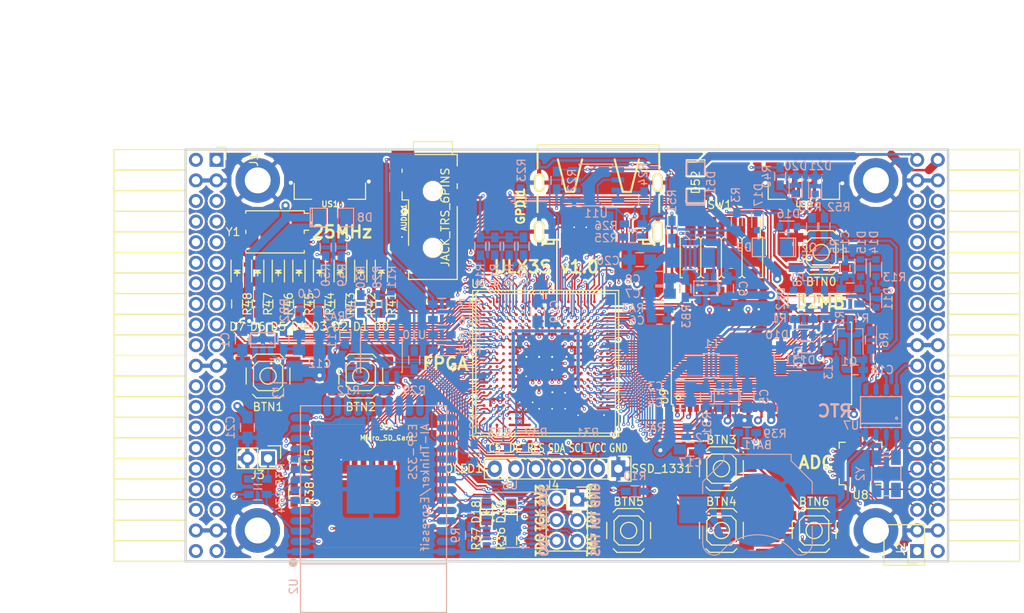
<source format=kicad_pcb>
(kicad_pcb (version 4) (host pcbnew 4.0.6+dfsg1-1)

  (general
    (links 672)
    (no_connects 0)
    (area 93.949999 61.269999 188.230001 112.370001)
    (thickness 1.6)
    (drawings 24)
    (tracks 4011)
    (zones 0)
    (modules 146)
    (nets 236)
  )

  (page A4)
  (layers
    (0 F.Cu signal)
    (1 In1.Cu signal)
    (2 In2.Cu signal)
    (31 B.Cu signal)
    (32 B.Adhes user)
    (33 F.Adhes user)
    (34 B.Paste user)
    (35 F.Paste user)
    (36 B.SilkS user)
    (37 F.SilkS user)
    (38 B.Mask user)
    (39 F.Mask user)
    (40 Dwgs.User user)
    (41 Cmts.User user)
    (42 Eco1.User user)
    (43 Eco2.User user)
    (44 Edge.Cuts user)
    (45 Margin user)
    (46 B.CrtYd user)
    (47 F.CrtYd user)
    (48 B.Fab user)
    (49 F.Fab user)
  )

  (setup
    (last_trace_width 0.3)
    (trace_clearance 0.127)
    (zone_clearance 0.254)
    (zone_45_only no)
    (trace_min 0.127)
    (segment_width 0.2)
    (edge_width 0.2)
    (via_size 0.4)
    (via_drill 0.2)
    (via_min_size 0.4)
    (via_min_drill 0.2)
    (uvia_size 0.3)
    (uvia_drill 0.1)
    (uvias_allowed no)
    (uvia_min_size 0.2)
    (uvia_min_drill 0.1)
    (pcb_text_width 0.3)
    (pcb_text_size 1.5 1.5)
    (mod_edge_width 0.15)
    (mod_text_size 1 1)
    (mod_text_width 0.15)
    (pad_size 0.5 0.5)
    (pad_drill 0)
    (pad_to_mask_clearance 0.05)
    (aux_axis_origin 82.67 62.69)
    (grid_origin 86.48 79.2)
    (visible_elements 7FFFF7FF)
    (pcbplotparams
      (layerselection 0x010f0_80000007)
      (usegerberextensions true)
      (excludeedgelayer true)
      (linewidth 0.100000)
      (plotframeref false)
      (viasonmask false)
      (mode 1)
      (useauxorigin false)
      (hpglpennumber 1)
      (hpglpenspeed 20)
      (hpglpendiameter 15)
      (hpglpenoverlay 2)
      (psnegative false)
      (psa4output false)
      (plotreference true)
      (plotvalue true)
      (plotinvisibletext false)
      (padsonsilk false)
      (subtractmaskfromsilk false)
      (outputformat 1)
      (mirror false)
      (drillshape 0)
      (scaleselection 1)
      (outputdirectory plot))
  )

  (net 0 "")
  (net 1 GND)
  (net 2 +5V)
  (net 3 /gpio/IN5V)
  (net 4 /gpio/OUT5V)
  (net 5 +3V3)
  (net 6 "Net-(L1-Pad1)")
  (net 7 "Net-(L2-Pad1)")
  (net 8 +1V2)
  (net 9 BTN_D)
  (net 10 BTN_F1)
  (net 11 BTN_F2)
  (net 12 BTN_L)
  (net 13 BTN_R)
  (net 14 BTN_U)
  (net 15 /power/FB1)
  (net 16 +2V5)
  (net 17 "Net-(L3-Pad1)")
  (net 18 /power/PWREN)
  (net 19 /power/FB3)
  (net 20 /power/FB2)
  (net 21 "Net-(D9-Pad1)")
  (net 22 /power/VBAT)
  (net 23 JTAG_TDI)
  (net 24 JTAG_TCK)
  (net 25 JTAG_TMS)
  (net 26 JTAG_TDO)
  (net 27 /power/WAKEUPn)
  (net 28 /power/WKUP)
  (net 29 /power/SHUT)
  (net 30 /power/WAKE)
  (net 31 /power/HOLD)
  (net 32 /power/WKn)
  (net 33 /power/OSCI_32k)
  (net 34 /power/OSCO_32k)
  (net 35 "Net-(Q2-Pad3)")
  (net 36 SHUTDOWN)
  (net 37 /analog/AUDIO_L)
  (net 38 /analog/AUDIO_R)
  (net 39 GPDI_5V_SCL)
  (net 40 GPDI_5V_SDA)
  (net 41 GPDI_SDA)
  (net 42 GPDI_SCL)
  (net 43 /gpdi/VREF2)
  (net 44 SD_CMD)
  (net 45 SD_CLK)
  (net 46 SD_D0)
  (net 47 SD_D1)
  (net 48 USB5V)
  (net 49 "Net-(BTN0-Pad1)")
  (net 50 GPDI_CEC)
  (net 51 nRESET)
  (net 52 FTDI_nDTR)
  (net 53 SDRAM_CKE)
  (net 54 SDRAM_A7)
  (net 55 SDRAM_D15)
  (net 56 SDRAM_BA1)
  (net 57 SDRAM_D7)
  (net 58 SDRAM_A6)
  (net 59 SDRAM_CLK)
  (net 60 SDRAM_D13)
  (net 61 SDRAM_BA0)
  (net 62 SDRAM_D6)
  (net 63 SDRAM_A5)
  (net 64 SDRAM_D14)
  (net 65 SDRAM_A11)
  (net 66 SDRAM_D12)
  (net 67 SDRAM_D5)
  (net 68 SDRAM_A4)
  (net 69 SDRAM_A10)
  (net 70 SDRAM_D11)
  (net 71 SDRAM_A3)
  (net 72 SDRAM_D4)
  (net 73 SDRAM_D10)
  (net 74 SDRAM_D9)
  (net 75 SDRAM_A9)
  (net 76 SDRAM_D3)
  (net 77 SDRAM_D8)
  (net 78 SDRAM_A8)
  (net 79 SDRAM_A2)
  (net 80 SDRAM_A1)
  (net 81 SDRAM_A0)
  (net 82 SDRAM_D2)
  (net 83 SDRAM_D1)
  (net 84 SDRAM_D0)
  (net 85 SDRAM_DQM0)
  (net 86 SDRAM_nCS)
  (net 87 SDRAM_nRAS)
  (net 88 SDRAM_DQM1)
  (net 89 SDRAM_nCAS)
  (net 90 SDRAM_nWE)
  (net 91 /flash/FLASH_nWP)
  (net 92 /flash/FLASH_nHOLD)
  (net 93 /flash/FLASH_MOSI)
  (net 94 /flash/FLASH_MISO)
  (net 95 /flash/FLASH_SCK)
  (net 96 /flash/FLASH_nCS)
  (net 97 /flash/FPGA_PROGRAMN)
  (net 98 /flash/FPGA_DONE)
  (net 99 /flash/FPGA_INITN)
  (net 100 OLED_RES)
  (net 101 OLED_DC)
  (net 102 OLED_CS)
  (net 103 WIFI_EN)
  (net 104 FTDI_nRTS)
  (net 105 FTDI_TXD)
  (net 106 FTDI_RXD)
  (net 107 WIFI_RXD)
  (net 108 WIFI_GPIO0)
  (net 109 WIFI_TXD)
  (net 110 GPDI_ETH-)
  (net 111 GPDI_ETH+)
  (net 112 GPDI_D2+)
  (net 113 GPDI_D2-)
  (net 114 GPDI_D1+)
  (net 115 GPDI_D1-)
  (net 116 GPDI_D0+)
  (net 117 GPDI_D0-)
  (net 118 GPDI_CLK+)
  (net 119 GPDI_CLK-)
  (net 120 USB_FTDI_D+)
  (net 121 USB_FTDI_D-)
  (net 122 J1_17-)
  (net 123 J1_17+)
  (net 124 J1_23-)
  (net 125 J1_23+)
  (net 126 J1_25-)
  (net 127 J1_25+)
  (net 128 J1_27-)
  (net 129 J1_27+)
  (net 130 J1_29-)
  (net 131 J1_29+)
  (net 132 J1_31-)
  (net 133 J1_31+)
  (net 134 J1_33-)
  (net 135 J1_33+)
  (net 136 J1_35-)
  (net 137 J1_35+)
  (net 138 J2_5-)
  (net 139 J2_5+)
  (net 140 J2_7-)
  (net 141 J2_7+)
  (net 142 J2_9-)
  (net 143 J2_9+)
  (net 144 J2_13-)
  (net 145 J2_13+)
  (net 146 J2_17-)
  (net 147 J2_17+)
  (net 148 J2_11-)
  (net 149 J2_11+)
  (net 150 J2_23-)
  (net 151 J2_23+)
  (net 152 J1_5-)
  (net 153 J1_5+)
  (net 154 J1_7-)
  (net 155 J1_7+)
  (net 156 J1_9-)
  (net 157 J1_9+)
  (net 158 J1_11-)
  (net 159 J1_11+)
  (net 160 J1_13-)
  (net 161 J1_13+)
  (net 162 J1_15-)
  (net 163 J1_15+)
  (net 164 J2_15-)
  (net 165 J2_15+)
  (net 166 J2_25-)
  (net 167 J2_25+)
  (net 168 J2_27-)
  (net 169 J2_27+)
  (net 170 J2_29-)
  (net 171 J2_29+)
  (net 172 J2_31-)
  (net 173 J2_31+)
  (net 174 J2_33-)
  (net 175 J2_33+)
  (net 176 J2_35-)
  (net 177 J2_35+)
  (net 178 SD_D3)
  (net 179 AUDIO_L3)
  (net 180 AUDIO_L2)
  (net 181 AUDIO_L1)
  (net 182 AUDIO_L0)
  (net 183 AUDIO_R3)
  (net 184 AUDIO_R2)
  (net 185 AUDIO_R1)
  (net 186 AUDIO_R0)
  (net 187 OLED_CLK)
  (net 188 OLED_MOSI)
  (net 189 LED0)
  (net 190 LED1)
  (net 191 LED2)
  (net 192 LED3)
  (net 193 LED4)
  (net 194 LED5)
  (net 195 LED6)
  (net 196 LED7)
  (net 197 BTN_PWRn)
  (net 198 "Net-(J3-Pad1)")
  (net 199 FTDI_nTXLED)
  (net 200 FTDI_nSLEEP)
  (net 201 /blinkey/LED_PWREN)
  (net 202 /blinkey/LED_TXLED)
  (net 203 FT3V3)
  (net 204 /sdcard/SD3V3)
  (net 205 SD_D2)
  (net 206 CLK_25MHz)
  (net 207 /blinkey/BTNPUL)
  (net 208 /blinkey/BTNPUR)
  (net 209 USB_FPGA_D+)
  (net 210 /power/FTDI_nSUSPEND)
  (net 211 /blinkey/ALED0)
  (net 212 /blinkey/ALED1)
  (net 213 /blinkey/ALED2)
  (net 214 /blinkey/ALED3)
  (net 215 /blinkey/ALED4)
  (net 216 /blinkey/ALED5)
  (net 217 /blinkey/ALED6)
  (net 218 /blinkey/ALED7)
  (net 219 /usb/FTD-)
  (net 220 /usb/FTD+)
  (net 221 ADC_MISO)
  (net 222 ADC_MOSI)
  (net 223 ADC_CSn)
  (net 224 ADC_SCLK)
  (net 225 "Net-(R51-Pad2)")
  (net 226 SW3)
  (net 227 SW2)
  (net 228 SW1)
  (net 229 SW0)
  (net 230 USB_FPGA_D-)
  (net 231 /usb/FPD+)
  (net 232 /usb/FPD-)
  (net 233 WIFI_GPIO16)
  (net 234 WIFI_GPIO15)
  (net 235 /usb/ANT_433MHz)

  (net_class Default "This is the default net class."
    (clearance 0.127)
    (trace_width 0.3)
    (via_dia 0.4)
    (via_drill 0.2)
    (uvia_dia 0.3)
    (uvia_drill 0.1)
    (add_net +1V2)
    (add_net +2V5)
    (add_net +3V3)
    (add_net +5V)
    (add_net /analog/AUDIO_L)
    (add_net /analog/AUDIO_R)
    (add_net /blinkey/ALED0)
    (add_net /blinkey/ALED1)
    (add_net /blinkey/ALED2)
    (add_net /blinkey/ALED3)
    (add_net /blinkey/ALED4)
    (add_net /blinkey/ALED5)
    (add_net /blinkey/ALED6)
    (add_net /blinkey/ALED7)
    (add_net /blinkey/BTNPUL)
    (add_net /blinkey/BTNPUR)
    (add_net /blinkey/LED_PWREN)
    (add_net /blinkey/LED_TXLED)
    (add_net /gpdi/VREF2)
    (add_net /gpio/IN5V)
    (add_net /gpio/OUT5V)
    (add_net /power/FB1)
    (add_net /power/FB2)
    (add_net /power/FB3)
    (add_net /power/FTDI_nSUSPEND)
    (add_net /power/HOLD)
    (add_net /power/OSCI_32k)
    (add_net /power/OSCO_32k)
    (add_net /power/PWREN)
    (add_net /power/SHUT)
    (add_net /power/VBAT)
    (add_net /power/WAKE)
    (add_net /power/WAKEUPn)
    (add_net /power/WKUP)
    (add_net /power/WKn)
    (add_net /sdcard/SD3V3)
    (add_net /usb/ANT_433MHz)
    (add_net /usb/FPD+)
    (add_net /usb/FPD-)
    (add_net /usb/FTD+)
    (add_net /usb/FTD-)
    (add_net FT3V3)
    (add_net GND)
    (add_net "Net-(BTN0-Pad1)")
    (add_net "Net-(D9-Pad1)")
    (add_net "Net-(J3-Pad1)")
    (add_net "Net-(L1-Pad1)")
    (add_net "Net-(L2-Pad1)")
    (add_net "Net-(L3-Pad1)")
    (add_net "Net-(Q2-Pad3)")
    (add_net "Net-(R51-Pad2)")
    (add_net USB5V)
  )

  (net_class BGA ""
    (clearance 0.127)
    (trace_width 0.19)
    (via_dia 0.4)
    (via_drill 0.2)
    (uvia_dia 0.3)
    (uvia_drill 0.1)
    (add_net /flash/FLASH_MISO)
    (add_net /flash/FLASH_MOSI)
    (add_net /flash/FLASH_SCK)
    (add_net /flash/FLASH_nCS)
    (add_net /flash/FLASH_nHOLD)
    (add_net /flash/FLASH_nWP)
    (add_net /flash/FPGA_DONE)
    (add_net /flash/FPGA_INITN)
    (add_net /flash/FPGA_PROGRAMN)
    (add_net ADC_CSn)
    (add_net ADC_MISO)
    (add_net ADC_MOSI)
    (add_net ADC_SCLK)
    (add_net AUDIO_L0)
    (add_net AUDIO_L1)
    (add_net AUDIO_L2)
    (add_net AUDIO_L3)
    (add_net AUDIO_R0)
    (add_net AUDIO_R1)
    (add_net AUDIO_R2)
    (add_net AUDIO_R3)
    (add_net BTN_D)
    (add_net BTN_F1)
    (add_net BTN_F2)
    (add_net BTN_L)
    (add_net BTN_PWRn)
    (add_net BTN_R)
    (add_net BTN_U)
    (add_net CLK_25MHz)
    (add_net FTDI_RXD)
    (add_net FTDI_TXD)
    (add_net FTDI_nDTR)
    (add_net FTDI_nRTS)
    (add_net FTDI_nSLEEP)
    (add_net FTDI_nTXLED)
    (add_net GPDI_5V_SCL)
    (add_net GPDI_5V_SDA)
    (add_net GPDI_CEC)
    (add_net GPDI_CLK+)
    (add_net GPDI_CLK-)
    (add_net GPDI_D0+)
    (add_net GPDI_D0-)
    (add_net GPDI_D1+)
    (add_net GPDI_D1-)
    (add_net GPDI_D2+)
    (add_net GPDI_D2-)
    (add_net GPDI_ETH+)
    (add_net GPDI_ETH-)
    (add_net GPDI_SCL)
    (add_net GPDI_SDA)
    (add_net J1_11+)
    (add_net J1_11-)
    (add_net J1_13+)
    (add_net J1_13-)
    (add_net J1_15+)
    (add_net J1_15-)
    (add_net J1_17+)
    (add_net J1_17-)
    (add_net J1_23+)
    (add_net J1_23-)
    (add_net J1_25+)
    (add_net J1_25-)
    (add_net J1_27+)
    (add_net J1_27-)
    (add_net J1_29+)
    (add_net J1_29-)
    (add_net J1_31+)
    (add_net J1_31-)
    (add_net J1_33+)
    (add_net J1_33-)
    (add_net J1_35+)
    (add_net J1_35-)
    (add_net J1_5+)
    (add_net J1_5-)
    (add_net J1_7+)
    (add_net J1_7-)
    (add_net J1_9+)
    (add_net J1_9-)
    (add_net J2_11+)
    (add_net J2_11-)
    (add_net J2_13+)
    (add_net J2_13-)
    (add_net J2_15+)
    (add_net J2_15-)
    (add_net J2_17+)
    (add_net J2_17-)
    (add_net J2_23+)
    (add_net J2_23-)
    (add_net J2_25+)
    (add_net J2_25-)
    (add_net J2_27+)
    (add_net J2_27-)
    (add_net J2_29+)
    (add_net J2_29-)
    (add_net J2_31+)
    (add_net J2_31-)
    (add_net J2_33+)
    (add_net J2_33-)
    (add_net J2_35+)
    (add_net J2_35-)
    (add_net J2_5+)
    (add_net J2_5-)
    (add_net J2_7+)
    (add_net J2_7-)
    (add_net J2_9+)
    (add_net J2_9-)
    (add_net JTAG_TCK)
    (add_net JTAG_TDI)
    (add_net JTAG_TDO)
    (add_net JTAG_TMS)
    (add_net LED0)
    (add_net LED1)
    (add_net LED2)
    (add_net LED3)
    (add_net LED4)
    (add_net LED5)
    (add_net LED6)
    (add_net LED7)
    (add_net OLED_CLK)
    (add_net OLED_CS)
    (add_net OLED_DC)
    (add_net OLED_MOSI)
    (add_net OLED_RES)
    (add_net SDRAM_A0)
    (add_net SDRAM_A1)
    (add_net SDRAM_A10)
    (add_net SDRAM_A11)
    (add_net SDRAM_A2)
    (add_net SDRAM_A3)
    (add_net SDRAM_A4)
    (add_net SDRAM_A5)
    (add_net SDRAM_A6)
    (add_net SDRAM_A7)
    (add_net SDRAM_A8)
    (add_net SDRAM_A9)
    (add_net SDRAM_BA0)
    (add_net SDRAM_BA1)
    (add_net SDRAM_CKE)
    (add_net SDRAM_CLK)
    (add_net SDRAM_D0)
    (add_net SDRAM_D1)
    (add_net SDRAM_D10)
    (add_net SDRAM_D11)
    (add_net SDRAM_D12)
    (add_net SDRAM_D13)
    (add_net SDRAM_D14)
    (add_net SDRAM_D15)
    (add_net SDRAM_D2)
    (add_net SDRAM_D3)
    (add_net SDRAM_D4)
    (add_net SDRAM_D5)
    (add_net SDRAM_D6)
    (add_net SDRAM_D7)
    (add_net SDRAM_D8)
    (add_net SDRAM_D9)
    (add_net SDRAM_DQM0)
    (add_net SDRAM_DQM1)
    (add_net SDRAM_nCAS)
    (add_net SDRAM_nCS)
    (add_net SDRAM_nRAS)
    (add_net SDRAM_nWE)
    (add_net SD_CLK)
    (add_net SD_CMD)
    (add_net SD_D0)
    (add_net SD_D1)
    (add_net SD_D2)
    (add_net SD_D3)
    (add_net SHUTDOWN)
    (add_net SW0)
    (add_net SW1)
    (add_net SW2)
    (add_net SW3)
    (add_net USB_FPGA_D+)
    (add_net USB_FPGA_D-)
    (add_net USB_FTDI_D+)
    (add_net USB_FTDI_D-)
    (add_net WIFI_EN)
    (add_net WIFI_GPIO0)
    (add_net WIFI_GPIO15)
    (add_net WIFI_GPIO16)
    (add_net WIFI_RXD)
    (add_net WIFI_TXD)
    (add_net nRESET)
  )

  (net_class Minimal ""
    (clearance 0.127)
    (trace_width 0.127)
    (via_dia 0.4)
    (via_drill 0.2)
    (uvia_dia 0.3)
    (uvia_drill 0.1)
  )

  (module Resistors_SMD:R_0603_HandSoldering (layer B.Cu) (tedit 58307AEF) (tstamp 595B8F7A)
    (at 154.044 71.326 90)
    (descr "Resistor SMD 0603, hand soldering")
    (tags "resistor 0603")
    (path /58D6547C/595B9C2F)
    (attr smd)
    (fp_text reference R51 (at 3.556 0 90) (layer B.SilkS)
      (effects (font (size 1 1) (thickness 0.15)) (justify mirror))
    )
    (fp_text value 220 (at 0 -1.9 90) (layer B.Fab)
      (effects (font (size 1 1) (thickness 0.15)) (justify mirror))
    )
    (fp_line (start -0.8 -0.4) (end -0.8 0.4) (layer B.Fab) (width 0.1))
    (fp_line (start 0.8 -0.4) (end -0.8 -0.4) (layer B.Fab) (width 0.1))
    (fp_line (start 0.8 0.4) (end 0.8 -0.4) (layer B.Fab) (width 0.1))
    (fp_line (start -0.8 0.4) (end 0.8 0.4) (layer B.Fab) (width 0.1))
    (fp_line (start -2 0.8) (end 2 0.8) (layer B.CrtYd) (width 0.05))
    (fp_line (start -2 -0.8) (end 2 -0.8) (layer B.CrtYd) (width 0.05))
    (fp_line (start -2 0.8) (end -2 -0.8) (layer B.CrtYd) (width 0.05))
    (fp_line (start 2 0.8) (end 2 -0.8) (layer B.CrtYd) (width 0.05))
    (fp_line (start 0.5 -0.675) (end -0.5 -0.675) (layer B.SilkS) (width 0.15))
    (fp_line (start -0.5 0.675) (end 0.5 0.675) (layer B.SilkS) (width 0.15))
    (pad 1 smd rect (at -1.1 0 90) (size 1.2 0.9) (layers B.Cu B.Paste B.Mask)
      (net 5 +3V3))
    (pad 2 smd rect (at 1.1 0 90) (size 1.2 0.9) (layers B.Cu B.Paste B.Mask)
      (net 225 "Net-(R51-Pad2)"))
    (model Resistors_SMD.3dshapes/R_0603_HandSoldering.wrl
      (at (xyz 0 0 0))
      (scale (xyz 1 1 1))
      (rotate (xyz 0 0 0))
    )
  )

  (module Pin_Headers:Pin_Header_Straight_SMT_02x04 (layer F.Cu) (tedit 595B8E00) (tstamp 595B8F86)
    (at 160.14 74.73 180)
    (descr "SMT pin header")
    (tags "SMT pin header")
    (path /58D6547C/595B94DC)
    (attr smd)
    (fp_text reference SW1 (at 0.2 6.5 180) (layer F.SilkS)
      (effects (font (size 1 1) (thickness 0.15)))
    )
    (fp_text value DIPSW (at 0.1 -6.1 180) (layer F.Fab)
      (effects (font (size 1 1) (thickness 0.15)))
    )
    (fp_line (start -4.8 2.5) (end -4.8 4.925) (layer F.SilkS) (width 0.15))
    (fp_line (start -5.6 5.5) (end 5.6 5.5) (layer F.CrtYd) (width 0.05))
    (fp_line (start 5.6 5.5) (end 5.6 -5.5) (layer F.CrtYd) (width 0.05))
    (fp_line (start 5.6 -5.5) (end -5.6 -5.5) (layer F.CrtYd) (width 0.05))
    (fp_line (start -5.6 -5.5) (end -5.6 5.5) (layer F.CrtYd) (width 0.05))
    (fp_line (start -2.54 2.25) (end -2.54 -2.25) (layer F.SilkS) (width 0.15))
    (fp_line (start 5.08 -2.5) (end 4.8 -2.5) (layer F.SilkS) (width 0.15))
    (fp_line (start 5.08 -2.5) (end 5.08 2.5) (layer F.SilkS) (width 0.15))
    (fp_line (start 5.08 2.5) (end 4.8 2.5) (layer F.SilkS) (width 0.15))
    (fp_line (start -5.08 2.5) (end -4.8 2.5) (layer F.SilkS) (width 0.15))
    (fp_line (start -5.08 -2.5) (end -5.08 2.5) (layer F.SilkS) (width 0.15))
    (fp_line (start -2.921 -2.5) (end -2.794 -2.5) (layer F.SilkS) (width 0.15))
    (fp_line (start -2.794 -2.5) (end -2.54 -2.246) (layer F.SilkS) (width 0.15))
    (fp_line (start -2.54 -2.246) (end -2.286 -2.5) (layer F.SilkS) (width 0.15))
    (fp_line (start -2.286 -2.5) (end -2.159 -2.5) (layer F.SilkS) (width 0.15))
    (fp_line (start -5.08 -2.5) (end -4.8 -2.5) (layer F.SilkS) (width 0.15))
    (fp_line (start -0.381 -2.5) (end -0.254 -2.5) (layer F.SilkS) (width 0.15))
    (fp_line (start 2.159 -2.5) (end 2.286 -2.5) (layer F.SilkS) (width 0.15))
    (fp_line (start -2.159 2.5) (end -2.286 2.5) (layer F.SilkS) (width 0.15))
    (fp_line (start 0 -2.246) (end 0.254 -2.5) (layer F.SilkS) (width 0.15))
    (fp_line (start 2.54 -2.246) (end 2.794 -2.5) (layer F.SilkS) (width 0.15))
    (fp_line (start -2.54 2.246) (end -2.794 2.5) (layer F.SilkS) (width 0.15))
    (fp_line (start 0.254 -2.5) (end 0.381 -2.5) (layer F.SilkS) (width 0.15))
    (fp_line (start 2.794 -2.5) (end 2.921 -2.5) (layer F.SilkS) (width 0.15))
    (fp_line (start -2.794 2.5) (end -2.921 2.5) (layer F.SilkS) (width 0.15))
    (fp_line (start -0.254 -2.5) (end 0 -2.246) (layer F.SilkS) (width 0.15))
    (fp_line (start 2.286 -2.5) (end 2.54 -2.246) (layer F.SilkS) (width 0.15))
    (fp_line (start -2.286 2.5) (end -2.54 2.246) (layer F.SilkS) (width 0.15))
    (fp_line (start 0.381 2.5) (end 0.254 2.5) (layer F.SilkS) (width 0.15))
    (fp_line (start 2.921 2.5) (end 2.794 2.5) (layer F.SilkS) (width 0.15))
    (fp_line (start -0.254 2.5) (end -0.381 2.5) (layer F.SilkS) (width 0.15))
    (fp_line (start 2.286 2.5) (end 2.159 2.5) (layer F.SilkS) (width 0.15))
    (fp_line (start 0 2.246) (end -0.254 2.5) (layer F.SilkS) (width 0.15))
    (fp_line (start 2.54 2.246) (end 2.286 2.5) (layer F.SilkS) (width 0.15))
    (fp_line (start 0.254 2.5) (end 0 2.246) (layer F.SilkS) (width 0.15))
    (fp_line (start 2.794 2.5) (end 2.54 2.246) (layer F.SilkS) (width 0.15))
    (fp_line (start 0 2.25) (end 0 -2.25) (layer F.SilkS) (width 0.15))
    (fp_line (start 2.54 2.25) (end 2.54 -2.25) (layer F.SilkS) (width 0.15))
    (pad 1 smd rect (at -3.81 3.2 180) (size 1.27 3.6) (layers F.Cu F.Paste F.Mask)
      (net 226 SW3))
    (pad 2 smd rect (at -1.27 3.2 180) (size 1.27 3.6) (layers F.Cu F.Paste F.Mask)
      (net 227 SW2))
    (pad 3 smd rect (at 1.27 3.2 180) (size 1.27 3.6) (layers F.Cu F.Paste F.Mask)
      (net 228 SW1))
    (pad 4 smd rect (at 3.81 3.2 180) (size 1.27 3.6) (layers F.Cu F.Paste F.Mask)
      (net 229 SW0))
    (pad 5 smd rect (at 3.81 -3.2 180) (size 1.27 3.6) (layers F.Cu F.Paste F.Mask)
      (net 225 "Net-(R51-Pad2)"))
    (pad 6 smd rect (at 1.27 -3.2 180) (size 1.27 3.6) (layers F.Cu F.Paste F.Mask)
      (net 225 "Net-(R51-Pad2)"))
    (pad 7 smd rect (at -1.27 -3.2 180) (size 1.27 3.6) (layers F.Cu F.Paste F.Mask)
      (net 225 "Net-(R51-Pad2)"))
    (pad 8 smd rect (at -3.81 -3.2 180) (size 1.27 3.6) (layers F.Cu F.Paste F.Mask)
      (net 225 "Net-(R51-Pad2)"))
    (model Pin_Headers.3dshapes/Pin_Header_Straight_SMT_02x04.wrl
      (at (xyz 0 0 0))
      (scale (xyz 1 1 1))
      (rotate (xyz 0 0 0))
    )
  )

  (module SMD_Packages:SMD-1206_Pol (layer F.Cu) (tedit 0) (tstamp 56AA106E)
    (at 156.965 65.484 270)
    (path /56AC389C/56AC4846)
    (attr smd)
    (fp_text reference D52 (at 0 0 270) (layer F.SilkS)
      (effects (font (size 1 1) (thickness 0.15)))
    )
    (fp_text value 2A (at 0 0 270) (layer F.Fab)
      (effects (font (size 1 1) (thickness 0.15)))
    )
    (fp_line (start -2.54 -1.143) (end -2.794 -1.143) (layer F.SilkS) (width 0.15))
    (fp_line (start -2.794 -1.143) (end -2.794 1.143) (layer F.SilkS) (width 0.15))
    (fp_line (start -2.794 1.143) (end -2.54 1.143) (layer F.SilkS) (width 0.15))
    (fp_line (start -2.54 -1.143) (end -2.54 1.143) (layer F.SilkS) (width 0.15))
    (fp_line (start -2.54 1.143) (end -0.889 1.143) (layer F.SilkS) (width 0.15))
    (fp_line (start 0.889 -1.143) (end 2.54 -1.143) (layer F.SilkS) (width 0.15))
    (fp_line (start 2.54 -1.143) (end 2.54 1.143) (layer F.SilkS) (width 0.15))
    (fp_line (start 2.54 1.143) (end 0.889 1.143) (layer F.SilkS) (width 0.15))
    (fp_line (start -0.889 -1.143) (end -2.54 -1.143) (layer F.SilkS) (width 0.15))
    (pad 1 smd rect (at -1.651 0 270) (size 1.524 2.032) (layers F.Cu F.Paste F.Mask)
      (net 4 /gpio/OUT5V))
    (pad 2 smd rect (at 1.651 0 270) (size 1.524 2.032) (layers F.Cu F.Paste F.Mask)
      (net 2 +5V))
    (model SMD_Packages.3dshapes/SMD-1206_Pol.wrl
      (at (xyz 0 0 0))
      (scale (xyz 0.17 0.16 0.16))
      (rotate (xyz 0 0 0))
    )
  )

  (module SMD_Packages:SMD-1206_Pol (layer B.Cu) (tedit 0) (tstamp 56AA1068)
    (at 156.965 65.484 90)
    (path /56AC389C/56AC483B)
    (attr smd)
    (fp_text reference D51 (at 0 1.905 90) (layer B.SilkS)
      (effects (font (size 1 1) (thickness 0.15)) (justify mirror))
    )
    (fp_text value 2A (at 0 0 90) (layer B.Fab)
      (effects (font (size 1 1) (thickness 0.15)) (justify mirror))
    )
    (fp_line (start -2.54 1.143) (end -2.794 1.143) (layer B.SilkS) (width 0.15))
    (fp_line (start -2.794 1.143) (end -2.794 -1.143) (layer B.SilkS) (width 0.15))
    (fp_line (start -2.794 -1.143) (end -2.54 -1.143) (layer B.SilkS) (width 0.15))
    (fp_line (start -2.54 1.143) (end -2.54 -1.143) (layer B.SilkS) (width 0.15))
    (fp_line (start -2.54 -1.143) (end -0.889 -1.143) (layer B.SilkS) (width 0.15))
    (fp_line (start 0.889 1.143) (end 2.54 1.143) (layer B.SilkS) (width 0.15))
    (fp_line (start 2.54 1.143) (end 2.54 -1.143) (layer B.SilkS) (width 0.15))
    (fp_line (start 2.54 -1.143) (end 0.889 -1.143) (layer B.SilkS) (width 0.15))
    (fp_line (start -0.889 1.143) (end -2.54 1.143) (layer B.SilkS) (width 0.15))
    (pad 1 smd rect (at -1.651 0 90) (size 1.524 2.032) (layers B.Cu B.Paste B.Mask)
      (net 2 +5V))
    (pad 2 smd rect (at 1.651 0 90) (size 1.524 2.032) (layers B.Cu B.Paste B.Mask)
      (net 3 /gpio/IN5V))
    (model SMD_Packages.3dshapes/SMD-1206_Pol.wrl
      (at (xyz 0 0 0))
      (scale (xyz 0.17 0.16 0.16))
      (rotate (xyz 0 0 0))
    )
  )

  (module micro-sd:MicroSD_TF02D (layer F.Cu) (tedit 52721666) (tstamp 56A966AB)
    (at 116.87 110.52 180)
    (path /58DA7327/590C84AE)
    (fp_text reference SD1 (at -1.995 14.81 180) (layer F.SilkS)
      (effects (font (size 0.59944 0.59944) (thickness 0.12446)))
    )
    (fp_text value Micro_SD_Card (at -1.995 13.54 180) (layer F.SilkS)
      (effects (font (size 0.59944 0.59944) (thickness 0.12446)))
    )
    (fp_line (start 3.8 15.2) (end 3.8 16) (layer F.SilkS) (width 0.01016))
    (fp_line (start 3.8 16) (end -7 16) (layer F.SilkS) (width 0.01016))
    (fp_line (start -7 16) (end -7 15.2) (layer F.SilkS) (width 0.01016))
    (fp_line (start 7 0) (end 7 15.2) (layer F.SilkS) (width 0.01016))
    (fp_line (start 7 15.2) (end -7 15.2) (layer F.SilkS) (width 0.01016))
    (fp_line (start -7 15.2) (end -7 0) (layer F.SilkS) (width 0.01016))
    (fp_line (start -7 0) (end 7 0) (layer F.SilkS) (width 0.01016))
    (pad 1 smd rect (at 1.94 11 180) (size 0.7 1.8) (layers F.Cu F.Paste F.Mask)
      (net 205 SD_D2))
    (pad 2 smd rect (at 0.84 11 180) (size 0.7 1.8) (layers F.Cu F.Paste F.Mask)
      (net 178 SD_D3))
    (pad 3 smd rect (at -0.26 11 180) (size 0.7 1.8) (layers F.Cu F.Paste F.Mask)
      (net 44 SD_CMD))
    (pad 4 smd rect (at -1.36 11 180) (size 0.7 1.8) (layers F.Cu F.Paste F.Mask)
      (net 204 /sdcard/SD3V3))
    (pad 5 smd rect (at -2.46 11 180) (size 0.7 1.8) (layers F.Cu F.Paste F.Mask)
      (net 45 SD_CLK))
    (pad 6 smd rect (at -3.56 11 180) (size 0.7 1.8) (layers F.Cu F.Paste F.Mask)
      (net 1 GND))
    (pad 7 smd rect (at -4.66 11 180) (size 0.7 1.8) (layers F.Cu F.Paste F.Mask)
      (net 46 SD_D0))
    (pad 8 smd rect (at -5.76 11 180) (size 0.7 1.8) (layers F.Cu F.Paste F.Mask)
      (net 47 SD_D1))
    (pad S smd rect (at -5.05 0.4 180) (size 1.6 1.4) (layers F.Cu F.Paste F.Mask))
    (pad S smd rect (at 0.75 0.4 180) (size 1.8 1.4) (layers F.Cu F.Paste F.Mask))
    (pad G smd rect (at -7.45 13.55 180) (size 1.4 1.9) (layers F.Cu F.Paste F.Mask))
    (pad G smd rect (at 6.6 14.55 180) (size 1.4 1.9) (layers F.Cu F.Paste F.Mask))
  )

  (module Resistors_SMD:R_1210_HandSoldering (layer B.Cu) (tedit 58307C8D) (tstamp 58D58A37)
    (at 158.87 88.09 180)
    (descr "Resistor SMD 1210, hand soldering")
    (tags "resistor 1210")
    (path /58D51CAD/58D59D36)
    (attr smd)
    (fp_text reference L1 (at 0 2.7 180) (layer B.SilkS)
      (effects (font (size 1 1) (thickness 0.15)) (justify mirror))
    )
    (fp_text value 2.2uH (at 0 -2.7 180) (layer B.Fab)
      (effects (font (size 1 1) (thickness 0.15)) (justify mirror))
    )
    (fp_line (start -1.6 -1.25) (end -1.6 1.25) (layer B.Fab) (width 0.1))
    (fp_line (start 1.6 -1.25) (end -1.6 -1.25) (layer B.Fab) (width 0.1))
    (fp_line (start 1.6 1.25) (end 1.6 -1.25) (layer B.Fab) (width 0.1))
    (fp_line (start -1.6 1.25) (end 1.6 1.25) (layer B.Fab) (width 0.1))
    (fp_line (start -3.3 1.6) (end 3.3 1.6) (layer B.CrtYd) (width 0.05))
    (fp_line (start -3.3 -1.6) (end 3.3 -1.6) (layer B.CrtYd) (width 0.05))
    (fp_line (start -3.3 1.6) (end -3.3 -1.6) (layer B.CrtYd) (width 0.05))
    (fp_line (start 3.3 1.6) (end 3.3 -1.6) (layer B.CrtYd) (width 0.05))
    (fp_line (start 1 -1.475) (end -1 -1.475) (layer B.SilkS) (width 0.15))
    (fp_line (start -1 1.475) (end 1 1.475) (layer B.SilkS) (width 0.15))
    (pad 1 smd rect (at -2 0 180) (size 2 2.5) (layers B.Cu B.Paste B.Mask)
      (net 6 "Net-(L1-Pad1)"))
    (pad 2 smd rect (at 2 0 180) (size 2 2.5) (layers B.Cu B.Paste B.Mask)
      (net 8 +1V2))
    (model Resistors_SMD.3dshapes/R_1210_HandSoldering.wrl
      (at (xyz 0 0 0))
      (scale (xyz 1 1 1))
      (rotate (xyz 0 0 0))
    )
  )

  (module TSOT-25:TSOT-25 (layer B.Cu) (tedit 55EFFDDA) (tstamp 58D5976E)
    (at 160.775 91.9)
    (path /58D51CAD/58D58840)
    (fp_text reference U3 (at 0 -0.5) (layer B.SilkS)
      (effects (font (size 0.15 0.15) (thickness 0.0375)) (justify mirror))
    )
    (fp_text value AP3429A (at 0 0.5) (layer B.Fab)
      (effects (font (size 0.15 0.15) (thickness 0.0375)) (justify mirror))
    )
    (fp_circle (center -1 -0.4) (end -0.95 -0.5) (layer B.SilkS) (width 0.15))
    (fp_line (start -1.5 0.9) (end 1.5 0.9) (layer B.SilkS) (width 0.15))
    (fp_line (start 1.5 0.9) (end 1.5 -0.9) (layer B.SilkS) (width 0.15))
    (fp_line (start 1.5 -0.9) (end -1.5 -0.9) (layer B.SilkS) (width 0.15))
    (fp_line (start -1.5 -0.9) (end -1.5 0.9) (layer B.SilkS) (width 0.15))
    (pad 1 smd rect (at -0.95 -1.3) (size 0.7 1.2) (layers B.Cu B.Paste B.Mask)
      (net 18 /power/PWREN))
    (pad 2 smd rect (at 0 -1.3) (size 0.7 1.2) (layers B.Cu B.Paste B.Mask)
      (net 1 GND))
    (pad 3 smd rect (at 0.95 -1.3) (size 0.7 1.2) (layers B.Cu B.Paste B.Mask)
      (net 6 "Net-(L1-Pad1)"))
    (pad 4 smd rect (at 0.95 1.3) (size 0.7 1.2) (layers B.Cu B.Paste B.Mask)
      (net 2 +5V))
    (pad 5 smd rect (at -0.95 1.3) (size 0.7 1.2) (layers B.Cu B.Paste B.Mask)
      (net 15 /power/FB1))
  )

  (module Resistors_SMD:R_1210_HandSoldering (layer B.Cu) (tedit 58307C8D) (tstamp 58D599B2)
    (at 156.33 74.755 180)
    (descr "Resistor SMD 1210, hand soldering")
    (tags "resistor 1210")
    (path /58D51CAD/58D62964)
    (attr smd)
    (fp_text reference L2 (at 0 2.7 180) (layer B.SilkS)
      (effects (font (size 1 1) (thickness 0.15)) (justify mirror))
    )
    (fp_text value 2.2uH (at 0 -2.7 180) (layer B.Fab)
      (effects (font (size 1 1) (thickness 0.15)) (justify mirror))
    )
    (fp_line (start -1.6 -1.25) (end -1.6 1.25) (layer B.Fab) (width 0.1))
    (fp_line (start 1.6 -1.25) (end -1.6 -1.25) (layer B.Fab) (width 0.1))
    (fp_line (start 1.6 1.25) (end 1.6 -1.25) (layer B.Fab) (width 0.1))
    (fp_line (start -1.6 1.25) (end 1.6 1.25) (layer B.Fab) (width 0.1))
    (fp_line (start -3.3 1.6) (end 3.3 1.6) (layer B.CrtYd) (width 0.05))
    (fp_line (start -3.3 -1.6) (end 3.3 -1.6) (layer B.CrtYd) (width 0.05))
    (fp_line (start -3.3 1.6) (end -3.3 -1.6) (layer B.CrtYd) (width 0.05))
    (fp_line (start 3.3 1.6) (end 3.3 -1.6) (layer B.CrtYd) (width 0.05))
    (fp_line (start 1 -1.475) (end -1 -1.475) (layer B.SilkS) (width 0.15))
    (fp_line (start -1 1.475) (end 1 1.475) (layer B.SilkS) (width 0.15))
    (pad 1 smd rect (at -2 0 180) (size 2 2.5) (layers B.Cu B.Paste B.Mask)
      (net 7 "Net-(L2-Pad1)"))
    (pad 2 smd rect (at 2 0 180) (size 2 2.5) (layers B.Cu B.Paste B.Mask)
      (net 5 +3V3))
    (model Resistors_SMD.3dshapes/R_1210_HandSoldering.wrl
      (at (xyz 0 0 0))
      (scale (xyz 1 1 1))
      (rotate (xyz 0 0 0))
    )
  )

  (module TSOT-25:TSOT-25 (layer B.Cu) (tedit 55EFFDDA) (tstamp 58D599CD)
    (at 158.235 78.535)
    (path /58D51CAD/58D62946)
    (fp_text reference U4 (at 0 -0.5) (layer B.SilkS)
      (effects (font (size 0.15 0.15) (thickness 0.0375)) (justify mirror))
    )
    (fp_text value AP3429A (at 0 0.5) (layer B.Fab)
      (effects (font (size 0.15 0.15) (thickness 0.0375)) (justify mirror))
    )
    (fp_circle (center -1 -0.4) (end -0.95 -0.5) (layer B.SilkS) (width 0.15))
    (fp_line (start -1.5 0.9) (end 1.5 0.9) (layer B.SilkS) (width 0.15))
    (fp_line (start 1.5 0.9) (end 1.5 -0.9) (layer B.SilkS) (width 0.15))
    (fp_line (start 1.5 -0.9) (end -1.5 -0.9) (layer B.SilkS) (width 0.15))
    (fp_line (start -1.5 -0.9) (end -1.5 0.9) (layer B.SilkS) (width 0.15))
    (pad 1 smd rect (at -0.95 -1.3) (size 0.7 1.2) (layers B.Cu B.Paste B.Mask)
      (net 18 /power/PWREN))
    (pad 2 smd rect (at 0 -1.3) (size 0.7 1.2) (layers B.Cu B.Paste B.Mask)
      (net 1 GND))
    (pad 3 smd rect (at 0.95 -1.3) (size 0.7 1.2) (layers B.Cu B.Paste B.Mask)
      (net 7 "Net-(L2-Pad1)"))
    (pad 4 smd rect (at 0.95 1.3) (size 0.7 1.2) (layers B.Cu B.Paste B.Mask)
      (net 2 +5V))
    (pad 5 smd rect (at -0.95 1.3) (size 0.7 1.2) (layers B.Cu B.Paste B.Mask)
      (net 19 /power/FB3))
  )

  (module Buttons_Switches_SMD:SW_SPST_SKQG (layer F.Cu) (tedit 56EC5E16) (tstamp 58D6598E)
    (at 104.26 89.36)
    (descr "ALPS 5.2mm Square Low-profile TACT Switch (SMD)")
    (tags "SPST Button Switch")
    (path /58D6547C/58D66056)
    (attr smd)
    (fp_text reference BTN1 (at 0 3.81) (layer F.SilkS)
      (effects (font (size 1 1) (thickness 0.15)))
    )
    (fp_text value FIRE1 (at 0 3.7) (layer F.Fab)
      (effects (font (size 1 1) (thickness 0.15)))
    )
    (fp_line (start -4.25 -2.95) (end -4.25 2.95) (layer F.CrtYd) (width 0.05))
    (fp_line (start 4.25 -2.95) (end -4.25 -2.95) (layer F.CrtYd) (width 0.05))
    (fp_line (start 4.25 2.95) (end 4.25 -2.95) (layer F.CrtYd) (width 0.05))
    (fp_line (start -4.25 2.95) (end 4.25 2.95) (layer F.CrtYd) (width 0.05))
    (fp_circle (center 0 0) (end 1 0) (layer F.SilkS) (width 0.15))
    (fp_line (start -1.2 -1.8) (end 1.2 -1.8) (layer F.SilkS) (width 0.15))
    (fp_line (start -1.8 -1.2) (end -1.2 -1.8) (layer F.SilkS) (width 0.15))
    (fp_line (start -1.8 1.2) (end -1.8 -1.2) (layer F.SilkS) (width 0.15))
    (fp_line (start -1.2 1.8) (end -1.8 1.2) (layer F.SilkS) (width 0.15))
    (fp_line (start 1.2 1.8) (end -1.2 1.8) (layer F.SilkS) (width 0.15))
    (fp_line (start 1.8 1.2) (end 1.2 1.8) (layer F.SilkS) (width 0.15))
    (fp_line (start 1.8 -1.2) (end 1.8 1.2) (layer F.SilkS) (width 0.15))
    (fp_line (start 1.2 -1.8) (end 1.8 -1.2) (layer F.SilkS) (width 0.15))
    (fp_line (start -1.45 -2.7) (end 1.45 -2.7) (layer F.SilkS) (width 0.15))
    (fp_line (start -1.9 -2.25) (end -1.45 -2.7) (layer F.SilkS) (width 0.15))
    (fp_line (start -2.7 1) (end -2.7 -1) (layer F.SilkS) (width 0.15))
    (fp_line (start -1.45 2.7) (end -1.9 2.25) (layer F.SilkS) (width 0.15))
    (fp_line (start 1.45 2.7) (end -1.45 2.7) (layer F.SilkS) (width 0.15))
    (fp_line (start 1.9 2.25) (end 1.45 2.7) (layer F.SilkS) (width 0.15))
    (fp_line (start 2.7 -1) (end 2.7 1) (layer F.SilkS) (width 0.15))
    (fp_line (start 1.45 -2.7) (end 1.9 -2.25) (layer F.SilkS) (width 0.15))
    (pad 1 smd rect (at -3.1 -1.85) (size 1.8 1.1) (layers F.Cu F.Paste F.Mask)
      (net 207 /blinkey/BTNPUL))
    (pad 1 smd rect (at 3.1 -1.85) (size 1.8 1.1) (layers F.Cu F.Paste F.Mask)
      (net 207 /blinkey/BTNPUL))
    (pad 2 smd rect (at -3.1 1.85) (size 1.8 1.1) (layers F.Cu F.Paste F.Mask)
      (net 10 BTN_F1))
    (pad 2 smd rect (at 3.1 1.85) (size 1.8 1.1) (layers F.Cu F.Paste F.Mask)
      (net 10 BTN_F1))
  )

  (module Buttons_Switches_SMD:SW_SPST_SKQG (layer F.Cu) (tedit 56EC5E16) (tstamp 58D65996)
    (at 115.69 89.36)
    (descr "ALPS 5.2mm Square Low-profile TACT Switch (SMD)")
    (tags "SPST Button Switch")
    (path /58D6547C/58D66057)
    (attr smd)
    (fp_text reference BTN2 (at 0 3.81) (layer F.SilkS)
      (effects (font (size 1 1) (thickness 0.15)))
    )
    (fp_text value FIRE2 (at 0 3.7) (layer F.Fab)
      (effects (font (size 1 1) (thickness 0.15)))
    )
    (fp_line (start -4.25 -2.95) (end -4.25 2.95) (layer F.CrtYd) (width 0.05))
    (fp_line (start 4.25 -2.95) (end -4.25 -2.95) (layer F.CrtYd) (width 0.05))
    (fp_line (start 4.25 2.95) (end 4.25 -2.95) (layer F.CrtYd) (width 0.05))
    (fp_line (start -4.25 2.95) (end 4.25 2.95) (layer F.CrtYd) (width 0.05))
    (fp_circle (center 0 0) (end 1 0) (layer F.SilkS) (width 0.15))
    (fp_line (start -1.2 -1.8) (end 1.2 -1.8) (layer F.SilkS) (width 0.15))
    (fp_line (start -1.8 -1.2) (end -1.2 -1.8) (layer F.SilkS) (width 0.15))
    (fp_line (start -1.8 1.2) (end -1.8 -1.2) (layer F.SilkS) (width 0.15))
    (fp_line (start -1.2 1.8) (end -1.8 1.2) (layer F.SilkS) (width 0.15))
    (fp_line (start 1.2 1.8) (end -1.2 1.8) (layer F.SilkS) (width 0.15))
    (fp_line (start 1.8 1.2) (end 1.2 1.8) (layer F.SilkS) (width 0.15))
    (fp_line (start 1.8 -1.2) (end 1.8 1.2) (layer F.SilkS) (width 0.15))
    (fp_line (start 1.2 -1.8) (end 1.8 -1.2) (layer F.SilkS) (width 0.15))
    (fp_line (start -1.45 -2.7) (end 1.45 -2.7) (layer F.SilkS) (width 0.15))
    (fp_line (start -1.9 -2.25) (end -1.45 -2.7) (layer F.SilkS) (width 0.15))
    (fp_line (start -2.7 1) (end -2.7 -1) (layer F.SilkS) (width 0.15))
    (fp_line (start -1.45 2.7) (end -1.9 2.25) (layer F.SilkS) (width 0.15))
    (fp_line (start 1.45 2.7) (end -1.45 2.7) (layer F.SilkS) (width 0.15))
    (fp_line (start 1.9 2.25) (end 1.45 2.7) (layer F.SilkS) (width 0.15))
    (fp_line (start 2.7 -1) (end 2.7 1) (layer F.SilkS) (width 0.15))
    (fp_line (start 1.45 -2.7) (end 1.9 -2.25) (layer F.SilkS) (width 0.15))
    (pad 1 smd rect (at -3.1 -1.85) (size 1.8 1.1) (layers F.Cu F.Paste F.Mask)
      (net 207 /blinkey/BTNPUL))
    (pad 1 smd rect (at 3.1 -1.85) (size 1.8 1.1) (layers F.Cu F.Paste F.Mask)
      (net 207 /blinkey/BTNPUL))
    (pad 2 smd rect (at -3.1 1.85) (size 1.8 1.1) (layers F.Cu F.Paste F.Mask)
      (net 11 BTN_F2))
    (pad 2 smd rect (at 3.1 1.85) (size 1.8 1.1) (layers F.Cu F.Paste F.Mask)
      (net 11 BTN_F2))
  )

  (module Buttons_Switches_SMD:SW_SPST_SKQG (layer F.Cu) (tedit 56EC5E16) (tstamp 58D6599E)
    (at 160.14 100.79)
    (descr "ALPS 5.2mm Square Low-profile TACT Switch (SMD)")
    (tags "SPST Button Switch")
    (path /58D6547C/58D66059)
    (attr smd)
    (fp_text reference BTN3 (at 0 -3.556) (layer F.SilkS)
      (effects (font (size 1 1) (thickness 0.15)))
    )
    (fp_text value UP (at 0 3.7) (layer F.Fab)
      (effects (font (size 1 1) (thickness 0.15)))
    )
    (fp_line (start -4.25 -2.95) (end -4.25 2.95) (layer F.CrtYd) (width 0.05))
    (fp_line (start 4.25 -2.95) (end -4.25 -2.95) (layer F.CrtYd) (width 0.05))
    (fp_line (start 4.25 2.95) (end 4.25 -2.95) (layer F.CrtYd) (width 0.05))
    (fp_line (start -4.25 2.95) (end 4.25 2.95) (layer F.CrtYd) (width 0.05))
    (fp_circle (center 0 0) (end 1 0) (layer F.SilkS) (width 0.15))
    (fp_line (start -1.2 -1.8) (end 1.2 -1.8) (layer F.SilkS) (width 0.15))
    (fp_line (start -1.8 -1.2) (end -1.2 -1.8) (layer F.SilkS) (width 0.15))
    (fp_line (start -1.8 1.2) (end -1.8 -1.2) (layer F.SilkS) (width 0.15))
    (fp_line (start -1.2 1.8) (end -1.8 1.2) (layer F.SilkS) (width 0.15))
    (fp_line (start 1.2 1.8) (end -1.2 1.8) (layer F.SilkS) (width 0.15))
    (fp_line (start 1.8 1.2) (end 1.2 1.8) (layer F.SilkS) (width 0.15))
    (fp_line (start 1.8 -1.2) (end 1.8 1.2) (layer F.SilkS) (width 0.15))
    (fp_line (start 1.2 -1.8) (end 1.8 -1.2) (layer F.SilkS) (width 0.15))
    (fp_line (start -1.45 -2.7) (end 1.45 -2.7) (layer F.SilkS) (width 0.15))
    (fp_line (start -1.9 -2.25) (end -1.45 -2.7) (layer F.SilkS) (width 0.15))
    (fp_line (start -2.7 1) (end -2.7 -1) (layer F.SilkS) (width 0.15))
    (fp_line (start -1.45 2.7) (end -1.9 2.25) (layer F.SilkS) (width 0.15))
    (fp_line (start 1.45 2.7) (end -1.45 2.7) (layer F.SilkS) (width 0.15))
    (fp_line (start 1.9 2.25) (end 1.45 2.7) (layer F.SilkS) (width 0.15))
    (fp_line (start 2.7 -1) (end 2.7 1) (layer F.SilkS) (width 0.15))
    (fp_line (start 1.45 -2.7) (end 1.9 -2.25) (layer F.SilkS) (width 0.15))
    (pad 1 smd rect (at -3.1 -1.85) (size 1.8 1.1) (layers F.Cu F.Paste F.Mask)
      (net 208 /blinkey/BTNPUR))
    (pad 1 smd rect (at 3.1 -1.85) (size 1.8 1.1) (layers F.Cu F.Paste F.Mask)
      (net 208 /blinkey/BTNPUR))
    (pad 2 smd rect (at -3.1 1.85) (size 1.8 1.1) (layers F.Cu F.Paste F.Mask)
      (net 14 BTN_U))
    (pad 2 smd rect (at 3.1 1.85) (size 1.8 1.1) (layers F.Cu F.Paste F.Mask)
      (net 14 BTN_U))
  )

  (module Buttons_Switches_SMD:SW_SPST_SKQG (layer F.Cu) (tedit 56EC5E16) (tstamp 58D659A6)
    (at 160.14 108.41 180)
    (descr "ALPS 5.2mm Square Low-profile TACT Switch (SMD)")
    (tags "SPST Button Switch")
    (path /58D6547C/58D66058)
    (attr smd)
    (fp_text reference BTN4 (at 0 3.556 180) (layer F.SilkS)
      (effects (font (size 1 1) (thickness 0.15)))
    )
    (fp_text value DOWN (at 0 3.7 180) (layer F.Fab)
      (effects (font (size 1 1) (thickness 0.15)))
    )
    (fp_line (start -4.25 -2.95) (end -4.25 2.95) (layer F.CrtYd) (width 0.05))
    (fp_line (start 4.25 -2.95) (end -4.25 -2.95) (layer F.CrtYd) (width 0.05))
    (fp_line (start 4.25 2.95) (end 4.25 -2.95) (layer F.CrtYd) (width 0.05))
    (fp_line (start -4.25 2.95) (end 4.25 2.95) (layer F.CrtYd) (width 0.05))
    (fp_circle (center 0 0) (end 1 0) (layer F.SilkS) (width 0.15))
    (fp_line (start -1.2 -1.8) (end 1.2 -1.8) (layer F.SilkS) (width 0.15))
    (fp_line (start -1.8 -1.2) (end -1.2 -1.8) (layer F.SilkS) (width 0.15))
    (fp_line (start -1.8 1.2) (end -1.8 -1.2) (layer F.SilkS) (width 0.15))
    (fp_line (start -1.2 1.8) (end -1.8 1.2) (layer F.SilkS) (width 0.15))
    (fp_line (start 1.2 1.8) (end -1.2 1.8) (layer F.SilkS) (width 0.15))
    (fp_line (start 1.8 1.2) (end 1.2 1.8) (layer F.SilkS) (width 0.15))
    (fp_line (start 1.8 -1.2) (end 1.8 1.2) (layer F.SilkS) (width 0.15))
    (fp_line (start 1.2 -1.8) (end 1.8 -1.2) (layer F.SilkS) (width 0.15))
    (fp_line (start -1.45 -2.7) (end 1.45 -2.7) (layer F.SilkS) (width 0.15))
    (fp_line (start -1.9 -2.25) (end -1.45 -2.7) (layer F.SilkS) (width 0.15))
    (fp_line (start -2.7 1) (end -2.7 -1) (layer F.SilkS) (width 0.15))
    (fp_line (start -1.45 2.7) (end -1.9 2.25) (layer F.SilkS) (width 0.15))
    (fp_line (start 1.45 2.7) (end -1.45 2.7) (layer F.SilkS) (width 0.15))
    (fp_line (start 1.9 2.25) (end 1.45 2.7) (layer F.SilkS) (width 0.15))
    (fp_line (start 2.7 -1) (end 2.7 1) (layer F.SilkS) (width 0.15))
    (fp_line (start 1.45 -2.7) (end 1.9 -2.25) (layer F.SilkS) (width 0.15))
    (pad 1 smd rect (at -3.1 -1.85 180) (size 1.8 1.1) (layers F.Cu F.Paste F.Mask)
      (net 208 /blinkey/BTNPUR))
    (pad 1 smd rect (at 3.1 -1.85 180) (size 1.8 1.1) (layers F.Cu F.Paste F.Mask)
      (net 208 /blinkey/BTNPUR))
    (pad 2 smd rect (at -3.1 1.85 180) (size 1.8 1.1) (layers F.Cu F.Paste F.Mask)
      (net 9 BTN_D))
    (pad 2 smd rect (at 3.1 1.85 180) (size 1.8 1.1) (layers F.Cu F.Paste F.Mask)
      (net 9 BTN_D))
  )

  (module Buttons_Switches_SMD:SW_SPST_SKQG (layer F.Cu) (tedit 56EC5E16) (tstamp 58D659AE)
    (at 148.71 108.41 180)
    (descr "ALPS 5.2mm Square Low-profile TACT Switch (SMD)")
    (tags "SPST Button Switch")
    (path /58D6547C/58D6605A)
    (attr smd)
    (fp_text reference BTN5 (at 0 3.556 180) (layer F.SilkS)
      (effects (font (size 1 1) (thickness 0.15)))
    )
    (fp_text value LEFT (at 0 3.7 180) (layer F.Fab)
      (effects (font (size 1 1) (thickness 0.15)))
    )
    (fp_line (start -4.25 -2.95) (end -4.25 2.95) (layer F.CrtYd) (width 0.05))
    (fp_line (start 4.25 -2.95) (end -4.25 -2.95) (layer F.CrtYd) (width 0.05))
    (fp_line (start 4.25 2.95) (end 4.25 -2.95) (layer F.CrtYd) (width 0.05))
    (fp_line (start -4.25 2.95) (end 4.25 2.95) (layer F.CrtYd) (width 0.05))
    (fp_circle (center 0 0) (end 1 0) (layer F.SilkS) (width 0.15))
    (fp_line (start -1.2 -1.8) (end 1.2 -1.8) (layer F.SilkS) (width 0.15))
    (fp_line (start -1.8 -1.2) (end -1.2 -1.8) (layer F.SilkS) (width 0.15))
    (fp_line (start -1.8 1.2) (end -1.8 -1.2) (layer F.SilkS) (width 0.15))
    (fp_line (start -1.2 1.8) (end -1.8 1.2) (layer F.SilkS) (width 0.15))
    (fp_line (start 1.2 1.8) (end -1.2 1.8) (layer F.SilkS) (width 0.15))
    (fp_line (start 1.8 1.2) (end 1.2 1.8) (layer F.SilkS) (width 0.15))
    (fp_line (start 1.8 -1.2) (end 1.8 1.2) (layer F.SilkS) (width 0.15))
    (fp_line (start 1.2 -1.8) (end 1.8 -1.2) (layer F.SilkS) (width 0.15))
    (fp_line (start -1.45 -2.7) (end 1.45 -2.7) (layer F.SilkS) (width 0.15))
    (fp_line (start -1.9 -2.25) (end -1.45 -2.7) (layer F.SilkS) (width 0.15))
    (fp_line (start -2.7 1) (end -2.7 -1) (layer F.SilkS) (width 0.15))
    (fp_line (start -1.45 2.7) (end -1.9 2.25) (layer F.SilkS) (width 0.15))
    (fp_line (start 1.45 2.7) (end -1.45 2.7) (layer F.SilkS) (width 0.15))
    (fp_line (start 1.9 2.25) (end 1.45 2.7) (layer F.SilkS) (width 0.15))
    (fp_line (start 2.7 -1) (end 2.7 1) (layer F.SilkS) (width 0.15))
    (fp_line (start 1.45 -2.7) (end 1.9 -2.25) (layer F.SilkS) (width 0.15))
    (pad 1 smd rect (at -3.1 -1.85 180) (size 1.8 1.1) (layers F.Cu F.Paste F.Mask)
      (net 208 /blinkey/BTNPUR))
    (pad 1 smd rect (at 3.1 -1.85 180) (size 1.8 1.1) (layers F.Cu F.Paste F.Mask)
      (net 208 /blinkey/BTNPUR))
    (pad 2 smd rect (at -3.1 1.85 180) (size 1.8 1.1) (layers F.Cu F.Paste F.Mask)
      (net 12 BTN_L))
    (pad 2 smd rect (at 3.1 1.85 180) (size 1.8 1.1) (layers F.Cu F.Paste F.Mask)
      (net 12 BTN_L))
  )

  (module Buttons_Switches_SMD:SW_SPST_SKQG (layer F.Cu) (tedit 56EC5E16) (tstamp 58D659B6)
    (at 171.57 108.41 180)
    (descr "ALPS 5.2mm Square Low-profile TACT Switch (SMD)")
    (tags "SPST Button Switch")
    (path /58D6547C/58D6605B)
    (attr smd)
    (fp_text reference BTN6 (at 0 3.556 180) (layer F.SilkS)
      (effects (font (size 1 1) (thickness 0.15)))
    )
    (fp_text value RIGHT (at 0 3.7 180) (layer F.Fab)
      (effects (font (size 1 1) (thickness 0.15)))
    )
    (fp_line (start -4.25 -2.95) (end -4.25 2.95) (layer F.CrtYd) (width 0.05))
    (fp_line (start 4.25 -2.95) (end -4.25 -2.95) (layer F.CrtYd) (width 0.05))
    (fp_line (start 4.25 2.95) (end 4.25 -2.95) (layer F.CrtYd) (width 0.05))
    (fp_line (start -4.25 2.95) (end 4.25 2.95) (layer F.CrtYd) (width 0.05))
    (fp_circle (center 0 0) (end 1 0) (layer F.SilkS) (width 0.15))
    (fp_line (start -1.2 -1.8) (end 1.2 -1.8) (layer F.SilkS) (width 0.15))
    (fp_line (start -1.8 -1.2) (end -1.2 -1.8) (layer F.SilkS) (width 0.15))
    (fp_line (start -1.8 1.2) (end -1.8 -1.2) (layer F.SilkS) (width 0.15))
    (fp_line (start -1.2 1.8) (end -1.8 1.2) (layer F.SilkS) (width 0.15))
    (fp_line (start 1.2 1.8) (end -1.2 1.8) (layer F.SilkS) (width 0.15))
    (fp_line (start 1.8 1.2) (end 1.2 1.8) (layer F.SilkS) (width 0.15))
    (fp_line (start 1.8 -1.2) (end 1.8 1.2) (layer F.SilkS) (width 0.15))
    (fp_line (start 1.2 -1.8) (end 1.8 -1.2) (layer F.SilkS) (width 0.15))
    (fp_line (start -1.45 -2.7) (end 1.45 -2.7) (layer F.SilkS) (width 0.15))
    (fp_line (start -1.9 -2.25) (end -1.45 -2.7) (layer F.SilkS) (width 0.15))
    (fp_line (start -2.7 1) (end -2.7 -1) (layer F.SilkS) (width 0.15))
    (fp_line (start -1.45 2.7) (end -1.9 2.25) (layer F.SilkS) (width 0.15))
    (fp_line (start 1.45 2.7) (end -1.45 2.7) (layer F.SilkS) (width 0.15))
    (fp_line (start 1.9 2.25) (end 1.45 2.7) (layer F.SilkS) (width 0.15))
    (fp_line (start 2.7 -1) (end 2.7 1) (layer F.SilkS) (width 0.15))
    (fp_line (start 1.45 -2.7) (end 1.9 -2.25) (layer F.SilkS) (width 0.15))
    (pad 1 smd rect (at -3.1 -1.85 180) (size 1.8 1.1) (layers F.Cu F.Paste F.Mask)
      (net 208 /blinkey/BTNPUR))
    (pad 1 smd rect (at 3.1 -1.85 180) (size 1.8 1.1) (layers F.Cu F.Paste F.Mask)
      (net 208 /blinkey/BTNPUR))
    (pad 2 smd rect (at -3.1 1.85 180) (size 1.8 1.1) (layers F.Cu F.Paste F.Mask)
      (net 13 BTN_R))
    (pad 2 smd rect (at 3.1 1.85 180) (size 1.8 1.1) (layers F.Cu F.Paste F.Mask)
      (net 13 BTN_R))
  )

  (module LEDs:LED_0805 (layer F.Cu) (tedit 55BDE1C2) (tstamp 58D659BC)
    (at 118.23 76.66 270)
    (descr "LED 0805 smd package")
    (tags "LED 0805 SMD")
    (path /58D6547C/58D66570)
    (attr smd)
    (fp_text reference D0 (at 6.604 0 360) (layer F.SilkS)
      (effects (font (size 1 1) (thickness 0.15)))
    )
    (fp_text value LED (at 0 1.75 270) (layer F.Fab)
      (effects (font (size 1 1) (thickness 0.15)))
    )
    (fp_line (start -0.4 -0.3) (end -0.4 0.3) (layer F.Fab) (width 0.15))
    (fp_line (start -0.3 0) (end 0 -0.3) (layer F.Fab) (width 0.15))
    (fp_line (start 0 0.3) (end -0.3 0) (layer F.Fab) (width 0.15))
    (fp_line (start 0 -0.3) (end 0 0.3) (layer F.Fab) (width 0.15))
    (fp_line (start 1 -0.6) (end -1 -0.6) (layer F.Fab) (width 0.15))
    (fp_line (start 1 0.6) (end 1 -0.6) (layer F.Fab) (width 0.15))
    (fp_line (start -1 0.6) (end 1 0.6) (layer F.Fab) (width 0.15))
    (fp_line (start -1 -0.6) (end -1 0.6) (layer F.Fab) (width 0.15))
    (fp_line (start -1.6 0.75) (end 1.1 0.75) (layer F.SilkS) (width 0.15))
    (fp_line (start -1.6 -0.75) (end 1.1 -0.75) (layer F.SilkS) (width 0.15))
    (fp_line (start -0.1 0.15) (end -0.1 -0.1) (layer F.SilkS) (width 0.15))
    (fp_line (start -0.1 -0.1) (end -0.25 0.05) (layer F.SilkS) (width 0.15))
    (fp_line (start -0.35 -0.35) (end -0.35 0.35) (layer F.SilkS) (width 0.15))
    (fp_line (start 0 0) (end 0.35 0) (layer F.SilkS) (width 0.15))
    (fp_line (start -0.35 0) (end 0 -0.35) (layer F.SilkS) (width 0.15))
    (fp_line (start 0 -0.35) (end 0 0.35) (layer F.SilkS) (width 0.15))
    (fp_line (start 0 0.35) (end -0.35 0) (layer F.SilkS) (width 0.15))
    (fp_line (start 1.9 -0.95) (end 1.9 0.95) (layer F.CrtYd) (width 0.05))
    (fp_line (start 1.9 0.95) (end -1.9 0.95) (layer F.CrtYd) (width 0.05))
    (fp_line (start -1.9 0.95) (end -1.9 -0.95) (layer F.CrtYd) (width 0.05))
    (fp_line (start -1.9 -0.95) (end 1.9 -0.95) (layer F.CrtYd) (width 0.05))
    (pad 2 smd rect (at 1.04902 0 90) (size 1.19888 1.19888) (layers F.Cu F.Paste F.Mask)
      (net 211 /blinkey/ALED0))
    (pad 1 smd rect (at -1.04902 0 90) (size 1.19888 1.19888) (layers F.Cu F.Paste F.Mask)
      (net 1 GND))
    (model LEDs.3dshapes/LED_0805.wrl
      (at (xyz 0 0 0))
      (scale (xyz 1 1 1))
      (rotate (xyz 0 0 0))
    )
  )

  (module LEDs:LED_0805 (layer F.Cu) (tedit 55BDE1C2) (tstamp 58D659C2)
    (at 115.69 76.66 270)
    (descr "LED 0805 smd package")
    (tags "LED 0805 SMD")
    (path /58D6547C/58D66620)
    (attr smd)
    (fp_text reference D1 (at 6.604 0 360) (layer F.SilkS)
      (effects (font (size 1 1) (thickness 0.15)))
    )
    (fp_text value LED (at 0 1.75 270) (layer F.Fab)
      (effects (font (size 1 1) (thickness 0.15)))
    )
    (fp_line (start -0.4 -0.3) (end -0.4 0.3) (layer F.Fab) (width 0.15))
    (fp_line (start -0.3 0) (end 0 -0.3) (layer F.Fab) (width 0.15))
    (fp_line (start 0 0.3) (end -0.3 0) (layer F.Fab) (width 0.15))
    (fp_line (start 0 -0.3) (end 0 0.3) (layer F.Fab) (width 0.15))
    (fp_line (start 1 -0.6) (end -1 -0.6) (layer F.Fab) (width 0.15))
    (fp_line (start 1 0.6) (end 1 -0.6) (layer F.Fab) (width 0.15))
    (fp_line (start -1 0.6) (end 1 0.6) (layer F.Fab) (width 0.15))
    (fp_line (start -1 -0.6) (end -1 0.6) (layer F.Fab) (width 0.15))
    (fp_line (start -1.6 0.75) (end 1.1 0.75) (layer F.SilkS) (width 0.15))
    (fp_line (start -1.6 -0.75) (end 1.1 -0.75) (layer F.SilkS) (width 0.15))
    (fp_line (start -0.1 0.15) (end -0.1 -0.1) (layer F.SilkS) (width 0.15))
    (fp_line (start -0.1 -0.1) (end -0.25 0.05) (layer F.SilkS) (width 0.15))
    (fp_line (start -0.35 -0.35) (end -0.35 0.35) (layer F.SilkS) (width 0.15))
    (fp_line (start 0 0) (end 0.35 0) (layer F.SilkS) (width 0.15))
    (fp_line (start -0.35 0) (end 0 -0.35) (layer F.SilkS) (width 0.15))
    (fp_line (start 0 -0.35) (end 0 0.35) (layer F.SilkS) (width 0.15))
    (fp_line (start 0 0.35) (end -0.35 0) (layer F.SilkS) (width 0.15))
    (fp_line (start 1.9 -0.95) (end 1.9 0.95) (layer F.CrtYd) (width 0.05))
    (fp_line (start 1.9 0.95) (end -1.9 0.95) (layer F.CrtYd) (width 0.05))
    (fp_line (start -1.9 0.95) (end -1.9 -0.95) (layer F.CrtYd) (width 0.05))
    (fp_line (start -1.9 -0.95) (end 1.9 -0.95) (layer F.CrtYd) (width 0.05))
    (pad 2 smd rect (at 1.04902 0 90) (size 1.19888 1.19888) (layers F.Cu F.Paste F.Mask)
      (net 212 /blinkey/ALED1))
    (pad 1 smd rect (at -1.04902 0 90) (size 1.19888 1.19888) (layers F.Cu F.Paste F.Mask)
      (net 1 GND))
    (model LEDs.3dshapes/LED_0805.wrl
      (at (xyz 0 0 0))
      (scale (xyz 1 1 1))
      (rotate (xyz 0 0 0))
    )
  )

  (module LEDs:LED_0805 (layer F.Cu) (tedit 55BDE1C2) (tstamp 58D659C8)
    (at 113.15 76.66 270)
    (descr "LED 0805 smd package")
    (tags "LED 0805 SMD")
    (path /58D6547C/58D666C3)
    (attr smd)
    (fp_text reference D2 (at 6.604 0 360) (layer F.SilkS)
      (effects (font (size 1 1) (thickness 0.15)))
    )
    (fp_text value LED (at 0 1.75 270) (layer F.Fab)
      (effects (font (size 1 1) (thickness 0.15)))
    )
    (fp_line (start -0.4 -0.3) (end -0.4 0.3) (layer F.Fab) (width 0.15))
    (fp_line (start -0.3 0) (end 0 -0.3) (layer F.Fab) (width 0.15))
    (fp_line (start 0 0.3) (end -0.3 0) (layer F.Fab) (width 0.15))
    (fp_line (start 0 -0.3) (end 0 0.3) (layer F.Fab) (width 0.15))
    (fp_line (start 1 -0.6) (end -1 -0.6) (layer F.Fab) (width 0.15))
    (fp_line (start 1 0.6) (end 1 -0.6) (layer F.Fab) (width 0.15))
    (fp_line (start -1 0.6) (end 1 0.6) (layer F.Fab) (width 0.15))
    (fp_line (start -1 -0.6) (end -1 0.6) (layer F.Fab) (width 0.15))
    (fp_line (start -1.6 0.75) (end 1.1 0.75) (layer F.SilkS) (width 0.15))
    (fp_line (start -1.6 -0.75) (end 1.1 -0.75) (layer F.SilkS) (width 0.15))
    (fp_line (start -0.1 0.15) (end -0.1 -0.1) (layer F.SilkS) (width 0.15))
    (fp_line (start -0.1 -0.1) (end -0.25 0.05) (layer F.SilkS) (width 0.15))
    (fp_line (start -0.35 -0.35) (end -0.35 0.35) (layer F.SilkS) (width 0.15))
    (fp_line (start 0 0) (end 0.35 0) (layer F.SilkS) (width 0.15))
    (fp_line (start -0.35 0) (end 0 -0.35) (layer F.SilkS) (width 0.15))
    (fp_line (start 0 -0.35) (end 0 0.35) (layer F.SilkS) (width 0.15))
    (fp_line (start 0 0.35) (end -0.35 0) (layer F.SilkS) (width 0.15))
    (fp_line (start 1.9 -0.95) (end 1.9 0.95) (layer F.CrtYd) (width 0.05))
    (fp_line (start 1.9 0.95) (end -1.9 0.95) (layer F.CrtYd) (width 0.05))
    (fp_line (start -1.9 0.95) (end -1.9 -0.95) (layer F.CrtYd) (width 0.05))
    (fp_line (start -1.9 -0.95) (end 1.9 -0.95) (layer F.CrtYd) (width 0.05))
    (pad 2 smd rect (at 1.04902 0 90) (size 1.19888 1.19888) (layers F.Cu F.Paste F.Mask)
      (net 213 /blinkey/ALED2))
    (pad 1 smd rect (at -1.04902 0 90) (size 1.19888 1.19888) (layers F.Cu F.Paste F.Mask)
      (net 1 GND))
    (model LEDs.3dshapes/LED_0805.wrl
      (at (xyz 0 0 0))
      (scale (xyz 1 1 1))
      (rotate (xyz 0 0 0))
    )
  )

  (module LEDs:LED_0805 (layer F.Cu) (tedit 55BDE1C2) (tstamp 58D659CE)
    (at 110.61 76.66 270)
    (descr "LED 0805 smd package")
    (tags "LED 0805 SMD")
    (path /58D6547C/58D66733)
    (attr smd)
    (fp_text reference D3 (at 6.604 0 360) (layer F.SilkS)
      (effects (font (size 1 1) (thickness 0.15)))
    )
    (fp_text value LED (at 0 1.75 270) (layer F.Fab)
      (effects (font (size 1 1) (thickness 0.15)))
    )
    (fp_line (start -0.4 -0.3) (end -0.4 0.3) (layer F.Fab) (width 0.15))
    (fp_line (start -0.3 0) (end 0 -0.3) (layer F.Fab) (width 0.15))
    (fp_line (start 0 0.3) (end -0.3 0) (layer F.Fab) (width 0.15))
    (fp_line (start 0 -0.3) (end 0 0.3) (layer F.Fab) (width 0.15))
    (fp_line (start 1 -0.6) (end -1 -0.6) (layer F.Fab) (width 0.15))
    (fp_line (start 1 0.6) (end 1 -0.6) (layer F.Fab) (width 0.15))
    (fp_line (start -1 0.6) (end 1 0.6) (layer F.Fab) (width 0.15))
    (fp_line (start -1 -0.6) (end -1 0.6) (layer F.Fab) (width 0.15))
    (fp_line (start -1.6 0.75) (end 1.1 0.75) (layer F.SilkS) (width 0.15))
    (fp_line (start -1.6 -0.75) (end 1.1 -0.75) (layer F.SilkS) (width 0.15))
    (fp_line (start -0.1 0.15) (end -0.1 -0.1) (layer F.SilkS) (width 0.15))
    (fp_line (start -0.1 -0.1) (end -0.25 0.05) (layer F.SilkS) (width 0.15))
    (fp_line (start -0.35 -0.35) (end -0.35 0.35) (layer F.SilkS) (width 0.15))
    (fp_line (start 0 0) (end 0.35 0) (layer F.SilkS) (width 0.15))
    (fp_line (start -0.35 0) (end 0 -0.35) (layer F.SilkS) (width 0.15))
    (fp_line (start 0 -0.35) (end 0 0.35) (layer F.SilkS) (width 0.15))
    (fp_line (start 0 0.35) (end -0.35 0) (layer F.SilkS) (width 0.15))
    (fp_line (start 1.9 -0.95) (end 1.9 0.95) (layer F.CrtYd) (width 0.05))
    (fp_line (start 1.9 0.95) (end -1.9 0.95) (layer F.CrtYd) (width 0.05))
    (fp_line (start -1.9 0.95) (end -1.9 -0.95) (layer F.CrtYd) (width 0.05))
    (fp_line (start -1.9 -0.95) (end 1.9 -0.95) (layer F.CrtYd) (width 0.05))
    (pad 2 smd rect (at 1.04902 0 90) (size 1.19888 1.19888) (layers F.Cu F.Paste F.Mask)
      (net 214 /blinkey/ALED3))
    (pad 1 smd rect (at -1.04902 0 90) (size 1.19888 1.19888) (layers F.Cu F.Paste F.Mask)
      (net 1 GND))
    (model LEDs.3dshapes/LED_0805.wrl
      (at (xyz 0 0 0))
      (scale (xyz 1 1 1))
      (rotate (xyz 0 0 0))
    )
  )

  (module LEDs:LED_0805 (layer F.Cu) (tedit 55BDE1C2) (tstamp 58D659D4)
    (at 108.07 76.66 270)
    (descr "LED 0805 smd package")
    (tags "LED 0805 SMD")
    (path /58D6547C/58D6688F)
    (attr smd)
    (fp_text reference D4 (at 6.604 0 360) (layer F.SilkS)
      (effects (font (size 1 1) (thickness 0.15)))
    )
    (fp_text value LED (at 0 1.75 270) (layer F.Fab)
      (effects (font (size 1 1) (thickness 0.15)))
    )
    (fp_line (start -0.4 -0.3) (end -0.4 0.3) (layer F.Fab) (width 0.15))
    (fp_line (start -0.3 0) (end 0 -0.3) (layer F.Fab) (width 0.15))
    (fp_line (start 0 0.3) (end -0.3 0) (layer F.Fab) (width 0.15))
    (fp_line (start 0 -0.3) (end 0 0.3) (layer F.Fab) (width 0.15))
    (fp_line (start 1 -0.6) (end -1 -0.6) (layer F.Fab) (width 0.15))
    (fp_line (start 1 0.6) (end 1 -0.6) (layer F.Fab) (width 0.15))
    (fp_line (start -1 0.6) (end 1 0.6) (layer F.Fab) (width 0.15))
    (fp_line (start -1 -0.6) (end -1 0.6) (layer F.Fab) (width 0.15))
    (fp_line (start -1.6 0.75) (end 1.1 0.75) (layer F.SilkS) (width 0.15))
    (fp_line (start -1.6 -0.75) (end 1.1 -0.75) (layer F.SilkS) (width 0.15))
    (fp_line (start -0.1 0.15) (end -0.1 -0.1) (layer F.SilkS) (width 0.15))
    (fp_line (start -0.1 -0.1) (end -0.25 0.05) (layer F.SilkS) (width 0.15))
    (fp_line (start -0.35 -0.35) (end -0.35 0.35) (layer F.SilkS) (width 0.15))
    (fp_line (start 0 0) (end 0.35 0) (layer F.SilkS) (width 0.15))
    (fp_line (start -0.35 0) (end 0 -0.35) (layer F.SilkS) (width 0.15))
    (fp_line (start 0 -0.35) (end 0 0.35) (layer F.SilkS) (width 0.15))
    (fp_line (start 0 0.35) (end -0.35 0) (layer F.SilkS) (width 0.15))
    (fp_line (start 1.9 -0.95) (end 1.9 0.95) (layer F.CrtYd) (width 0.05))
    (fp_line (start 1.9 0.95) (end -1.9 0.95) (layer F.CrtYd) (width 0.05))
    (fp_line (start -1.9 0.95) (end -1.9 -0.95) (layer F.CrtYd) (width 0.05))
    (fp_line (start -1.9 -0.95) (end 1.9 -0.95) (layer F.CrtYd) (width 0.05))
    (pad 2 smd rect (at 1.04902 0 90) (size 1.19888 1.19888) (layers F.Cu F.Paste F.Mask)
      (net 215 /blinkey/ALED4))
    (pad 1 smd rect (at -1.04902 0 90) (size 1.19888 1.19888) (layers F.Cu F.Paste F.Mask)
      (net 1 GND))
    (model LEDs.3dshapes/LED_0805.wrl
      (at (xyz 0 0 0))
      (scale (xyz 1 1 1))
      (rotate (xyz 0 0 0))
    )
  )

  (module LEDs:LED_0805 (layer F.Cu) (tedit 55BDE1C2) (tstamp 58D659DA)
    (at 105.53 76.66 270)
    (descr "LED 0805 smd package")
    (tags "LED 0805 SMD")
    (path /58D6547C/58D66895)
    (attr smd)
    (fp_text reference D5 (at 6.604 0 360) (layer F.SilkS)
      (effects (font (size 1 1) (thickness 0.15)))
    )
    (fp_text value LED (at 0 1.75 270) (layer F.Fab)
      (effects (font (size 1 1) (thickness 0.15)))
    )
    (fp_line (start -0.4 -0.3) (end -0.4 0.3) (layer F.Fab) (width 0.15))
    (fp_line (start -0.3 0) (end 0 -0.3) (layer F.Fab) (width 0.15))
    (fp_line (start 0 0.3) (end -0.3 0) (layer F.Fab) (width 0.15))
    (fp_line (start 0 -0.3) (end 0 0.3) (layer F.Fab) (width 0.15))
    (fp_line (start 1 -0.6) (end -1 -0.6) (layer F.Fab) (width 0.15))
    (fp_line (start 1 0.6) (end 1 -0.6) (layer F.Fab) (width 0.15))
    (fp_line (start -1 0.6) (end 1 0.6) (layer F.Fab) (width 0.15))
    (fp_line (start -1 -0.6) (end -1 0.6) (layer F.Fab) (width 0.15))
    (fp_line (start -1.6 0.75) (end 1.1 0.75) (layer F.SilkS) (width 0.15))
    (fp_line (start -1.6 -0.75) (end 1.1 -0.75) (layer F.SilkS) (width 0.15))
    (fp_line (start -0.1 0.15) (end -0.1 -0.1) (layer F.SilkS) (width 0.15))
    (fp_line (start -0.1 -0.1) (end -0.25 0.05) (layer F.SilkS) (width 0.15))
    (fp_line (start -0.35 -0.35) (end -0.35 0.35) (layer F.SilkS) (width 0.15))
    (fp_line (start 0 0) (end 0.35 0) (layer F.SilkS) (width 0.15))
    (fp_line (start -0.35 0) (end 0 -0.35) (layer F.SilkS) (width 0.15))
    (fp_line (start 0 -0.35) (end 0 0.35) (layer F.SilkS) (width 0.15))
    (fp_line (start 0 0.35) (end -0.35 0) (layer F.SilkS) (width 0.15))
    (fp_line (start 1.9 -0.95) (end 1.9 0.95) (layer F.CrtYd) (width 0.05))
    (fp_line (start 1.9 0.95) (end -1.9 0.95) (layer F.CrtYd) (width 0.05))
    (fp_line (start -1.9 0.95) (end -1.9 -0.95) (layer F.CrtYd) (width 0.05))
    (fp_line (start -1.9 -0.95) (end 1.9 -0.95) (layer F.CrtYd) (width 0.05))
    (pad 2 smd rect (at 1.04902 0 90) (size 1.19888 1.19888) (layers F.Cu F.Paste F.Mask)
      (net 216 /blinkey/ALED5))
    (pad 1 smd rect (at -1.04902 0 90) (size 1.19888 1.19888) (layers F.Cu F.Paste F.Mask)
      (net 1 GND))
    (model LEDs.3dshapes/LED_0805.wrl
      (at (xyz 0 0 0))
      (scale (xyz 1 1 1))
      (rotate (xyz 0 0 0))
    )
  )

  (module LEDs:LED_0805 (layer F.Cu) (tedit 55BDE1C2) (tstamp 58D659E0)
    (at 102.99 76.66 270)
    (descr "LED 0805 smd package")
    (tags "LED 0805 SMD")
    (path /58D6547C/58D6689B)
    (attr smd)
    (fp_text reference D6 (at 6.604 0 360) (layer F.SilkS)
      (effects (font (size 1 1) (thickness 0.15)))
    )
    (fp_text value LED (at 0 1.75 270) (layer F.Fab)
      (effects (font (size 1 1) (thickness 0.15)))
    )
    (fp_line (start -0.4 -0.3) (end -0.4 0.3) (layer F.Fab) (width 0.15))
    (fp_line (start -0.3 0) (end 0 -0.3) (layer F.Fab) (width 0.15))
    (fp_line (start 0 0.3) (end -0.3 0) (layer F.Fab) (width 0.15))
    (fp_line (start 0 -0.3) (end 0 0.3) (layer F.Fab) (width 0.15))
    (fp_line (start 1 -0.6) (end -1 -0.6) (layer F.Fab) (width 0.15))
    (fp_line (start 1 0.6) (end 1 -0.6) (layer F.Fab) (width 0.15))
    (fp_line (start -1 0.6) (end 1 0.6) (layer F.Fab) (width 0.15))
    (fp_line (start -1 -0.6) (end -1 0.6) (layer F.Fab) (width 0.15))
    (fp_line (start -1.6 0.75) (end 1.1 0.75) (layer F.SilkS) (width 0.15))
    (fp_line (start -1.6 -0.75) (end 1.1 -0.75) (layer F.SilkS) (width 0.15))
    (fp_line (start -0.1 0.15) (end -0.1 -0.1) (layer F.SilkS) (width 0.15))
    (fp_line (start -0.1 -0.1) (end -0.25 0.05) (layer F.SilkS) (width 0.15))
    (fp_line (start -0.35 -0.35) (end -0.35 0.35) (layer F.SilkS) (width 0.15))
    (fp_line (start 0 0) (end 0.35 0) (layer F.SilkS) (width 0.15))
    (fp_line (start -0.35 0) (end 0 -0.35) (layer F.SilkS) (width 0.15))
    (fp_line (start 0 -0.35) (end 0 0.35) (layer F.SilkS) (width 0.15))
    (fp_line (start 0 0.35) (end -0.35 0) (layer F.SilkS) (width 0.15))
    (fp_line (start 1.9 -0.95) (end 1.9 0.95) (layer F.CrtYd) (width 0.05))
    (fp_line (start 1.9 0.95) (end -1.9 0.95) (layer F.CrtYd) (width 0.05))
    (fp_line (start -1.9 0.95) (end -1.9 -0.95) (layer F.CrtYd) (width 0.05))
    (fp_line (start -1.9 -0.95) (end 1.9 -0.95) (layer F.CrtYd) (width 0.05))
    (pad 2 smd rect (at 1.04902 0 90) (size 1.19888 1.19888) (layers F.Cu F.Paste F.Mask)
      (net 217 /blinkey/ALED6))
    (pad 1 smd rect (at -1.04902 0 90) (size 1.19888 1.19888) (layers F.Cu F.Paste F.Mask)
      (net 1 GND))
    (model LEDs.3dshapes/LED_0805.wrl
      (at (xyz 0 0 0))
      (scale (xyz 1 1 1))
      (rotate (xyz 0 0 0))
    )
  )

  (module LEDs:LED_0805 (layer F.Cu) (tedit 55BDE1C2) (tstamp 58D659E6)
    (at 100.45 76.66 270)
    (descr "LED 0805 smd package")
    (tags "LED 0805 SMD")
    (path /58D6547C/58D668A1)
    (attr smd)
    (fp_text reference D7 (at 6.604 0 360) (layer F.SilkS)
      (effects (font (size 1 1) (thickness 0.15)))
    )
    (fp_text value LED (at 0 1.75 270) (layer F.Fab)
      (effects (font (size 1 1) (thickness 0.15)))
    )
    (fp_line (start -0.4 -0.3) (end -0.4 0.3) (layer F.Fab) (width 0.15))
    (fp_line (start -0.3 0) (end 0 -0.3) (layer F.Fab) (width 0.15))
    (fp_line (start 0 0.3) (end -0.3 0) (layer F.Fab) (width 0.15))
    (fp_line (start 0 -0.3) (end 0 0.3) (layer F.Fab) (width 0.15))
    (fp_line (start 1 -0.6) (end -1 -0.6) (layer F.Fab) (width 0.15))
    (fp_line (start 1 0.6) (end 1 -0.6) (layer F.Fab) (width 0.15))
    (fp_line (start -1 0.6) (end 1 0.6) (layer F.Fab) (width 0.15))
    (fp_line (start -1 -0.6) (end -1 0.6) (layer F.Fab) (width 0.15))
    (fp_line (start -1.6 0.75) (end 1.1 0.75) (layer F.SilkS) (width 0.15))
    (fp_line (start -1.6 -0.75) (end 1.1 -0.75) (layer F.SilkS) (width 0.15))
    (fp_line (start -0.1 0.15) (end -0.1 -0.1) (layer F.SilkS) (width 0.15))
    (fp_line (start -0.1 -0.1) (end -0.25 0.05) (layer F.SilkS) (width 0.15))
    (fp_line (start -0.35 -0.35) (end -0.35 0.35) (layer F.SilkS) (width 0.15))
    (fp_line (start 0 0) (end 0.35 0) (layer F.SilkS) (width 0.15))
    (fp_line (start -0.35 0) (end 0 -0.35) (layer F.SilkS) (width 0.15))
    (fp_line (start 0 -0.35) (end 0 0.35) (layer F.SilkS) (width 0.15))
    (fp_line (start 0 0.35) (end -0.35 0) (layer F.SilkS) (width 0.15))
    (fp_line (start 1.9 -0.95) (end 1.9 0.95) (layer F.CrtYd) (width 0.05))
    (fp_line (start 1.9 0.95) (end -1.9 0.95) (layer F.CrtYd) (width 0.05))
    (fp_line (start -1.9 0.95) (end -1.9 -0.95) (layer F.CrtYd) (width 0.05))
    (fp_line (start -1.9 -0.95) (end 1.9 -0.95) (layer F.CrtYd) (width 0.05))
    (pad 2 smd rect (at 1.04902 0 90) (size 1.19888 1.19888) (layers F.Cu F.Paste F.Mask)
      (net 218 /blinkey/ALED7))
    (pad 1 smd rect (at -1.04902 0 90) (size 1.19888 1.19888) (layers F.Cu F.Paste F.Mask)
      (net 1 GND))
    (model LEDs.3dshapes/LED_0805.wrl
      (at (xyz 0 0 0))
      (scale (xyz 1 1 1))
      (rotate (xyz 0 0 0))
    )
  )

  (module Resistors_SMD:R_1210_HandSoldering (layer B.Cu) (tedit 58307C8D) (tstamp 58D66E7E)
    (at 105.53 88.725)
    (descr "Resistor SMD 1210, hand soldering")
    (tags "resistor 1210")
    (path /58D51CAD/58D67BD8)
    (attr smd)
    (fp_text reference L3 (at 0 2.7) (layer B.SilkS)
      (effects (font (size 1 1) (thickness 0.15)) (justify mirror))
    )
    (fp_text value 2.2uH (at 0 -2.7) (layer B.Fab)
      (effects (font (size 1 1) (thickness 0.15)) (justify mirror))
    )
    (fp_line (start -1.6 -1.25) (end -1.6 1.25) (layer B.Fab) (width 0.1))
    (fp_line (start 1.6 -1.25) (end -1.6 -1.25) (layer B.Fab) (width 0.1))
    (fp_line (start 1.6 1.25) (end 1.6 -1.25) (layer B.Fab) (width 0.1))
    (fp_line (start -1.6 1.25) (end 1.6 1.25) (layer B.Fab) (width 0.1))
    (fp_line (start -3.3 1.6) (end 3.3 1.6) (layer B.CrtYd) (width 0.05))
    (fp_line (start -3.3 -1.6) (end 3.3 -1.6) (layer B.CrtYd) (width 0.05))
    (fp_line (start -3.3 1.6) (end -3.3 -1.6) (layer B.CrtYd) (width 0.05))
    (fp_line (start 3.3 1.6) (end 3.3 -1.6) (layer B.CrtYd) (width 0.05))
    (fp_line (start 1 -1.475) (end -1 -1.475) (layer B.SilkS) (width 0.15))
    (fp_line (start -1 1.475) (end 1 1.475) (layer B.SilkS) (width 0.15))
    (pad 1 smd rect (at -2 0) (size 2 2.5) (layers B.Cu B.Paste B.Mask)
      (net 17 "Net-(L3-Pad1)"))
    (pad 2 smd rect (at 2 0) (size 2 2.5) (layers B.Cu B.Paste B.Mask)
      (net 16 +2V5))
    (model Resistors_SMD.3dshapes/R_1210_HandSoldering.wrl
      (at (xyz 0 0 0))
      (scale (xyz 1 1 1))
      (rotate (xyz 0 0 0))
    )
  )

  (module TSOT-25:TSOT-25 (layer B.Cu) (tedit 55EFFDDA) (tstamp 58D66E99)
    (at 103.625 84.915 180)
    (path /58D51CAD/58D67BBA)
    (fp_text reference U5 (at 0 -0.5 180) (layer B.SilkS)
      (effects (font (size 0.15 0.15) (thickness 0.0375)) (justify mirror))
    )
    (fp_text value AP3429A (at 0 0.5 180) (layer B.Fab)
      (effects (font (size 0.15 0.15) (thickness 0.0375)) (justify mirror))
    )
    (fp_circle (center -1 -0.4) (end -0.95 -0.5) (layer B.SilkS) (width 0.15))
    (fp_line (start -1.5 0.9) (end 1.5 0.9) (layer B.SilkS) (width 0.15))
    (fp_line (start 1.5 0.9) (end 1.5 -0.9) (layer B.SilkS) (width 0.15))
    (fp_line (start 1.5 -0.9) (end -1.5 -0.9) (layer B.SilkS) (width 0.15))
    (fp_line (start -1.5 -0.9) (end -1.5 0.9) (layer B.SilkS) (width 0.15))
    (pad 1 smd rect (at -0.95 -1.3 180) (size 0.7 1.2) (layers B.Cu B.Paste B.Mask)
      (net 18 /power/PWREN))
    (pad 2 smd rect (at 0 -1.3 180) (size 0.7 1.2) (layers B.Cu B.Paste B.Mask)
      (net 1 GND))
    (pad 3 smd rect (at 0.95 -1.3 180) (size 0.7 1.2) (layers B.Cu B.Paste B.Mask)
      (net 17 "Net-(L3-Pad1)"))
    (pad 4 smd rect (at 0.95 1.3 180) (size 0.7 1.2) (layers B.Cu B.Paste B.Mask)
      (net 2 +5V))
    (pad 5 smd rect (at -0.95 1.3 180) (size 0.7 1.2) (layers B.Cu B.Paste B.Mask)
      (net 20 /power/FB2))
  )

  (module Capacitors_SMD:C_0805_HandSoldering (layer B.Cu) (tedit 541A9B8D) (tstamp 58D68B19)
    (at 101.085 84.915 270)
    (descr "Capacitor SMD 0805, hand soldering")
    (tags "capacitor 0805")
    (path /58D51CAD/58D598B7)
    (attr smd)
    (fp_text reference C1 (at 0 2.1 270) (layer B.SilkS)
      (effects (font (size 1 1) (thickness 0.15)) (justify mirror))
    )
    (fp_text value 22uF (at 0 -2.1 270) (layer B.Fab)
      (effects (font (size 1 1) (thickness 0.15)) (justify mirror))
    )
    (fp_line (start -1 -0.625) (end -1 0.625) (layer B.Fab) (width 0.15))
    (fp_line (start 1 -0.625) (end -1 -0.625) (layer B.Fab) (width 0.15))
    (fp_line (start 1 0.625) (end 1 -0.625) (layer B.Fab) (width 0.15))
    (fp_line (start -1 0.625) (end 1 0.625) (layer B.Fab) (width 0.15))
    (fp_line (start -2.3 1) (end 2.3 1) (layer B.CrtYd) (width 0.05))
    (fp_line (start -2.3 -1) (end 2.3 -1) (layer B.CrtYd) (width 0.05))
    (fp_line (start -2.3 1) (end -2.3 -1) (layer B.CrtYd) (width 0.05))
    (fp_line (start 2.3 1) (end 2.3 -1) (layer B.CrtYd) (width 0.05))
    (fp_line (start 0.5 0.85) (end -0.5 0.85) (layer B.SilkS) (width 0.15))
    (fp_line (start -0.5 -0.85) (end 0.5 -0.85) (layer B.SilkS) (width 0.15))
    (pad 1 smd rect (at -1.25 0 270) (size 1.5 1.25) (layers B.Cu B.Paste B.Mask)
      (net 2 +5V))
    (pad 2 smd rect (at 1.25 0 270) (size 1.5 1.25) (layers B.Cu B.Paste B.Mask)
      (net 1 GND))
    (model Capacitors_SMD.3dshapes/C_0805_HandSoldering.wrl
      (at (xyz 0 0 0))
      (scale (xyz 1 1 1))
      (rotate (xyz 0 0 0))
    )
  )

  (module Capacitors_SMD:C_0805_HandSoldering (layer B.Cu) (tedit 541A9B8D) (tstamp 58D68B1E)
    (at 155.06 90.63)
    (descr "Capacitor SMD 0805, hand soldering")
    (tags "capacitor 0805")
    (path /58D51CAD/58D5AE64)
    (attr smd)
    (fp_text reference C3 (at -3.048 0) (layer B.SilkS)
      (effects (font (size 1 1) (thickness 0.15)) (justify mirror))
    )
    (fp_text value 22uF (at 0 -2.1) (layer B.Fab)
      (effects (font (size 1 1) (thickness 0.15)) (justify mirror))
    )
    (fp_line (start -1 -0.625) (end -1 0.625) (layer B.Fab) (width 0.15))
    (fp_line (start 1 -0.625) (end -1 -0.625) (layer B.Fab) (width 0.15))
    (fp_line (start 1 0.625) (end 1 -0.625) (layer B.Fab) (width 0.15))
    (fp_line (start -1 0.625) (end 1 0.625) (layer B.Fab) (width 0.15))
    (fp_line (start -2.3 1) (end 2.3 1) (layer B.CrtYd) (width 0.05))
    (fp_line (start -2.3 -1) (end 2.3 -1) (layer B.CrtYd) (width 0.05))
    (fp_line (start -2.3 1) (end -2.3 -1) (layer B.CrtYd) (width 0.05))
    (fp_line (start 2.3 1) (end 2.3 -1) (layer B.CrtYd) (width 0.05))
    (fp_line (start 0.5 0.85) (end -0.5 0.85) (layer B.SilkS) (width 0.15))
    (fp_line (start -0.5 -0.85) (end 0.5 -0.85) (layer B.SilkS) (width 0.15))
    (pad 1 smd rect (at -1.25 0) (size 1.5 1.25) (layers B.Cu B.Paste B.Mask)
      (net 8 +1V2))
    (pad 2 smd rect (at 1.25 0) (size 1.5 1.25) (layers B.Cu B.Paste B.Mask)
      (net 1 GND))
    (model Capacitors_SMD.3dshapes/C_0805_HandSoldering.wrl
      (at (xyz 0 0 0))
      (scale (xyz 1 1 1))
      (rotate (xyz 0 0 0))
    )
  )

  (module Capacitors_SMD:C_0805_HandSoldering (layer B.Cu) (tedit 541A9B8D) (tstamp 58D68B23)
    (at 155.06 92.535)
    (descr "Capacitor SMD 0805, hand soldering")
    (tags "capacitor 0805")
    (path /58D51CAD/58D5AEB3)
    (attr smd)
    (fp_text reference C4 (at -3.048 0.127) (layer B.SilkS)
      (effects (font (size 1 1) (thickness 0.15)) (justify mirror))
    )
    (fp_text value 22uF (at 0 -2.1) (layer B.Fab)
      (effects (font (size 1 1) (thickness 0.15)) (justify mirror))
    )
    (fp_line (start -1 -0.625) (end -1 0.625) (layer B.Fab) (width 0.15))
    (fp_line (start 1 -0.625) (end -1 -0.625) (layer B.Fab) (width 0.15))
    (fp_line (start 1 0.625) (end 1 -0.625) (layer B.Fab) (width 0.15))
    (fp_line (start -1 0.625) (end 1 0.625) (layer B.Fab) (width 0.15))
    (fp_line (start -2.3 1) (end 2.3 1) (layer B.CrtYd) (width 0.05))
    (fp_line (start -2.3 -1) (end 2.3 -1) (layer B.CrtYd) (width 0.05))
    (fp_line (start -2.3 1) (end -2.3 -1) (layer B.CrtYd) (width 0.05))
    (fp_line (start 2.3 1) (end 2.3 -1) (layer B.CrtYd) (width 0.05))
    (fp_line (start 0.5 0.85) (end -0.5 0.85) (layer B.SilkS) (width 0.15))
    (fp_line (start -0.5 -0.85) (end 0.5 -0.85) (layer B.SilkS) (width 0.15))
    (pad 1 smd rect (at -1.25 0) (size 1.5 1.25) (layers B.Cu B.Paste B.Mask)
      (net 8 +1V2))
    (pad 2 smd rect (at 1.25 0) (size 1.5 1.25) (layers B.Cu B.Paste B.Mask)
      (net 1 GND))
    (model Capacitors_SMD.3dshapes/C_0805_HandSoldering.wrl
      (at (xyz 0 0 0))
      (scale (xyz 1 1 1))
      (rotate (xyz 0 0 0))
    )
  )

  (module Capacitors_SMD:C_0805_HandSoldering (layer B.Cu) (tedit 541A9B8D) (tstamp 58D68B28)
    (at 163.315 91.9 90)
    (descr "Capacitor SMD 0805, hand soldering")
    (tags "capacitor 0805")
    (path /58D51CAD/58D6295E)
    (attr smd)
    (fp_text reference C5 (at 0 2.1 90) (layer B.SilkS)
      (effects (font (size 1 1) (thickness 0.15)) (justify mirror))
    )
    (fp_text value 22uF (at 0 -2.1 90) (layer B.Fab)
      (effects (font (size 1 1) (thickness 0.15)) (justify mirror))
    )
    (fp_line (start -1 -0.625) (end -1 0.625) (layer B.Fab) (width 0.15))
    (fp_line (start 1 -0.625) (end -1 -0.625) (layer B.Fab) (width 0.15))
    (fp_line (start 1 0.625) (end 1 -0.625) (layer B.Fab) (width 0.15))
    (fp_line (start -1 0.625) (end 1 0.625) (layer B.Fab) (width 0.15))
    (fp_line (start -2.3 1) (end 2.3 1) (layer B.CrtYd) (width 0.05))
    (fp_line (start -2.3 -1) (end 2.3 -1) (layer B.CrtYd) (width 0.05))
    (fp_line (start -2.3 1) (end -2.3 -1) (layer B.CrtYd) (width 0.05))
    (fp_line (start 2.3 1) (end 2.3 -1) (layer B.CrtYd) (width 0.05))
    (fp_line (start 0.5 0.85) (end -0.5 0.85) (layer B.SilkS) (width 0.15))
    (fp_line (start -0.5 -0.85) (end 0.5 -0.85) (layer B.SilkS) (width 0.15))
    (pad 1 smd rect (at -1.25 0 90) (size 1.5 1.25) (layers B.Cu B.Paste B.Mask)
      (net 2 +5V))
    (pad 2 smd rect (at 1.25 0 90) (size 1.5 1.25) (layers B.Cu B.Paste B.Mask)
      (net 1 GND))
    (model Capacitors_SMD.3dshapes/C_0805_HandSoldering.wrl
      (at (xyz 0 0 0))
      (scale (xyz 1 1 1))
      (rotate (xyz 0 0 0))
    )
  )

  (module Capacitors_SMD:C_0805_HandSoldering (layer B.Cu) (tedit 541A9B8D) (tstamp 58D68B2D)
    (at 152.52 79.2)
    (descr "Capacitor SMD 0805, hand soldering")
    (tags "capacitor 0805")
    (path /58D51CAD/58D62988)
    (attr smd)
    (fp_text reference C7 (at -3.302 0) (layer B.SilkS)
      (effects (font (size 1 1) (thickness 0.15)) (justify mirror))
    )
    (fp_text value 22uF (at 0 -2.1) (layer B.Fab)
      (effects (font (size 1 1) (thickness 0.15)) (justify mirror))
    )
    (fp_line (start -1 -0.625) (end -1 0.625) (layer B.Fab) (width 0.15))
    (fp_line (start 1 -0.625) (end -1 -0.625) (layer B.Fab) (width 0.15))
    (fp_line (start 1 0.625) (end 1 -0.625) (layer B.Fab) (width 0.15))
    (fp_line (start -1 0.625) (end 1 0.625) (layer B.Fab) (width 0.15))
    (fp_line (start -2.3 1) (end 2.3 1) (layer B.CrtYd) (width 0.05))
    (fp_line (start -2.3 -1) (end 2.3 -1) (layer B.CrtYd) (width 0.05))
    (fp_line (start -2.3 1) (end -2.3 -1) (layer B.CrtYd) (width 0.05))
    (fp_line (start 2.3 1) (end 2.3 -1) (layer B.CrtYd) (width 0.05))
    (fp_line (start 0.5 0.85) (end -0.5 0.85) (layer B.SilkS) (width 0.15))
    (fp_line (start -0.5 -0.85) (end 0.5 -0.85) (layer B.SilkS) (width 0.15))
    (pad 1 smd rect (at -1.25 0) (size 1.5 1.25) (layers B.Cu B.Paste B.Mask)
      (net 5 +3V3))
    (pad 2 smd rect (at 1.25 0) (size 1.5 1.25) (layers B.Cu B.Paste B.Mask)
      (net 1 GND))
    (model Capacitors_SMD.3dshapes/C_0805_HandSoldering.wrl
      (at (xyz 0 0 0))
      (scale (xyz 1 1 1))
      (rotate (xyz 0 0 0))
    )
  )

  (module Capacitors_SMD:C_0805_HandSoldering (layer B.Cu) (tedit 541A9B8D) (tstamp 58D68B32)
    (at 152.52 77.295)
    (descr "Capacitor SMD 0805, hand soldering")
    (tags "capacitor 0805")
    (path /58D51CAD/58D6298E)
    (attr smd)
    (fp_text reference C8 (at -3.302 0.127) (layer B.SilkS)
      (effects (font (size 1 1) (thickness 0.15)) (justify mirror))
    )
    (fp_text value 22uF (at 0 -2.1) (layer B.Fab)
      (effects (font (size 1 1) (thickness 0.15)) (justify mirror))
    )
    (fp_line (start -1 -0.625) (end -1 0.625) (layer B.Fab) (width 0.15))
    (fp_line (start 1 -0.625) (end -1 -0.625) (layer B.Fab) (width 0.15))
    (fp_line (start 1 0.625) (end 1 -0.625) (layer B.Fab) (width 0.15))
    (fp_line (start -1 0.625) (end 1 0.625) (layer B.Fab) (width 0.15))
    (fp_line (start -2.3 1) (end 2.3 1) (layer B.CrtYd) (width 0.05))
    (fp_line (start -2.3 -1) (end 2.3 -1) (layer B.CrtYd) (width 0.05))
    (fp_line (start -2.3 1) (end -2.3 -1) (layer B.CrtYd) (width 0.05))
    (fp_line (start 2.3 1) (end 2.3 -1) (layer B.CrtYd) (width 0.05))
    (fp_line (start 0.5 0.85) (end -0.5 0.85) (layer B.SilkS) (width 0.15))
    (fp_line (start -0.5 -0.85) (end 0.5 -0.85) (layer B.SilkS) (width 0.15))
    (pad 1 smd rect (at -1.25 0) (size 1.5 1.25) (layers B.Cu B.Paste B.Mask)
      (net 5 +3V3))
    (pad 2 smd rect (at 1.25 0) (size 1.5 1.25) (layers B.Cu B.Paste B.Mask)
      (net 1 GND))
    (model Capacitors_SMD.3dshapes/C_0805_HandSoldering.wrl
      (at (xyz 0 0 0))
      (scale (xyz 1 1 1))
      (rotate (xyz 0 0 0))
    )
  )

  (module Capacitors_SMD:C_0805_HandSoldering (layer B.Cu) (tedit 541A9B8D) (tstamp 58D68B37)
    (at 160.775 78.565 90)
    (descr "Capacitor SMD 0805, hand soldering")
    (tags "capacitor 0805")
    (path /58D51CAD/58D67BD2)
    (attr smd)
    (fp_text reference C9 (at 0 2.1 90) (layer B.SilkS)
      (effects (font (size 1 1) (thickness 0.15)) (justify mirror))
    )
    (fp_text value 22uF (at 0 -2.1 90) (layer B.Fab)
      (effects (font (size 1 1) (thickness 0.15)) (justify mirror))
    )
    (fp_line (start -1 -0.625) (end -1 0.625) (layer B.Fab) (width 0.15))
    (fp_line (start 1 -0.625) (end -1 -0.625) (layer B.Fab) (width 0.15))
    (fp_line (start 1 0.625) (end 1 -0.625) (layer B.Fab) (width 0.15))
    (fp_line (start -1 0.625) (end 1 0.625) (layer B.Fab) (width 0.15))
    (fp_line (start -2.3 1) (end 2.3 1) (layer B.CrtYd) (width 0.05))
    (fp_line (start -2.3 -1) (end 2.3 -1) (layer B.CrtYd) (width 0.05))
    (fp_line (start -2.3 1) (end -2.3 -1) (layer B.CrtYd) (width 0.05))
    (fp_line (start 2.3 1) (end 2.3 -1) (layer B.CrtYd) (width 0.05))
    (fp_line (start 0.5 0.85) (end -0.5 0.85) (layer B.SilkS) (width 0.15))
    (fp_line (start -0.5 -0.85) (end 0.5 -0.85) (layer B.SilkS) (width 0.15))
    (pad 1 smd rect (at -1.25 0 90) (size 1.5 1.25) (layers B.Cu B.Paste B.Mask)
      (net 2 +5V))
    (pad 2 smd rect (at 1.25 0 90) (size 1.5 1.25) (layers B.Cu B.Paste B.Mask)
      (net 1 GND))
    (model Capacitors_SMD.3dshapes/C_0805_HandSoldering.wrl
      (at (xyz 0 0 0))
      (scale (xyz 1 1 1))
      (rotate (xyz 0 0 0))
    )
  )

  (module Capacitors_SMD:C_0805_HandSoldering (layer B.Cu) (tedit 541A9B8D) (tstamp 58D68B3C)
    (at 109.34 84.28 180)
    (descr "Capacitor SMD 0805, hand soldering")
    (tags "capacitor 0805")
    (path /58D51CAD/58D67BF6)
    (attr smd)
    (fp_text reference C11 (at -2.794 -0.254 270) (layer B.SilkS)
      (effects (font (size 1 1) (thickness 0.15)) (justify mirror))
    )
    (fp_text value 22uF (at 0 -2.1 180) (layer B.Fab)
      (effects (font (size 1 1) (thickness 0.15)) (justify mirror))
    )
    (fp_line (start -1 -0.625) (end -1 0.625) (layer B.Fab) (width 0.15))
    (fp_line (start 1 -0.625) (end -1 -0.625) (layer B.Fab) (width 0.15))
    (fp_line (start 1 0.625) (end 1 -0.625) (layer B.Fab) (width 0.15))
    (fp_line (start -1 0.625) (end 1 0.625) (layer B.Fab) (width 0.15))
    (fp_line (start -2.3 1) (end 2.3 1) (layer B.CrtYd) (width 0.05))
    (fp_line (start -2.3 -1) (end 2.3 -1) (layer B.CrtYd) (width 0.05))
    (fp_line (start -2.3 1) (end -2.3 -1) (layer B.CrtYd) (width 0.05))
    (fp_line (start 2.3 1) (end 2.3 -1) (layer B.CrtYd) (width 0.05))
    (fp_line (start 0.5 0.85) (end -0.5 0.85) (layer B.SilkS) (width 0.15))
    (fp_line (start -0.5 -0.85) (end 0.5 -0.85) (layer B.SilkS) (width 0.15))
    (pad 1 smd rect (at -1.25 0 180) (size 1.5 1.25) (layers B.Cu B.Paste B.Mask)
      (net 16 +2V5))
    (pad 2 smd rect (at 1.25 0 180) (size 1.5 1.25) (layers B.Cu B.Paste B.Mask)
      (net 1 GND))
    (model Capacitors_SMD.3dshapes/C_0805_HandSoldering.wrl
      (at (xyz 0 0 0))
      (scale (xyz 1 1 1))
      (rotate (xyz 0 0 0))
    )
  )

  (module Capacitors_SMD:C_0805_HandSoldering (layer B.Cu) (tedit 541A9B8D) (tstamp 58D68B41)
    (at 109.34 86.185 180)
    (descr "Capacitor SMD 0805, hand soldering")
    (tags "capacitor 0805")
    (path /58D51CAD/58D67BFC)
    (attr smd)
    (fp_text reference C12 (at -1.27 -1.651 360) (layer B.SilkS)
      (effects (font (size 1 1) (thickness 0.15)) (justify mirror))
    )
    (fp_text value 22uF (at 0 -2.1 180) (layer B.Fab)
      (effects (font (size 1 1) (thickness 0.15)) (justify mirror))
    )
    (fp_line (start -1 -0.625) (end -1 0.625) (layer B.Fab) (width 0.15))
    (fp_line (start 1 -0.625) (end -1 -0.625) (layer B.Fab) (width 0.15))
    (fp_line (start 1 0.625) (end 1 -0.625) (layer B.Fab) (width 0.15))
    (fp_line (start -1 0.625) (end 1 0.625) (layer B.Fab) (width 0.15))
    (fp_line (start -2.3 1) (end 2.3 1) (layer B.CrtYd) (width 0.05))
    (fp_line (start -2.3 -1) (end 2.3 -1) (layer B.CrtYd) (width 0.05))
    (fp_line (start -2.3 1) (end -2.3 -1) (layer B.CrtYd) (width 0.05))
    (fp_line (start 2.3 1) (end 2.3 -1) (layer B.CrtYd) (width 0.05))
    (fp_line (start 0.5 0.85) (end -0.5 0.85) (layer B.SilkS) (width 0.15))
    (fp_line (start -0.5 -0.85) (end 0.5 -0.85) (layer B.SilkS) (width 0.15))
    (pad 1 smd rect (at -1.25 0 180) (size 1.5 1.25) (layers B.Cu B.Paste B.Mask)
      (net 16 +2V5))
    (pad 2 smd rect (at 1.25 0 180) (size 1.5 1.25) (layers B.Cu B.Paste B.Mask)
      (net 1 GND))
    (model Capacitors_SMD.3dshapes/C_0805_HandSoldering.wrl
      (at (xyz 0 0 0))
      (scale (xyz 1 1 1))
      (rotate (xyz 0 0 0))
    )
  )

  (module SMD_Packages:SMD-1206_Pol (layer B.Cu) (tedit 0) (tstamp 58D6C684)
    (at 112.261 69.802)
    (path /58D6BF46/58D6C83A)
    (attr smd)
    (fp_text reference D8 (at 3.937 0) (layer B.SilkS)
      (effects (font (size 1 1) (thickness 0.15)) (justify mirror))
    )
    (fp_text value 2A (at 0 0) (layer B.Fab)
      (effects (font (size 1 1) (thickness 0.15)) (justify mirror))
    )
    (fp_line (start -2.54 1.143) (end -2.794 1.143) (layer B.SilkS) (width 0.15))
    (fp_line (start -2.794 1.143) (end -2.794 -1.143) (layer B.SilkS) (width 0.15))
    (fp_line (start -2.794 -1.143) (end -2.54 -1.143) (layer B.SilkS) (width 0.15))
    (fp_line (start -2.54 1.143) (end -2.54 -1.143) (layer B.SilkS) (width 0.15))
    (fp_line (start -2.54 -1.143) (end -0.889 -1.143) (layer B.SilkS) (width 0.15))
    (fp_line (start 0.889 1.143) (end 2.54 1.143) (layer B.SilkS) (width 0.15))
    (fp_line (start 2.54 1.143) (end 2.54 -1.143) (layer B.SilkS) (width 0.15))
    (fp_line (start 2.54 -1.143) (end 0.889 -1.143) (layer B.SilkS) (width 0.15))
    (fp_line (start -0.889 1.143) (end -2.54 1.143) (layer B.SilkS) (width 0.15))
    (pad 1 smd rect (at -1.651 0) (size 1.524 2.032) (layers B.Cu B.Paste B.Mask)
      (net 2 +5V))
    (pad 2 smd rect (at 1.651 0) (size 1.524 2.032) (layers B.Cu B.Paste B.Mask)
      (net 48 USB5V))
    (model SMD_Packages.3dshapes/SMD-1206_Pol.wrl
      (at (xyz 0 0 0))
      (scale (xyz 0.17 0.16 0.16))
      (rotate (xyz 0 0 0))
    )
  )

  (module SMD_Packages:SMD-1206_Pol (layer B.Cu) (tedit 0) (tstamp 58D6C68A)
    (at 166.49 73.485 180)
    (path /58D6BF46/58D6C83C)
    (attr smd)
    (fp_text reference D9 (at 3.556 0 180) (layer B.SilkS)
      (effects (font (size 1 1) (thickness 0.15)) (justify mirror))
    )
    (fp_text value 2A (at 0 0 180) (layer B.Fab)
      (effects (font (size 1 1) (thickness 0.15)) (justify mirror))
    )
    (fp_line (start -2.54 1.143) (end -2.794 1.143) (layer B.SilkS) (width 0.15))
    (fp_line (start -2.794 1.143) (end -2.794 -1.143) (layer B.SilkS) (width 0.15))
    (fp_line (start -2.794 -1.143) (end -2.54 -1.143) (layer B.SilkS) (width 0.15))
    (fp_line (start -2.54 1.143) (end -2.54 -1.143) (layer B.SilkS) (width 0.15))
    (fp_line (start -2.54 -1.143) (end -0.889 -1.143) (layer B.SilkS) (width 0.15))
    (fp_line (start 0.889 1.143) (end 2.54 1.143) (layer B.SilkS) (width 0.15))
    (fp_line (start 2.54 1.143) (end 2.54 -1.143) (layer B.SilkS) (width 0.15))
    (fp_line (start 2.54 -1.143) (end 0.889 -1.143) (layer B.SilkS) (width 0.15))
    (fp_line (start -0.889 1.143) (end -2.54 1.143) (layer B.SilkS) (width 0.15))
    (pad 1 smd rect (at -1.651 0 180) (size 1.524 2.032) (layers B.Cu B.Paste B.Mask)
      (net 21 "Net-(D9-Pad1)"))
    (pad 2 smd rect (at 1.651 0 180) (size 1.524 2.032) (layers B.Cu B.Paste B.Mask)
      (net 2 +5V))
    (model SMD_Packages.3dshapes/SMD-1206_Pol.wrl
      (at (xyz 0 0 0))
      (scale (xyz 0.17 0.16 0.16))
      (rotate (xyz 0 0 0))
    )
  )

  (module Power_Integrations:SO-8 (layer B.Cu) (tedit 0) (tstamp 58D70A05)
    (at 179.825 93.805 180)
    (descr "SO-8 Surface Mount Small Outline 150mil 8pin Package")
    (tags "Power Integrations D Package")
    (path /58D51CAD/58D70684)
    (fp_text reference U7 (at 3.683 -1.651 180) (layer B.SilkS)
      (effects (font (size 1 1) (thickness 0.15)) (justify mirror))
    )
    (fp_text value PCF8523 (at 0 0 180) (layer B.Fab)
      (effects (font (size 1 1) (thickness 0.15)) (justify mirror))
    )
    (fp_circle (center -1.905 -0.762) (end -1.778 -0.762) (layer B.SilkS) (width 0.15))
    (fp_line (start -2.54 -1.397) (end 2.54 -1.397) (layer B.SilkS) (width 0.15))
    (fp_line (start -2.54 1.905) (end 2.54 1.905) (layer B.SilkS) (width 0.15))
    (fp_line (start -2.54 -1.905) (end 2.54 -1.905) (layer B.SilkS) (width 0.15))
    (fp_line (start -2.54 -1.905) (end -2.54 1.905) (layer B.SilkS) (width 0.15))
    (fp_line (start 2.54 -1.905) (end 2.54 1.905) (layer B.SilkS) (width 0.15))
    (pad 1 smd oval (at -1.905 -2.794 180) (size 0.6096 1.4732) (layers B.Cu B.Paste B.Mask)
      (net 33 /power/OSCI_32k))
    (pad 2 smd oval (at -0.635 -2.794 180) (size 0.6096 1.4732) (layers B.Cu B.Paste B.Mask)
      (net 34 /power/OSCO_32k))
    (pad 3 smd oval (at 0.635 -2.794 180) (size 0.6096 1.4732) (layers B.Cu B.Paste B.Mask)
      (net 22 /power/VBAT))
    (pad 4 smd oval (at 1.905 -2.794 180) (size 0.6096 1.4732) (layers B.Cu B.Paste B.Mask)
      (net 1 GND))
    (pad 5 smd oval (at 1.905 2.794 180) (size 0.6096 1.4732) (layers B.Cu B.Paste B.Mask)
      (net 41 GPDI_SDA))
    (pad 6 smd oval (at 0.635 2.794 180) (size 0.6096 1.4732) (layers B.Cu B.Paste B.Mask)
      (net 42 GPDI_SCL))
    (pad 7 smd oval (at -0.635 2.794 180) (size 0.6096 1.4732) (layers B.Cu B.Paste B.Mask)
      (net 27 /power/WAKEUPn))
    (pad 8 smd oval (at -1.905 2.794 180) (size 0.6096 1.4732) (layers B.Cu B.Paste B.Mask)
      (net 5 +3V3))
  )

  (module Capacitors_SMD:C_0805_HandSoldering (layer B.Cu) (tedit 541A9B8D) (tstamp 58D79A6F)
    (at 173.221 84.788 90)
    (descr "Capacitor SMD 0805, hand soldering")
    (tags "capacitor 0805")
    (path /58D51CAD/58D7A3F0)
    (attr smd)
    (fp_text reference C13 (at -3.556 0.127 90) (layer B.SilkS)
      (effects (font (size 1 1) (thickness 0.15)) (justify mirror))
    )
    (fp_text value 2.2uF (at 0 -2.1 90) (layer B.Fab)
      (effects (font (size 1 1) (thickness 0.15)) (justify mirror))
    )
    (fp_line (start -1 -0.625) (end -1 0.625) (layer B.Fab) (width 0.15))
    (fp_line (start 1 -0.625) (end -1 -0.625) (layer B.Fab) (width 0.15))
    (fp_line (start 1 0.625) (end 1 -0.625) (layer B.Fab) (width 0.15))
    (fp_line (start -1 0.625) (end 1 0.625) (layer B.Fab) (width 0.15))
    (fp_line (start -2.3 1) (end 2.3 1) (layer B.CrtYd) (width 0.05))
    (fp_line (start -2.3 -1) (end 2.3 -1) (layer B.CrtYd) (width 0.05))
    (fp_line (start -2.3 1) (end -2.3 -1) (layer B.CrtYd) (width 0.05))
    (fp_line (start 2.3 1) (end 2.3 -1) (layer B.CrtYd) (width 0.05))
    (fp_line (start 0.5 0.85) (end -0.5 0.85) (layer B.SilkS) (width 0.15))
    (fp_line (start -0.5 -0.85) (end 0.5 -0.85) (layer B.SilkS) (width 0.15))
    (pad 1 smd rect (at -1.25 0 90) (size 1.5 1.25) (layers B.Cu B.Paste B.Mask)
      (net 2 +5V))
    (pad 2 smd rect (at 1.25 0 90) (size 1.5 1.25) (layers B.Cu B.Paste B.Mask)
      (net 28 /power/WKUP))
    (model Capacitors_SMD.3dshapes/C_0805_HandSoldering.wrl
      (at (xyz 0 0 0))
      (scale (xyz 1 1 1))
      (rotate (xyz 0 0 0))
    )
  )

  (module Diodes_SMD:D_0805 (layer B.Cu) (tedit 574BBB4C) (tstamp 58D79A7B)
    (at 170.3 84.28)
    (descr "Diode SMD in 0805 package")
    (tags "smd diode")
    (path /58D51CAD/58D79CB5)
    (attr smd)
    (fp_text reference D10 (at -3.302 0) (layer B.SilkS)
      (effects (font (size 1 1) (thickness 0.15)) (justify mirror))
    )
    (fp_text value 1N4148 (at 0 1.6) (layer B.Fab)
      (effects (font (size 1 1) (thickness 0.15)) (justify mirror))
    )
    (fp_line (start -1.8 -0.9) (end -1.8 0.9) (layer B.CrtYd) (width 0.05))
    (fp_line (start 1.8 -0.9) (end -1.8 -0.9) (layer B.CrtYd) (width 0.05))
    (fp_line (start 1.8 0.9) (end 1.8 -0.9) (layer B.CrtYd) (width 0.05))
    (fp_line (start -1.8 0.9) (end 1.8 0.9) (layer B.CrtYd) (width 0.05))
    (fp_line (start 0.2 0) (end 0.4 0) (layer B.Fab) (width 0.15))
    (fp_line (start -0.1 0) (end -0.3 0) (layer B.Fab) (width 0.15))
    (fp_line (start -0.1 0.2) (end -0.1 -0.2) (layer B.Fab) (width 0.15))
    (fp_line (start 0.2 -0.2) (end 0.2 0.2) (layer B.Fab) (width 0.15))
    (fp_line (start -0.1 0) (end 0.2 -0.2) (layer B.Fab) (width 0.15))
    (fp_line (start 0.2 0.2) (end -0.1 0) (layer B.Fab) (width 0.15))
    (fp_line (start -1 -0.6) (end -1 0.6) (layer B.Fab) (width 0.15))
    (fp_line (start 1 -0.6) (end -1 -0.6) (layer B.Fab) (width 0.15))
    (fp_line (start 1 0.6) (end 1 -0.6) (layer B.Fab) (width 0.15))
    (fp_line (start -1 0.6) (end 1 0.6) (layer B.Fab) (width 0.15))
    (fp_line (start -1.1 -0.7) (end 0.7 -0.7) (layer B.SilkS) (width 0.15))
    (fp_line (start -1.1 0.7) (end 0.7 0.7) (layer B.SilkS) (width 0.15))
    (pad 1 smd rect (at -1.05 0) (size 0.8 0.9) (layers B.Cu B.Paste B.Mask)
      (net 30 /power/WAKE))
    (pad 2 smd rect (at 1.05 0) (size 0.8 0.9) (layers B.Cu B.Paste B.Mask)
      (net 28 /power/WKUP))
  )

  (module Diodes_SMD:D_0805 (layer B.Cu) (tedit 574BBB4C) (tstamp 58D79A81)
    (at 179.19 79.835 90)
    (descr "Diode SMD in 0805 package")
    (tags "smd diode")
    (path /58D51CAD/58D7CBDC)
    (attr smd)
    (fp_text reference D11 (at 0 1.524 90) (layer B.SilkS)
      (effects (font (size 1 1) (thickness 0.15)) (justify mirror))
    )
    (fp_text value 1N4148 (at 0 1.6 90) (layer B.Fab)
      (effects (font (size 1 1) (thickness 0.15)) (justify mirror))
    )
    (fp_line (start -1.8 -0.9) (end -1.8 0.9) (layer B.CrtYd) (width 0.05))
    (fp_line (start 1.8 -0.9) (end -1.8 -0.9) (layer B.CrtYd) (width 0.05))
    (fp_line (start 1.8 0.9) (end 1.8 -0.9) (layer B.CrtYd) (width 0.05))
    (fp_line (start -1.8 0.9) (end 1.8 0.9) (layer B.CrtYd) (width 0.05))
    (fp_line (start 0.2 0) (end 0.4 0) (layer B.Fab) (width 0.15))
    (fp_line (start -0.1 0) (end -0.3 0) (layer B.Fab) (width 0.15))
    (fp_line (start -0.1 0.2) (end -0.1 -0.2) (layer B.Fab) (width 0.15))
    (fp_line (start 0.2 -0.2) (end 0.2 0.2) (layer B.Fab) (width 0.15))
    (fp_line (start -0.1 0) (end 0.2 -0.2) (layer B.Fab) (width 0.15))
    (fp_line (start 0.2 0.2) (end -0.1 0) (layer B.Fab) (width 0.15))
    (fp_line (start -1 -0.6) (end -1 0.6) (layer B.Fab) (width 0.15))
    (fp_line (start 1 -0.6) (end -1 -0.6) (layer B.Fab) (width 0.15))
    (fp_line (start 1 0.6) (end 1 -0.6) (layer B.Fab) (width 0.15))
    (fp_line (start -1 0.6) (end 1 0.6) (layer B.Fab) (width 0.15))
    (fp_line (start -1.1 -0.7) (end 0.7 -0.7) (layer B.SilkS) (width 0.15))
    (fp_line (start -1.1 0.7) (end 0.7 0.7) (layer B.SilkS) (width 0.15))
    (pad 1 smd rect (at -1.05 0 90) (size 0.8 0.9) (layers B.Cu B.Paste B.Mask)
      (net 31 /power/HOLD))
    (pad 2 smd rect (at 1.05 0 90) (size 0.8 0.9) (layers B.Cu B.Paste B.Mask)
      (net 5 +3V3))
  )

  (module Diodes_SMD:D_0805 (layer B.Cu) (tedit 574BBB4C) (tstamp 58D79A87)
    (at 177.285 76.025 270)
    (descr "Diode SMD in 0805 package")
    (tags "smd diode")
    (path /58D51CAD/58D84D8A)
    (attr smd)
    (fp_text reference D15 (at -3.175 -0.127 270) (layer B.SilkS)
      (effects (font (size 1 1) (thickness 0.15)) (justify mirror))
    )
    (fp_text value BAT42 (at 0 1.6 270) (layer B.Fab)
      (effects (font (size 1 1) (thickness 0.15)) (justify mirror))
    )
    (fp_line (start -1.8 -0.9) (end -1.8 0.9) (layer B.CrtYd) (width 0.05))
    (fp_line (start 1.8 -0.9) (end -1.8 -0.9) (layer B.CrtYd) (width 0.05))
    (fp_line (start 1.8 0.9) (end 1.8 -0.9) (layer B.CrtYd) (width 0.05))
    (fp_line (start -1.8 0.9) (end 1.8 0.9) (layer B.CrtYd) (width 0.05))
    (fp_line (start 0.2 0) (end 0.4 0) (layer B.Fab) (width 0.15))
    (fp_line (start -0.1 0) (end -0.3 0) (layer B.Fab) (width 0.15))
    (fp_line (start -0.1 0.2) (end -0.1 -0.2) (layer B.Fab) (width 0.15))
    (fp_line (start 0.2 -0.2) (end 0.2 0.2) (layer B.Fab) (width 0.15))
    (fp_line (start -0.1 0) (end 0.2 -0.2) (layer B.Fab) (width 0.15))
    (fp_line (start 0.2 0.2) (end -0.1 0) (layer B.Fab) (width 0.15))
    (fp_line (start -1 -0.6) (end -1 0.6) (layer B.Fab) (width 0.15))
    (fp_line (start 1 -0.6) (end -1 -0.6) (layer B.Fab) (width 0.15))
    (fp_line (start 1 0.6) (end 1 -0.6) (layer B.Fab) (width 0.15))
    (fp_line (start -1 0.6) (end 1 0.6) (layer B.Fab) (width 0.15))
    (fp_line (start -1.1 -0.7) (end 0.7 -0.7) (layer B.SilkS) (width 0.15))
    (fp_line (start -1.1 0.7) (end 0.7 0.7) (layer B.SilkS) (width 0.15))
    (pad 1 smd rect (at -1.05 0 270) (size 0.8 0.9) (layers B.Cu B.Paste B.Mask)
      (net 29 /power/SHUT))
    (pad 2 smd rect (at 1.05 0 270) (size 0.8 0.9) (layers B.Cu B.Paste B.Mask)
      (net 36 SHUTDOWN))
  )

  (module Diodes_SMD:D_0805 (layer B.Cu) (tedit 574BBB4C) (tstamp 58D7A84D)
    (at 169.03 79.835 90)
    (descr "Diode SMD in 0805 package")
    (tags "smd diode")
    (path /58D51CAD/58D7BC4A)
    (attr smd)
    (fp_text reference D12 (at 0 -1.6 90) (layer B.SilkS)
      (effects (font (size 1 1) (thickness 0.15)) (justify mirror))
    )
    (fp_text value 1N4148 (at 0 1.6 90) (layer B.Fab)
      (effects (font (size 1 1) (thickness 0.15)) (justify mirror))
    )
    (fp_line (start -1.8 -0.9) (end -1.8 0.9) (layer B.CrtYd) (width 0.05))
    (fp_line (start 1.8 -0.9) (end -1.8 -0.9) (layer B.CrtYd) (width 0.05))
    (fp_line (start 1.8 0.9) (end 1.8 -0.9) (layer B.CrtYd) (width 0.05))
    (fp_line (start -1.8 0.9) (end 1.8 0.9) (layer B.CrtYd) (width 0.05))
    (fp_line (start 0.2 0) (end 0.4 0) (layer B.Fab) (width 0.15))
    (fp_line (start -0.1 0) (end -0.3 0) (layer B.Fab) (width 0.15))
    (fp_line (start -0.1 0.2) (end -0.1 -0.2) (layer B.Fab) (width 0.15))
    (fp_line (start 0.2 -0.2) (end 0.2 0.2) (layer B.Fab) (width 0.15))
    (fp_line (start -0.1 0) (end 0.2 -0.2) (layer B.Fab) (width 0.15))
    (fp_line (start 0.2 0.2) (end -0.1 0) (layer B.Fab) (width 0.15))
    (fp_line (start -1 -0.6) (end -1 0.6) (layer B.Fab) (width 0.15))
    (fp_line (start 1 -0.6) (end -1 -0.6) (layer B.Fab) (width 0.15))
    (fp_line (start 1 0.6) (end 1 -0.6) (layer B.Fab) (width 0.15))
    (fp_line (start -1 0.6) (end 1 0.6) (layer B.Fab) (width 0.15))
    (fp_line (start -1.1 -0.7) (end 0.7 -0.7) (layer B.SilkS) (width 0.15))
    (fp_line (start -1.1 0.7) (end 0.7 0.7) (layer B.SilkS) (width 0.15))
    (pad 1 smd rect (at -1.05 0 90) (size 0.8 0.9) (layers B.Cu B.Paste B.Mask)
      (net 18 /power/PWREN))
    (pad 2 smd rect (at 1.05 0 90) (size 0.8 0.9) (layers B.Cu B.Paste B.Mask)
      (net 210 /power/FTDI_nSUSPEND))
  )

  (module TSOP54:TSOP54 (layer F.Cu) (tedit 55BAC4E8) (tstamp 58D85778)
    (at 165.08 87.8 90)
    (descr "TSOPII-54: Plastic Thin Small Outline Package; 54 leads; body width 10.16mm; (see 128m-as4c4m32s-tsopii.pdf and http://www.infineon.com/cms/packages/SMD_-_Surface_Mounted_Devices/P-PG-TSOPII/P-TSOPII-54-1.html)")
    (tags "TSOPII 0.8")
    (path /58D6D507/58D8506F)
    (fp_text reference U9 (at -4.1 -12 90) (layer F.SilkS)
      (effects (font (size 1 1) (thickness 0.15)))
    )
    (fp_text value MT48LC16M16A2TG (at 0 12 90) (layer F.Fab)
      (effects (font (size 1 1) (thickness 0.15)))
    )
    (fp_line (start -5.08 11.1) (end -5.08 10.9) (layer F.SilkS) (width 0.15))
    (fp_line (start 5.08 11.1) (end 5.08 10.9) (layer F.SilkS) (width 0.15))
    (fp_circle (center -4.25 -10.25) (end -4 -10.25) (layer F.SilkS) (width 0.15))
    (fp_line (start -5.08 -10.9) (end -5.9 -10.9) (layer F.SilkS) (width 0.15))
    (fp_line (start -5.08 -11.1) (end -5.08 -10.9) (layer F.SilkS) (width 0.15))
    (fp_line (start 5.08 -11.1) (end 5.08 -10.9) (layer F.SilkS) (width 0.15))
    (fp_line (start 5.08 11.11) (end -5.08 11.11) (layer F.SilkS) (width 0.15))
    (fp_line (start -5.08 -11.11) (end 5.08 -11.11) (layer F.SilkS) (width 0.15))
    (pad 28 smd rect (at 5.53 10.4 90) (size 0.9 0.56) (layers F.Cu F.Paste F.Mask)
      (net 1 GND))
    (pad 1 smd rect (at -5.53 -10.4 90) (size 0.9 0.56) (layers F.Cu F.Paste F.Mask)
      (net 5 +3V3))
    (pad 2 smd rect (at -5.53 -9.6 90) (size 0.9 0.56) (layers F.Cu F.Paste F.Mask)
      (net 84 SDRAM_D0))
    (pad 3 smd rect (at -5.53 -8.8 90) (size 0.9 0.56) (layers F.Cu F.Paste F.Mask)
      (net 5 +3V3))
    (pad 4 smd rect (at -5.53 -8 90) (size 0.9 0.56) (layers F.Cu F.Paste F.Mask)
      (net 83 SDRAM_D1))
    (pad 5 smd rect (at -5.53 -7.2 90) (size 0.9 0.56) (layers F.Cu F.Paste F.Mask)
      (net 82 SDRAM_D2))
    (pad 6 smd rect (at -5.53 -6.4 90) (size 0.9 0.56) (layers F.Cu F.Paste F.Mask)
      (net 1 GND))
    (pad 7 smd rect (at -5.53 -5.6 90) (size 0.9 0.56) (layers F.Cu F.Paste F.Mask)
      (net 76 SDRAM_D3))
    (pad 8 smd rect (at -5.53 -4.8 90) (size 0.9 0.56) (layers F.Cu F.Paste F.Mask)
      (net 72 SDRAM_D4))
    (pad 9 smd rect (at -5.53 -4 90) (size 0.9 0.56) (layers F.Cu F.Paste F.Mask)
      (net 5 +3V3))
    (pad 10 smd rect (at -5.53 -3.2 90) (size 0.9 0.56) (layers F.Cu F.Paste F.Mask)
      (net 67 SDRAM_D5))
    (pad 11 smd rect (at -5.53 -2.4 90) (size 0.9 0.56) (layers F.Cu F.Paste F.Mask)
      (net 62 SDRAM_D6))
    (pad 12 smd rect (at -5.53 -1.6 90) (size 0.9 0.56) (layers F.Cu F.Paste F.Mask)
      (net 1 GND))
    (pad 13 smd rect (at -5.53 -0.8 90) (size 0.9 0.56) (layers F.Cu F.Paste F.Mask)
      (net 57 SDRAM_D7))
    (pad 14 smd rect (at -5.53 0 90) (size 0.9 0.56) (layers F.Cu F.Paste F.Mask)
      (net 5 +3V3))
    (pad 15 smd rect (at -5.53 0.8 90) (size 0.9 0.56) (layers F.Cu F.Paste F.Mask)
      (net 85 SDRAM_DQM0))
    (pad 16 smd rect (at -5.53 1.6 90) (size 0.9 0.56) (layers F.Cu F.Paste F.Mask)
      (net 90 SDRAM_nWE))
    (pad 17 smd rect (at -5.53 2.4 90) (size 0.9 0.56) (layers F.Cu F.Paste F.Mask)
      (net 89 SDRAM_nCAS))
    (pad 18 smd rect (at -5.53 3.2 90) (size 0.9 0.56) (layers F.Cu F.Paste F.Mask)
      (net 87 SDRAM_nRAS))
    (pad 19 smd rect (at -5.53 4 90) (size 0.9 0.56) (layers F.Cu F.Paste F.Mask)
      (net 86 SDRAM_nCS))
    (pad 20 smd rect (at -5.53 4.8 90) (size 0.9 0.56) (layers F.Cu F.Paste F.Mask)
      (net 61 SDRAM_BA0))
    (pad 21 smd rect (at -5.53 5.6 90) (size 0.9 0.56) (layers F.Cu F.Paste F.Mask)
      (net 56 SDRAM_BA1))
    (pad 22 smd rect (at -5.53 6.4 90) (size 0.9 0.56) (layers F.Cu F.Paste F.Mask)
      (net 69 SDRAM_A10))
    (pad 23 smd rect (at -5.53 7.2 90) (size 0.9 0.56) (layers F.Cu F.Paste F.Mask)
      (net 81 SDRAM_A0))
    (pad 24 smd rect (at -5.53 8 90) (size 0.9 0.56) (layers F.Cu F.Paste F.Mask)
      (net 80 SDRAM_A1))
    (pad 25 smd rect (at -5.53 8.8 90) (size 0.9 0.56) (layers F.Cu F.Paste F.Mask)
      (net 79 SDRAM_A2))
    (pad 26 smd rect (at -5.53 9.6 90) (size 0.9 0.56) (layers F.Cu F.Paste F.Mask)
      (net 71 SDRAM_A3))
    (pad 27 smd rect (at -5.53 10.4 90) (size 0.9 0.56) (layers F.Cu F.Paste F.Mask)
      (net 5 +3V3))
    (pad 29 smd rect (at 5.53 9.6 90) (size 0.9 0.56) (layers F.Cu F.Paste F.Mask)
      (net 68 SDRAM_A4))
    (pad 30 smd rect (at 5.53 8.8 90) (size 0.9 0.56) (layers F.Cu F.Paste F.Mask)
      (net 63 SDRAM_A5))
    (pad 31 smd rect (at 5.53 8 90) (size 0.9 0.56) (layers F.Cu F.Paste F.Mask)
      (net 58 SDRAM_A6))
    (pad 32 smd rect (at 5.53 7.2 90) (size 0.9 0.56) (layers F.Cu F.Paste F.Mask)
      (net 54 SDRAM_A7))
    (pad 33 smd rect (at 5.53 6.4 90) (size 0.9 0.56) (layers F.Cu F.Paste F.Mask)
      (net 78 SDRAM_A8))
    (pad 34 smd rect (at 5.53 5.6 90) (size 0.9 0.56) (layers F.Cu F.Paste F.Mask)
      (net 75 SDRAM_A9))
    (pad 35 smd rect (at 5.53 4.8 90) (size 0.9 0.56) (layers F.Cu F.Paste F.Mask)
      (net 65 SDRAM_A11))
    (pad 36 smd rect (at 5.53 4 90) (size 0.9 0.56) (layers F.Cu F.Paste F.Mask))
    (pad 37 smd rect (at 5.53 3.2 90) (size 0.9 0.56) (layers F.Cu F.Paste F.Mask)
      (net 53 SDRAM_CKE))
    (pad 38 smd rect (at 5.53 2.4 90) (size 0.9 0.56) (layers F.Cu F.Paste F.Mask)
      (net 59 SDRAM_CLK))
    (pad 39 smd rect (at 5.53 1.6 90) (size 0.9 0.56) (layers F.Cu F.Paste F.Mask)
      (net 88 SDRAM_DQM1))
    (pad 40 smd rect (at 5.53 0.8 90) (size 0.9 0.56) (layers F.Cu F.Paste F.Mask))
    (pad 41 smd rect (at 5.53 0 90) (size 0.9 0.56) (layers F.Cu F.Paste F.Mask)
      (net 1 GND))
    (pad 42 smd rect (at 5.53 -0.8 90) (size 0.9 0.56) (layers F.Cu F.Paste F.Mask)
      (net 77 SDRAM_D8))
    (pad 43 smd rect (at 5.53 -1.6 90) (size 0.9 0.56) (layers F.Cu F.Paste F.Mask)
      (net 5 +3V3))
    (pad 44 smd rect (at 5.53 -2.4 90) (size 0.9 0.56) (layers F.Cu F.Paste F.Mask)
      (net 74 SDRAM_D9))
    (pad 45 smd rect (at 5.53 -3.2 90) (size 0.9 0.56) (layers F.Cu F.Paste F.Mask)
      (net 73 SDRAM_D10))
    (pad 46 smd rect (at 5.53 -4 90) (size 0.9 0.56) (layers F.Cu F.Paste F.Mask)
      (net 1 GND))
    (pad 47 smd rect (at 5.53 -4.8 90) (size 0.9 0.56) (layers F.Cu F.Paste F.Mask)
      (net 70 SDRAM_D11))
    (pad 48 smd rect (at 5.53 -5.6 90) (size 0.9 0.56) (layers F.Cu F.Paste F.Mask)
      (net 66 SDRAM_D12))
    (pad 49 smd rect (at 5.53 -6.4 90) (size 0.9 0.56) (layers F.Cu F.Paste F.Mask)
      (net 5 +3V3))
    (pad 50 smd rect (at 5.53 -7.2 90) (size 0.9 0.56) (layers F.Cu F.Paste F.Mask)
      (net 60 SDRAM_D13))
    (pad 51 smd rect (at 5.53 -8 90) (size 0.9 0.56) (layers F.Cu F.Paste F.Mask)
      (net 64 SDRAM_D14))
    (pad 52 smd rect (at 5.53 -8.8 90) (size 0.9 0.56) (layers F.Cu F.Paste F.Mask)
      (net 1 GND))
    (pad 53 smd rect (at 5.53 -9.6 90) (size 0.9 0.56) (layers F.Cu F.Paste F.Mask)
      (net 55 SDRAM_D15))
    (pad 54 smd rect (at 5.53 -10.4 90) (size 0.9 0.56) (layers F.Cu F.Paste F.Mask)
      (net 1 GND))
    (model Housings_SSOP.3dshapes/TSOPII-54_10.16x22.22mm_Pitch0.8mm.wrl
      (at (xyz 0 0 0))
      (scale (xyz 1 1 1))
      (rotate (xyz 0 0 0))
    )
  )

  (module TO_SOT_Packages_SMD:SOT-23_Handsoldering (layer B.Cu) (tedit 583F3954) (tstamp 58D86548)
    (at 176.015 84.28 90)
    (descr "SOT-23, Handsoldering")
    (tags SOT-23)
    (path /58D51CAD/58D89315)
    (attr smd)
    (fp_text reference Q1 (at -3.302 -0.127 180) (layer B.SilkS)
      (effects (font (size 1 1) (thickness 0.15)) (justify mirror))
    )
    (fp_text value BC857 (at 0 -2.5 90) (layer B.Fab)
      (effects (font (size 1 1) (thickness 0.15)) (justify mirror))
    )
    (fp_line (start 0.76 -1.58) (end 0.76 -0.65) (layer B.SilkS) (width 0.12))
    (fp_line (start 0.76 1.58) (end 0.76 0.65) (layer B.SilkS) (width 0.12))
    (fp_line (start 0.7 1.52) (end 0.7 -1.52) (layer B.Fab) (width 0.15))
    (fp_line (start -0.7 -1.52) (end 0.7 -1.52) (layer B.Fab) (width 0.15))
    (fp_line (start -2.7 1.75) (end 2.7 1.75) (layer B.CrtYd) (width 0.05))
    (fp_line (start 2.7 1.75) (end 2.7 -1.75) (layer B.CrtYd) (width 0.05))
    (fp_line (start 2.7 -1.75) (end -2.7 -1.75) (layer B.CrtYd) (width 0.05))
    (fp_line (start -2.7 -1.75) (end -2.7 1.75) (layer B.CrtYd) (width 0.05))
    (fp_line (start 0.76 1.58) (end -2.4 1.58) (layer B.SilkS) (width 0.12))
    (fp_line (start -0.7 1.52) (end 0.7 1.52) (layer B.Fab) (width 0.15))
    (fp_line (start -0.7 1.52) (end -0.7 -1.52) (layer B.Fab) (width 0.15))
    (fp_line (start 0.76 -1.58) (end -0.7 -1.58) (layer B.SilkS) (width 0.12))
    (pad 1 smd rect (at -1.5 0.95 90) (size 1.9 0.8) (layers B.Cu B.Paste B.Mask)
      (net 32 /power/WKn))
    (pad 2 smd rect (at -1.5 -0.95 90) (size 1.9 0.8) (layers B.Cu B.Paste B.Mask)
      (net 2 +5V))
    (pad 3 smd rect (at 1.5 0 90) (size 1.9 0.8) (layers B.Cu B.Paste B.Mask)
      (net 28 /power/WKUP))
    (model TO_SOT_Packages_SMD.3dshapes/SOT-23.wrl
      (at (xyz 0 0 0))
      (scale (xyz 1 1 1))
      (rotate (xyz 0 0 90))
    )
  )

  (module TO_SOT_Packages_SMD:SOT-23_Handsoldering (layer B.Cu) (tedit 583F3954) (tstamp 58D8654F)
    (at 170.935 76.025 180)
    (descr "SOT-23, Handsoldering")
    (tags SOT-23)
    (path /58D51CAD/58D883BD)
    (attr smd)
    (fp_text reference Q2 (at 0 2.5 180) (layer B.SilkS)
      (effects (font (size 1 1) (thickness 0.15)) (justify mirror))
    )
    (fp_text value 2N7002 (at 0 -2.5 180) (layer B.Fab)
      (effects (font (size 1 1) (thickness 0.15)) (justify mirror))
    )
    (fp_line (start 0.76 -1.58) (end 0.76 -0.65) (layer B.SilkS) (width 0.12))
    (fp_line (start 0.76 1.58) (end 0.76 0.65) (layer B.SilkS) (width 0.12))
    (fp_line (start 0.7 1.52) (end 0.7 -1.52) (layer B.Fab) (width 0.15))
    (fp_line (start -0.7 -1.52) (end 0.7 -1.52) (layer B.Fab) (width 0.15))
    (fp_line (start -2.7 1.75) (end 2.7 1.75) (layer B.CrtYd) (width 0.05))
    (fp_line (start 2.7 1.75) (end 2.7 -1.75) (layer B.CrtYd) (width 0.05))
    (fp_line (start 2.7 -1.75) (end -2.7 -1.75) (layer B.CrtYd) (width 0.05))
    (fp_line (start -2.7 -1.75) (end -2.7 1.75) (layer B.CrtYd) (width 0.05))
    (fp_line (start 0.76 1.58) (end -2.4 1.58) (layer B.SilkS) (width 0.12))
    (fp_line (start -0.7 1.52) (end 0.7 1.52) (layer B.Fab) (width 0.15))
    (fp_line (start -0.7 1.52) (end -0.7 -1.52) (layer B.Fab) (width 0.15))
    (fp_line (start 0.76 -1.58) (end -0.7 -1.58) (layer B.SilkS) (width 0.12))
    (pad 1 smd rect (at -1.5 0.95 180) (size 1.9 0.8) (layers B.Cu B.Paste B.Mask)
      (net 29 /power/SHUT))
    (pad 2 smd rect (at -1.5 -0.95 180) (size 1.9 0.8) (layers B.Cu B.Paste B.Mask)
      (net 1 GND))
    (pad 3 smd rect (at 1.5 0 180) (size 1.9 0.8) (layers B.Cu B.Paste B.Mask)
      (net 35 "Net-(Q2-Pad3)"))
    (model TO_SOT_Packages_SMD.3dshapes/SOT-23.wrl
      (at (xyz 0 0 0))
      (scale (xyz 1 1 1))
      (rotate (xyz 0 0 90))
    )
  )

  (module Capacitors_SMD:C_0603_HandSoldering (layer B.Cu) (tedit 541A9B4D) (tstamp 58D8EBBE)
    (at 154.86 96.91)
    (descr "Capacitor SMD 0603, hand soldering")
    (tags "capacitor 0603")
    (path /58D51CAD/58D5A146)
    (attr smd)
    (fp_text reference C2 (at 2.994 0.07) (layer B.SilkS)
      (effects (font (size 1 1) (thickness 0.15)) (justify mirror))
    )
    (fp_text value 470pF (at 0 -1.9) (layer B.Fab)
      (effects (font (size 1 1) (thickness 0.15)) (justify mirror))
    )
    (fp_line (start -0.8 -0.4) (end -0.8 0.4) (layer B.Fab) (width 0.15))
    (fp_line (start 0.8 -0.4) (end -0.8 -0.4) (layer B.Fab) (width 0.15))
    (fp_line (start 0.8 0.4) (end 0.8 -0.4) (layer B.Fab) (width 0.15))
    (fp_line (start -0.8 0.4) (end 0.8 0.4) (layer B.Fab) (width 0.15))
    (fp_line (start -1.85 0.75) (end 1.85 0.75) (layer B.CrtYd) (width 0.05))
    (fp_line (start -1.85 -0.75) (end 1.85 -0.75) (layer B.CrtYd) (width 0.05))
    (fp_line (start -1.85 0.75) (end -1.85 -0.75) (layer B.CrtYd) (width 0.05))
    (fp_line (start 1.85 0.75) (end 1.85 -0.75) (layer B.CrtYd) (width 0.05))
    (fp_line (start -0.35 0.6) (end 0.35 0.6) (layer B.SilkS) (width 0.15))
    (fp_line (start 0.35 -0.6) (end -0.35 -0.6) (layer B.SilkS) (width 0.15))
    (pad 1 smd rect (at -0.95 0) (size 1.2 0.75) (layers B.Cu B.Paste B.Mask)
      (net 8 +1V2))
    (pad 2 smd rect (at 0.95 0) (size 1.2 0.75) (layers B.Cu B.Paste B.Mask)
      (net 15 /power/FB1))
    (model Capacitors_SMD.3dshapes/C_0603_HandSoldering.wrl
      (at (xyz 0 0 0))
      (scale (xyz 1 1 1))
      (rotate (xyz 0 0 0))
    )
  )

  (module Capacitors_SMD:C_0603_HandSoldering (layer B.Cu) (tedit 541A9B4D) (tstamp 58D8EBC3)
    (at 152.52 82.375)
    (descr "Capacitor SMD 0603, hand soldering")
    (tags "capacitor 0603")
    (path /58D51CAD/58D6296A)
    (attr smd)
    (fp_text reference C6 (at -2.794 0.127) (layer B.SilkS)
      (effects (font (size 1 1) (thickness 0.15)) (justify mirror))
    )
    (fp_text value 470pF (at 0 -1.9) (layer B.Fab)
      (effects (font (size 1 1) (thickness 0.15)) (justify mirror))
    )
    (fp_line (start -0.8 -0.4) (end -0.8 0.4) (layer B.Fab) (width 0.15))
    (fp_line (start 0.8 -0.4) (end -0.8 -0.4) (layer B.Fab) (width 0.15))
    (fp_line (start 0.8 0.4) (end 0.8 -0.4) (layer B.Fab) (width 0.15))
    (fp_line (start -0.8 0.4) (end 0.8 0.4) (layer B.Fab) (width 0.15))
    (fp_line (start -1.85 0.75) (end 1.85 0.75) (layer B.CrtYd) (width 0.05))
    (fp_line (start -1.85 -0.75) (end 1.85 -0.75) (layer B.CrtYd) (width 0.05))
    (fp_line (start -1.85 0.75) (end -1.85 -0.75) (layer B.CrtYd) (width 0.05))
    (fp_line (start 1.85 0.75) (end 1.85 -0.75) (layer B.CrtYd) (width 0.05))
    (fp_line (start -0.35 0.6) (end 0.35 0.6) (layer B.SilkS) (width 0.15))
    (fp_line (start 0.35 -0.6) (end -0.35 -0.6) (layer B.SilkS) (width 0.15))
    (pad 1 smd rect (at -0.95 0) (size 1.2 0.75) (layers B.Cu B.Paste B.Mask)
      (net 5 +3V3))
    (pad 2 smd rect (at 0.95 0) (size 1.2 0.75) (layers B.Cu B.Paste B.Mask)
      (net 19 /power/FB3))
    (model Capacitors_SMD.3dshapes/C_0603_HandSoldering.wrl
      (at (xyz 0 0 0))
      (scale (xyz 1 1 1))
      (rotate (xyz 0 0 0))
    )
  )

  (module Capacitors_SMD:C_0603_HandSoldering (layer B.Cu) (tedit 541A9B4D) (tstamp 58D8EBC8)
    (at 109.34 81.105 180)
    (descr "Capacitor SMD 0603, hand soldering")
    (tags "capacitor 0603")
    (path /58D51CAD/58D67BDE)
    (attr smd)
    (fp_text reference C10 (at 0 1.9 180) (layer B.SilkS)
      (effects (font (size 1 1) (thickness 0.15)) (justify mirror))
    )
    (fp_text value 470pF (at 0 -1.9 180) (layer B.Fab)
      (effects (font (size 1 1) (thickness 0.15)) (justify mirror))
    )
    (fp_line (start -0.8 -0.4) (end -0.8 0.4) (layer B.Fab) (width 0.15))
    (fp_line (start 0.8 -0.4) (end -0.8 -0.4) (layer B.Fab) (width 0.15))
    (fp_line (start 0.8 0.4) (end 0.8 -0.4) (layer B.Fab) (width 0.15))
    (fp_line (start -0.8 0.4) (end 0.8 0.4) (layer B.Fab) (width 0.15))
    (fp_line (start -1.85 0.75) (end 1.85 0.75) (layer B.CrtYd) (width 0.05))
    (fp_line (start -1.85 -0.75) (end 1.85 -0.75) (layer B.CrtYd) (width 0.05))
    (fp_line (start -1.85 0.75) (end -1.85 -0.75) (layer B.CrtYd) (width 0.05))
    (fp_line (start 1.85 0.75) (end 1.85 -0.75) (layer B.CrtYd) (width 0.05))
    (fp_line (start -0.35 0.6) (end 0.35 0.6) (layer B.SilkS) (width 0.15))
    (fp_line (start 0.35 -0.6) (end -0.35 -0.6) (layer B.SilkS) (width 0.15))
    (pad 1 smd rect (at -0.95 0 180) (size 1.2 0.75) (layers B.Cu B.Paste B.Mask)
      (net 16 +2V5))
    (pad 2 smd rect (at 0.95 0 180) (size 1.2 0.75) (layers B.Cu B.Paste B.Mask)
      (net 20 /power/FB2))
    (model Capacitors_SMD.3dshapes/C_0603_HandSoldering.wrl
      (at (xyz 0 0 0))
      (scale (xyz 1 1 1))
      (rotate (xyz 0 0 0))
    )
  )

  (module Capacitors_SMD:C_0603_HandSoldering (layer B.Cu) (tedit 541A9B4D) (tstamp 58D8EBCD)
    (at 175.38 76.025 270)
    (descr "Capacitor SMD 0603, hand soldering")
    (tags "capacitor 0603")
    (path /58D51CAD/58D84952)
    (attr smd)
    (fp_text reference C14 (at -3.175 0 270) (layer B.SilkS)
      (effects (font (size 1 1) (thickness 0.15)) (justify mirror))
    )
    (fp_text value 100nF (at 0 -1.9 270) (layer B.Fab)
      (effects (font (size 1 1) (thickness 0.15)) (justify mirror))
    )
    (fp_line (start -0.8 -0.4) (end -0.8 0.4) (layer B.Fab) (width 0.15))
    (fp_line (start 0.8 -0.4) (end -0.8 -0.4) (layer B.Fab) (width 0.15))
    (fp_line (start 0.8 0.4) (end 0.8 -0.4) (layer B.Fab) (width 0.15))
    (fp_line (start -0.8 0.4) (end 0.8 0.4) (layer B.Fab) (width 0.15))
    (fp_line (start -1.85 0.75) (end 1.85 0.75) (layer B.CrtYd) (width 0.05))
    (fp_line (start -1.85 -0.75) (end 1.85 -0.75) (layer B.CrtYd) (width 0.05))
    (fp_line (start -1.85 0.75) (end -1.85 -0.75) (layer B.CrtYd) (width 0.05))
    (fp_line (start 1.85 0.75) (end 1.85 -0.75) (layer B.CrtYd) (width 0.05))
    (fp_line (start -0.35 0.6) (end 0.35 0.6) (layer B.SilkS) (width 0.15))
    (fp_line (start 0.35 -0.6) (end -0.35 -0.6) (layer B.SilkS) (width 0.15))
    (pad 1 smd rect (at -0.95 0 270) (size 1.2 0.75) (layers B.Cu B.Paste B.Mask)
      (net 29 /power/SHUT))
    (pad 2 smd rect (at 0.95 0 270) (size 1.2 0.75) (layers B.Cu B.Paste B.Mask)
      (net 1 GND))
    (model Capacitors_SMD.3dshapes/C_0603_HandSoldering.wrl
      (at (xyz 0 0 0))
      (scale (xyz 1 1 1))
      (rotate (xyz 0 0 0))
    )
  )

  (module Resistors_SMD:R_0603_HandSoldering (layer B.Cu) (tedit 58307AEF) (tstamp 58D8ED64)
    (at 170.3 82.375)
    (descr "Resistor SMD 0603, hand soldering")
    (tags "resistor 0603")
    (path /58D51CAD/58D67C1D)
    (attr smd)
    (fp_text reference R1 (at -3.048 -0.127) (layer B.SilkS)
      (effects (font (size 1 1) (thickness 0.15)) (justify mirror))
    )
    (fp_text value 15k (at 0 -1.9) (layer B.Fab)
      (effects (font (size 1 1) (thickness 0.15)) (justify mirror))
    )
    (fp_line (start -0.8 -0.4) (end -0.8 0.4) (layer B.Fab) (width 0.1))
    (fp_line (start 0.8 -0.4) (end -0.8 -0.4) (layer B.Fab) (width 0.1))
    (fp_line (start 0.8 0.4) (end 0.8 -0.4) (layer B.Fab) (width 0.1))
    (fp_line (start -0.8 0.4) (end 0.8 0.4) (layer B.Fab) (width 0.1))
    (fp_line (start -2 0.8) (end 2 0.8) (layer B.CrtYd) (width 0.05))
    (fp_line (start -2 -0.8) (end 2 -0.8) (layer B.CrtYd) (width 0.05))
    (fp_line (start -2 0.8) (end -2 -0.8) (layer B.CrtYd) (width 0.05))
    (fp_line (start 2 0.8) (end 2 -0.8) (layer B.CrtYd) (width 0.05))
    (fp_line (start 0.5 -0.675) (end -0.5 -0.675) (layer B.SilkS) (width 0.15))
    (fp_line (start -0.5 0.675) (end 0.5 0.675) (layer B.SilkS) (width 0.15))
    (pad 1 smd rect (at -1.1 0) (size 1.2 0.9) (layers B.Cu B.Paste B.Mask)
      (net 30 /power/WAKE))
    (pad 2 smd rect (at 1.1 0) (size 1.2 0.9) (layers B.Cu B.Paste B.Mask)
      (net 18 /power/PWREN))
    (model Resistors_SMD.3dshapes/R_0603_HandSoldering.wrl
      (at (xyz 0 0 0))
      (scale (xyz 1 1 1))
      (rotate (xyz 0 0 0))
    )
  )

  (module Resistors_SMD:R_0603_HandSoldering (layer B.Cu) (tedit 58307AEF) (tstamp 58D8ED69)
    (at 172.84 79.835 90)
    (descr "Resistor SMD 0603, hand soldering")
    (tags "resistor 0603")
    (path /58D51CAD/58D7BDD9)
    (attr smd)
    (fp_text reference R2 (at -2.413 1.9 90) (layer B.SilkS)
      (effects (font (size 1 1) (thickness 0.15)) (justify mirror))
    )
    (fp_text value 47k (at 0 -1.9 90) (layer B.Fab)
      (effects (font (size 1 1) (thickness 0.15)) (justify mirror))
    )
    (fp_line (start -0.8 -0.4) (end -0.8 0.4) (layer B.Fab) (width 0.1))
    (fp_line (start 0.8 -0.4) (end -0.8 -0.4) (layer B.Fab) (width 0.1))
    (fp_line (start 0.8 0.4) (end 0.8 -0.4) (layer B.Fab) (width 0.1))
    (fp_line (start -0.8 0.4) (end 0.8 0.4) (layer B.Fab) (width 0.1))
    (fp_line (start -2 0.8) (end 2 0.8) (layer B.CrtYd) (width 0.05))
    (fp_line (start -2 -0.8) (end 2 -0.8) (layer B.CrtYd) (width 0.05))
    (fp_line (start -2 0.8) (end -2 -0.8) (layer B.CrtYd) (width 0.05))
    (fp_line (start 2 0.8) (end 2 -0.8) (layer B.CrtYd) (width 0.05))
    (fp_line (start 0.5 -0.675) (end -0.5 -0.675) (layer B.SilkS) (width 0.15))
    (fp_line (start -0.5 0.675) (end 0.5 0.675) (layer B.SilkS) (width 0.15))
    (pad 1 smd rect (at -1.1 0 90) (size 1.2 0.9) (layers B.Cu B.Paste B.Mask)
      (net 18 /power/PWREN))
    (pad 2 smd rect (at 1.1 0 90) (size 1.2 0.9) (layers B.Cu B.Paste B.Mask)
      (net 1 GND))
    (model Resistors_SMD.3dshapes/R_0603_HandSoldering.wrl
      (at (xyz 0 0 0))
      (scale (xyz 1 1 1))
      (rotate (xyz 0 0 0))
    )
  )

  (module Resistors_SMD:R_0603_HandSoldering (layer B.Cu) (tedit 58307AEF) (tstamp 58D8ED73)
    (at 176.015 80.47 180)
    (descr "Resistor SMD 0603, hand soldering")
    (tags "resistor 0603")
    (path /58D51CAD/58D7CBD5)
    (attr smd)
    (fp_text reference R4 (at -1.397 -1.778 360) (layer B.SilkS)
      (effects (font (size 1 1) (thickness 0.15)) (justify mirror))
    )
    (fp_text value 15k (at 0 -1.9 180) (layer B.Fab)
      (effects (font (size 1 1) (thickness 0.15)) (justify mirror))
    )
    (fp_line (start -0.8 -0.4) (end -0.8 0.4) (layer B.Fab) (width 0.1))
    (fp_line (start 0.8 -0.4) (end -0.8 -0.4) (layer B.Fab) (width 0.1))
    (fp_line (start 0.8 0.4) (end 0.8 -0.4) (layer B.Fab) (width 0.1))
    (fp_line (start -0.8 0.4) (end 0.8 0.4) (layer B.Fab) (width 0.1))
    (fp_line (start -2 0.8) (end 2 0.8) (layer B.CrtYd) (width 0.05))
    (fp_line (start -2 -0.8) (end 2 -0.8) (layer B.CrtYd) (width 0.05))
    (fp_line (start -2 0.8) (end -2 -0.8) (layer B.CrtYd) (width 0.05))
    (fp_line (start 2 0.8) (end 2 -0.8) (layer B.CrtYd) (width 0.05))
    (fp_line (start 0.5 -0.675) (end -0.5 -0.675) (layer B.SilkS) (width 0.15))
    (fp_line (start -0.5 0.675) (end 0.5 0.675) (layer B.SilkS) (width 0.15))
    (pad 1 smd rect (at -1.1 0 180) (size 1.2 0.9) (layers B.Cu B.Paste B.Mask)
      (net 31 /power/HOLD))
    (pad 2 smd rect (at 1.1 0 180) (size 1.2 0.9) (layers B.Cu B.Paste B.Mask)
      (net 18 /power/PWREN))
    (model Resistors_SMD.3dshapes/R_0603_HandSoldering.wrl
      (at (xyz 0 0 0))
      (scale (xyz 1 1 1))
      (rotate (xyz 0 0 0))
    )
  )

  (module Resistors_SMD:R_0603_HandSoldering (layer B.Cu) (tedit 58307AEF) (tstamp 58D8ED78)
    (at 174.11 76.025 270)
    (descr "Resistor SMD 0603, hand soldering")
    (tags "resistor 0603")
    (path /58D51CAD/58D85B68)
    (attr smd)
    (fp_text reference R5 (at -2.667 0 270) (layer B.SilkS)
      (effects (font (size 1 1) (thickness 0.15)) (justify mirror))
    )
    (fp_text value 4.7M (at 0 -1.9 270) (layer B.Fab)
      (effects (font (size 1 1) (thickness 0.15)) (justify mirror))
    )
    (fp_line (start -0.8 -0.4) (end -0.8 0.4) (layer B.Fab) (width 0.1))
    (fp_line (start 0.8 -0.4) (end -0.8 -0.4) (layer B.Fab) (width 0.1))
    (fp_line (start 0.8 0.4) (end 0.8 -0.4) (layer B.Fab) (width 0.1))
    (fp_line (start -0.8 0.4) (end 0.8 0.4) (layer B.Fab) (width 0.1))
    (fp_line (start -2 0.8) (end 2 0.8) (layer B.CrtYd) (width 0.05))
    (fp_line (start -2 -0.8) (end 2 -0.8) (layer B.CrtYd) (width 0.05))
    (fp_line (start -2 0.8) (end -2 -0.8) (layer B.CrtYd) (width 0.05))
    (fp_line (start 2 0.8) (end 2 -0.8) (layer B.CrtYd) (width 0.05))
    (fp_line (start 0.5 -0.675) (end -0.5 -0.675) (layer B.SilkS) (width 0.15))
    (fp_line (start -0.5 0.675) (end 0.5 0.675) (layer B.SilkS) (width 0.15))
    (pad 1 smd rect (at -1.1 0 270) (size 1.2 0.9) (layers B.Cu B.Paste B.Mask)
      (net 29 /power/SHUT))
    (pad 2 smd rect (at 1.1 0 270) (size 1.2 0.9) (layers B.Cu B.Paste B.Mask)
      (net 1 GND))
    (model Resistors_SMD.3dshapes/R_0603_HandSoldering.wrl
      (at (xyz 0 0 0))
      (scale (xyz 1 1 1))
      (rotate (xyz 0 0 0))
    )
  )

  (module Resistors_SMD:R_0603_HandSoldering (layer B.Cu) (tedit 58307AEF) (tstamp 58D8ED7D)
    (at 178.555 84.915 270)
    (descr "Resistor SMD 0603, hand soldering")
    (tags "resistor 0603")
    (path /58D51CAD/58D7B291)
    (attr smd)
    (fp_text reference R6 (at 0 -1.651 270) (layer B.SilkS)
      (effects (font (size 1 1) (thickness 0.15)) (justify mirror))
    )
    (fp_text value 1k (at 0 -1.9 270) (layer B.Fab)
      (effects (font (size 1 1) (thickness 0.15)) (justify mirror))
    )
    (fp_line (start -0.8 -0.4) (end -0.8 0.4) (layer B.Fab) (width 0.1))
    (fp_line (start 0.8 -0.4) (end -0.8 -0.4) (layer B.Fab) (width 0.1))
    (fp_line (start 0.8 0.4) (end 0.8 -0.4) (layer B.Fab) (width 0.1))
    (fp_line (start -0.8 0.4) (end 0.8 0.4) (layer B.Fab) (width 0.1))
    (fp_line (start -2 0.8) (end 2 0.8) (layer B.CrtYd) (width 0.05))
    (fp_line (start -2 -0.8) (end 2 -0.8) (layer B.CrtYd) (width 0.05))
    (fp_line (start -2 0.8) (end -2 -0.8) (layer B.CrtYd) (width 0.05))
    (fp_line (start 2 0.8) (end 2 -0.8) (layer B.CrtYd) (width 0.05))
    (fp_line (start 0.5 -0.675) (end -0.5 -0.675) (layer B.SilkS) (width 0.15))
    (fp_line (start -0.5 0.675) (end 0.5 0.675) (layer B.SilkS) (width 0.15))
    (pad 1 smd rect (at -1.1 0 270) (size 1.2 0.9) (layers B.Cu B.Paste B.Mask)
      (net 32 /power/WKn))
    (pad 2 smd rect (at 1.1 0 270) (size 1.2 0.9) (layers B.Cu B.Paste B.Mask)
      (net 27 /power/WAKEUPn))
    (model Resistors_SMD.3dshapes/R_0603_HandSoldering.wrl
      (at (xyz 0 0 0))
      (scale (xyz 1 1 1))
      (rotate (xyz 0 0 0))
    )
  )

  (module Resistors_SMD:R_0603_HandSoldering (layer B.Cu) (tedit 58307AEF) (tstamp 58D8ED82)
    (at 113.785 84.28 270)
    (descr "Resistor SMD 0603, hand soldering")
    (tags "resistor 0603")
    (path /58D6547C/58D6605D)
    (attr smd)
    (fp_text reference R7 (at -2.794 -0.635 270) (layer B.SilkS)
      (effects (font (size 1 1) (thickness 0.15)) (justify mirror))
    )
    (fp_text value 220 (at 0 -1.9 270) (layer B.Fab)
      (effects (font (size 1 1) (thickness 0.15)) (justify mirror))
    )
    (fp_line (start -0.8 -0.4) (end -0.8 0.4) (layer B.Fab) (width 0.1))
    (fp_line (start 0.8 -0.4) (end -0.8 -0.4) (layer B.Fab) (width 0.1))
    (fp_line (start 0.8 0.4) (end 0.8 -0.4) (layer B.Fab) (width 0.1))
    (fp_line (start -0.8 0.4) (end 0.8 0.4) (layer B.Fab) (width 0.1))
    (fp_line (start -2 0.8) (end 2 0.8) (layer B.CrtYd) (width 0.05))
    (fp_line (start -2 -0.8) (end 2 -0.8) (layer B.CrtYd) (width 0.05))
    (fp_line (start -2 0.8) (end -2 -0.8) (layer B.CrtYd) (width 0.05))
    (fp_line (start 2 0.8) (end 2 -0.8) (layer B.CrtYd) (width 0.05))
    (fp_line (start 0.5 -0.675) (end -0.5 -0.675) (layer B.SilkS) (width 0.15))
    (fp_line (start -0.5 0.675) (end 0.5 0.675) (layer B.SilkS) (width 0.15))
    (pad 1 smd rect (at -1.1 0 270) (size 1.2 0.9) (layers B.Cu B.Paste B.Mask)
      (net 5 +3V3))
    (pad 2 smd rect (at 1.1 0 270) (size 1.2 0.9) (layers B.Cu B.Paste B.Mask)
      (net 207 /blinkey/BTNPUL))
    (model Resistors_SMD.3dshapes/R_0603_HandSoldering.wrl
      (at (xyz 0 0 0))
      (scale (xyz 1 1 1))
      (rotate (xyz 0 0 0))
    )
  )

  (module Resistors_SMD:R_0603_HandSoldering (layer B.Cu) (tedit 58307AEF) (tstamp 58D8ED87)
    (at 170.935 79.835 90)
    (descr "Resistor SMD 0603, hand soldering")
    (tags "resistor 0603")
    (path /58D51CAD/58D8111E)
    (attr smd)
    (fp_text reference R8 (at 2.413 -1.397 90) (layer B.SilkS)
      (effects (font (size 1 1) (thickness 0.15)) (justify mirror))
    )
    (fp_text value 1k (at 1.27 -1.905 90) (layer B.Fab)
      (effects (font (size 1 1) (thickness 0.15)) (justify mirror))
    )
    (fp_line (start -0.8 -0.4) (end -0.8 0.4) (layer B.Fab) (width 0.1))
    (fp_line (start 0.8 -0.4) (end -0.8 -0.4) (layer B.Fab) (width 0.1))
    (fp_line (start 0.8 0.4) (end 0.8 -0.4) (layer B.Fab) (width 0.1))
    (fp_line (start -0.8 0.4) (end 0.8 0.4) (layer B.Fab) (width 0.1))
    (fp_line (start -2 0.8) (end 2 0.8) (layer B.CrtYd) (width 0.05))
    (fp_line (start -2 -0.8) (end 2 -0.8) (layer B.CrtYd) (width 0.05))
    (fp_line (start -2 0.8) (end -2 -0.8) (layer B.CrtYd) (width 0.05))
    (fp_line (start 2 0.8) (end 2 -0.8) (layer B.CrtYd) (width 0.05))
    (fp_line (start 0.5 -0.675) (end -0.5 -0.675) (layer B.SilkS) (width 0.15))
    (fp_line (start -0.5 0.675) (end 0.5 0.675) (layer B.SilkS) (width 0.15))
    (pad 1 smd rect (at -1.1 0 90) (size 1.2 0.9) (layers B.Cu B.Paste B.Mask)
      (net 18 /power/PWREN))
    (pad 2 smd rect (at 1.1 0 90) (size 1.2 0.9) (layers B.Cu B.Paste B.Mask)
      (net 35 "Net-(Q2-Pad3)"))
    (model Resistors_SMD.3dshapes/R_0603_HandSoldering.wrl
      (at (xyz 0 0 0))
      (scale (xyz 1 1 1))
      (rotate (xyz 0 0 0))
    )
  )

  (module Resistors_SMD:R_0603_HandSoldering (layer B.Cu) (tedit 58307AEF) (tstamp 58D8ED8C)
    (at 129.28 109 270)
    (descr "Resistor SMD 0603, hand soldering")
    (tags "resistor 0603")
    (path /58D6BF46/58EB9CB5)
    (attr smd)
    (fp_text reference R9 (at 0 1.9 270) (layer B.SilkS)
      (effects (font (size 1 1) (thickness 0.15)) (justify mirror))
    )
    (fp_text value 15k (at 0 -1.9 270) (layer B.Fab)
      (effects (font (size 1 1) (thickness 0.15)) (justify mirror))
    )
    (fp_line (start -0.8 -0.4) (end -0.8 0.4) (layer B.Fab) (width 0.1))
    (fp_line (start 0.8 -0.4) (end -0.8 -0.4) (layer B.Fab) (width 0.1))
    (fp_line (start 0.8 0.4) (end 0.8 -0.4) (layer B.Fab) (width 0.1))
    (fp_line (start -0.8 0.4) (end 0.8 0.4) (layer B.Fab) (width 0.1))
    (fp_line (start -2 0.8) (end 2 0.8) (layer B.CrtYd) (width 0.05))
    (fp_line (start -2 -0.8) (end 2 -0.8) (layer B.CrtYd) (width 0.05))
    (fp_line (start -2 0.8) (end -2 -0.8) (layer B.CrtYd) (width 0.05))
    (fp_line (start 2 0.8) (end 2 -0.8) (layer B.CrtYd) (width 0.05))
    (fp_line (start 0.5 -0.675) (end -0.5 -0.675) (layer B.SilkS) (width 0.15))
    (fp_line (start -0.5 0.675) (end 0.5 0.675) (layer B.SilkS) (width 0.15))
    (pad 1 smd rect (at -1.1 0 270) (size 1.2 0.9) (layers B.Cu B.Paste B.Mask)
      (net 51 nRESET))
    (pad 2 smd rect (at 1.1 0 270) (size 1.2 0.9) (layers B.Cu B.Paste B.Mask)
      (net 203 FT3V3))
    (model Resistors_SMD.3dshapes/R_0603_HandSoldering.wrl
      (at (xyz 0 0 0))
      (scale (xyz 1 1 1))
      (rotate (xyz 0 0 0))
    )
  )

  (module Resistors_SMD:R_0603_HandSoldering (layer B.Cu) (tedit 58307AEF) (tstamp 58D8ED91)
    (at 149.472 103.584 180)
    (descr "Resistor SMD 0603, hand soldering")
    (tags "resistor 0603")
    (path /58D51CAD/591E4865)
    (attr smd)
    (fp_text reference R10 (at 0 1.9 180) (layer B.SilkS)
      (effects (font (size 1 1) (thickness 0.15)) (justify mirror))
    )
    (fp_text value 220 (at 0 -1.9 180) (layer B.Fab)
      (effects (font (size 1 1) (thickness 0.15)) (justify mirror))
    )
    (fp_line (start -0.8 -0.4) (end -0.8 0.4) (layer B.Fab) (width 0.1))
    (fp_line (start 0.8 -0.4) (end -0.8 -0.4) (layer B.Fab) (width 0.1))
    (fp_line (start 0.8 0.4) (end 0.8 -0.4) (layer B.Fab) (width 0.1))
    (fp_line (start -0.8 0.4) (end 0.8 0.4) (layer B.Fab) (width 0.1))
    (fp_line (start -2 0.8) (end 2 0.8) (layer B.CrtYd) (width 0.05))
    (fp_line (start -2 -0.8) (end 2 -0.8) (layer B.CrtYd) (width 0.05))
    (fp_line (start -2 0.8) (end -2 -0.8) (layer B.CrtYd) (width 0.05))
    (fp_line (start 2 0.8) (end 2 -0.8) (layer B.CrtYd) (width 0.05))
    (fp_line (start 0.5 -0.675) (end -0.5 -0.675) (layer B.SilkS) (width 0.15))
    (fp_line (start -0.5 0.675) (end 0.5 0.675) (layer B.SilkS) (width 0.15))
    (pad 1 smd rect (at -1.1 0 180) (size 1.2 0.9) (layers B.Cu B.Paste B.Mask)
      (net 210 /power/FTDI_nSUSPEND))
    (pad 2 smd rect (at 1.1 0 180) (size 1.2 0.9) (layers B.Cu B.Paste B.Mask)
      (net 200 FTDI_nSLEEP))
    (model Resistors_SMD.3dshapes/R_0603_HandSoldering.wrl
      (at (xyz 0 0 0))
      (scale (xyz 1 1 1))
      (rotate (xyz 0 0 0))
    )
  )

  (module Resistors_SMD:R_0603_HandSoldering (layer B.Cu) (tedit 58307AEF) (tstamp 58D8EDA0)
    (at 176.015 78.565 180)
    (descr "Resistor SMD 0603, hand soldering")
    (tags "resistor 0603")
    (path /58D51CAD/58DA1F4D)
    (attr smd)
    (fp_text reference R13 (at -5.461 1.397 180) (layer B.SilkS)
      (effects (font (size 1 1) (thickness 0.15)) (justify mirror))
    )
    (fp_text value 15k (at 0 -1.9 180) (layer B.Fab)
      (effects (font (size 1 1) (thickness 0.15)) (justify mirror))
    )
    (fp_line (start -0.8 -0.4) (end -0.8 0.4) (layer B.Fab) (width 0.1))
    (fp_line (start 0.8 -0.4) (end -0.8 -0.4) (layer B.Fab) (width 0.1))
    (fp_line (start 0.8 0.4) (end 0.8 -0.4) (layer B.Fab) (width 0.1))
    (fp_line (start -0.8 0.4) (end 0.8 0.4) (layer B.Fab) (width 0.1))
    (fp_line (start -2 0.8) (end 2 0.8) (layer B.CrtYd) (width 0.05))
    (fp_line (start -2 -0.8) (end 2 -0.8) (layer B.CrtYd) (width 0.05))
    (fp_line (start -2 0.8) (end -2 -0.8) (layer B.CrtYd) (width 0.05))
    (fp_line (start 2 0.8) (end 2 -0.8) (layer B.CrtYd) (width 0.05))
    (fp_line (start 0.5 -0.675) (end -0.5 -0.675) (layer B.SilkS) (width 0.15))
    (fp_line (start -0.5 0.675) (end 0.5 0.675) (layer B.SilkS) (width 0.15))
    (pad 1 smd rect (at -1.1 0 180) (size 1.2 0.9) (layers B.Cu B.Paste B.Mask)
      (net 36 SHUTDOWN))
    (pad 2 smd rect (at 1.1 0 180) (size 1.2 0.9) (layers B.Cu B.Paste B.Mask)
      (net 1 GND))
    (model Resistors_SMD.3dshapes/R_0603_HandSoldering.wrl
      (at (xyz 0 0 0))
      (scale (xyz 1 1 1))
      (rotate (xyz 0 0 0))
    )
  )

  (module Resistors_SMD:R_0603_HandSoldering (layer B.Cu) (tedit 58307AEF) (tstamp 58D8EDA5)
    (at 154.86 95.64)
    (descr "Resistor SMD 0603, hand soldering")
    (tags "resistor 0603")
    (path /58D51CAD/58D5A193)
    (attr smd)
    (fp_text reference RA1 (at -3.102 0.07) (layer B.SilkS)
      (effects (font (size 1 1) (thickness 0.15)) (justify mirror))
    )
    (fp_text value 15k (at 0 -1.9) (layer B.Fab)
      (effects (font (size 1 1) (thickness 0.15)) (justify mirror))
    )
    (fp_line (start -0.8 -0.4) (end -0.8 0.4) (layer B.Fab) (width 0.1))
    (fp_line (start 0.8 -0.4) (end -0.8 -0.4) (layer B.Fab) (width 0.1))
    (fp_line (start 0.8 0.4) (end 0.8 -0.4) (layer B.Fab) (width 0.1))
    (fp_line (start -0.8 0.4) (end 0.8 0.4) (layer B.Fab) (width 0.1))
    (fp_line (start -2 0.8) (end 2 0.8) (layer B.CrtYd) (width 0.05))
    (fp_line (start -2 -0.8) (end 2 -0.8) (layer B.CrtYd) (width 0.05))
    (fp_line (start -2 0.8) (end -2 -0.8) (layer B.CrtYd) (width 0.05))
    (fp_line (start 2 0.8) (end 2 -0.8) (layer B.CrtYd) (width 0.05))
    (fp_line (start 0.5 -0.675) (end -0.5 -0.675) (layer B.SilkS) (width 0.15))
    (fp_line (start -0.5 0.675) (end 0.5 0.675) (layer B.SilkS) (width 0.15))
    (pad 1 smd rect (at -1.1 0) (size 1.2 0.9) (layers B.Cu B.Paste B.Mask)
      (net 8 +1V2))
    (pad 2 smd rect (at 1.1 0) (size 1.2 0.9) (layers B.Cu B.Paste B.Mask)
      (net 15 /power/FB1))
    (model Resistors_SMD.3dshapes/R_0603_HandSoldering.wrl
      (at (xyz 0 0 0))
      (scale (xyz 1 1 1))
      (rotate (xyz 0 0 0))
    )
  )

  (module Resistors_SMD:R_0603_HandSoldering (layer B.Cu) (tedit 58307AEF) (tstamp 58D8EDAA)
    (at 109.34 82.375 180)
    (descr "Resistor SMD 0603, hand soldering")
    (tags "resistor 0603")
    (path /58D51CAD/58D67BE4)
    (attr smd)
    (fp_text reference RA2 (at -3.048 0.381 360) (layer B.SilkS)
      (effects (font (size 1 1) (thickness 0.15)) (justify mirror))
    )
    (fp_text value 15k (at 0 -1.9 180) (layer B.Fab)
      (effects (font (size 1 1) (thickness 0.15)) (justify mirror))
    )
    (fp_line (start -0.8 -0.4) (end -0.8 0.4) (layer B.Fab) (width 0.1))
    (fp_line (start 0.8 -0.4) (end -0.8 -0.4) (layer B.Fab) (width 0.1))
    (fp_line (start 0.8 0.4) (end 0.8 -0.4) (layer B.Fab) (width 0.1))
    (fp_line (start -0.8 0.4) (end 0.8 0.4) (layer B.Fab) (width 0.1))
    (fp_line (start -2 0.8) (end 2 0.8) (layer B.CrtYd) (width 0.05))
    (fp_line (start -2 -0.8) (end 2 -0.8) (layer B.CrtYd) (width 0.05))
    (fp_line (start -2 0.8) (end -2 -0.8) (layer B.CrtYd) (width 0.05))
    (fp_line (start 2 0.8) (end 2 -0.8) (layer B.CrtYd) (width 0.05))
    (fp_line (start 0.5 -0.675) (end -0.5 -0.675) (layer B.SilkS) (width 0.15))
    (fp_line (start -0.5 0.675) (end 0.5 0.675) (layer B.SilkS) (width 0.15))
    (pad 1 smd rect (at -1.1 0 180) (size 1.2 0.9) (layers B.Cu B.Paste B.Mask)
      (net 16 +2V5))
    (pad 2 smd rect (at 1.1 0 180) (size 1.2 0.9) (layers B.Cu B.Paste B.Mask)
      (net 20 /power/FB2))
    (model Resistors_SMD.3dshapes/R_0603_HandSoldering.wrl
      (at (xyz 0 0 0))
      (scale (xyz 1 1 1))
      (rotate (xyz 0 0 0))
    )
  )

  (module Resistors_SMD:R_0603_HandSoldering (layer B.Cu) (tedit 58307AEF) (tstamp 58D8EDAF)
    (at 152.52 81.105)
    (descr "Resistor SMD 0603, hand soldering")
    (tags "resistor 0603")
    (path /58D51CAD/58D62970)
    (attr smd)
    (fp_text reference RA3 (at -3.302 -0.127) (layer B.SilkS)
      (effects (font (size 1 1) (thickness 0.15)) (justify mirror))
    )
    (fp_text value 15k (at 0 -1.9) (layer B.Fab)
      (effects (font (size 1 1) (thickness 0.15)) (justify mirror))
    )
    (fp_line (start -0.8 -0.4) (end -0.8 0.4) (layer B.Fab) (width 0.1))
    (fp_line (start 0.8 -0.4) (end -0.8 -0.4) (layer B.Fab) (width 0.1))
    (fp_line (start 0.8 0.4) (end 0.8 -0.4) (layer B.Fab) (width 0.1))
    (fp_line (start -0.8 0.4) (end 0.8 0.4) (layer B.Fab) (width 0.1))
    (fp_line (start -2 0.8) (end 2 0.8) (layer B.CrtYd) (width 0.05))
    (fp_line (start -2 -0.8) (end 2 -0.8) (layer B.CrtYd) (width 0.05))
    (fp_line (start -2 0.8) (end -2 -0.8) (layer B.CrtYd) (width 0.05))
    (fp_line (start 2 0.8) (end 2 -0.8) (layer B.CrtYd) (width 0.05))
    (fp_line (start 0.5 -0.675) (end -0.5 -0.675) (layer B.SilkS) (width 0.15))
    (fp_line (start -0.5 0.675) (end 0.5 0.675) (layer B.SilkS) (width 0.15))
    (pad 1 smd rect (at -1.1 0) (size 1.2 0.9) (layers B.Cu B.Paste B.Mask)
      (net 5 +3V3))
    (pad 2 smd rect (at 1.1 0) (size 1.2 0.9) (layers B.Cu B.Paste B.Mask)
      (net 19 /power/FB3))
    (model Resistors_SMD.3dshapes/R_0603_HandSoldering.wrl
      (at (xyz 0 0 0))
      (scale (xyz 1 1 1))
      (rotate (xyz 0 0 0))
    )
  )

  (module Resistors_SMD:R_0603_HandSoldering (layer B.Cu) (tedit 58307AEF) (tstamp 58D8EDB4)
    (at 158.235 91.9 270)
    (descr "Resistor SMD 0603, hand soldering")
    (tags "resistor 0603")
    (path /58D51CAD/58D5A1E5)
    (attr smd)
    (fp_text reference RB1 (at 3.302 -0.127 270) (layer B.SilkS)
      (effects (font (size 1 1) (thickness 0.15)) (justify mirror))
    )
    (fp_text value 15k (at 0 -1.9 270) (layer B.Fab)
      (effects (font (size 1 1) (thickness 0.15)) (justify mirror))
    )
    (fp_line (start -0.8 -0.4) (end -0.8 0.4) (layer B.Fab) (width 0.1))
    (fp_line (start 0.8 -0.4) (end -0.8 -0.4) (layer B.Fab) (width 0.1))
    (fp_line (start 0.8 0.4) (end 0.8 -0.4) (layer B.Fab) (width 0.1))
    (fp_line (start -0.8 0.4) (end 0.8 0.4) (layer B.Fab) (width 0.1))
    (fp_line (start -2 0.8) (end 2 0.8) (layer B.CrtYd) (width 0.05))
    (fp_line (start -2 -0.8) (end 2 -0.8) (layer B.CrtYd) (width 0.05))
    (fp_line (start -2 0.8) (end -2 -0.8) (layer B.CrtYd) (width 0.05))
    (fp_line (start 2 0.8) (end 2 -0.8) (layer B.CrtYd) (width 0.05))
    (fp_line (start 0.5 -0.675) (end -0.5 -0.675) (layer B.SilkS) (width 0.15))
    (fp_line (start -0.5 0.675) (end 0.5 0.675) (layer B.SilkS) (width 0.15))
    (pad 1 smd rect (at -1.1 0 270) (size 1.2 0.9) (layers B.Cu B.Paste B.Mask)
      (net 1 GND))
    (pad 2 smd rect (at 1.1 0 270) (size 1.2 0.9) (layers B.Cu B.Paste B.Mask)
      (net 15 /power/FB1))
    (model Resistors_SMD.3dshapes/R_0603_HandSoldering.wrl
      (at (xyz 0 0 0))
      (scale (xyz 1 1 1))
      (rotate (xyz 0 0 0))
    )
  )

  (module Resistors_SMD:R_0603_HandSoldering (layer B.Cu) (tedit 58307AEF) (tstamp 58D8EDB9)
    (at 106.165 84.915 90)
    (descr "Resistor SMD 0603, hand soldering")
    (tags "resistor 0603")
    (path /58D51CAD/58D67BEA)
    (attr smd)
    (fp_text reference RB2 (at 3.683 0.127 90) (layer B.SilkS)
      (effects (font (size 1 1) (thickness 0.15)) (justify mirror))
    )
    (fp_text value 4.7k (at 0 -1.9 90) (layer B.Fab)
      (effects (font (size 1 1) (thickness 0.15)) (justify mirror))
    )
    (fp_line (start -0.8 -0.4) (end -0.8 0.4) (layer B.Fab) (width 0.1))
    (fp_line (start 0.8 -0.4) (end -0.8 -0.4) (layer B.Fab) (width 0.1))
    (fp_line (start 0.8 0.4) (end 0.8 -0.4) (layer B.Fab) (width 0.1))
    (fp_line (start -0.8 0.4) (end 0.8 0.4) (layer B.Fab) (width 0.1))
    (fp_line (start -2 0.8) (end 2 0.8) (layer B.CrtYd) (width 0.05))
    (fp_line (start -2 -0.8) (end 2 -0.8) (layer B.CrtYd) (width 0.05))
    (fp_line (start -2 0.8) (end -2 -0.8) (layer B.CrtYd) (width 0.05))
    (fp_line (start 2 0.8) (end 2 -0.8) (layer B.CrtYd) (width 0.05))
    (fp_line (start 0.5 -0.675) (end -0.5 -0.675) (layer B.SilkS) (width 0.15))
    (fp_line (start -0.5 0.675) (end 0.5 0.675) (layer B.SilkS) (width 0.15))
    (pad 1 smd rect (at -1.1 0 90) (size 1.2 0.9) (layers B.Cu B.Paste B.Mask)
      (net 1 GND))
    (pad 2 smd rect (at 1.1 0 90) (size 1.2 0.9) (layers B.Cu B.Paste B.Mask)
      (net 20 /power/FB2))
    (model Resistors_SMD.3dshapes/R_0603_HandSoldering.wrl
      (at (xyz 0 0 0))
      (scale (xyz 1 1 1))
      (rotate (xyz 0 0 0))
    )
  )

  (module Resistors_SMD:R_0603_HandSoldering (layer B.Cu) (tedit 58307AEF) (tstamp 58D8EDBE)
    (at 155.695 78.565 270)
    (descr "Resistor SMD 0603, hand soldering")
    (tags "resistor 0603")
    (path /58D51CAD/58D62976)
    (attr smd)
    (fp_text reference RB3 (at 3.429 -0.127 270) (layer B.SilkS)
      (effects (font (size 1 1) (thickness 0.15)) (justify mirror))
    )
    (fp_text value 3.3k (at 0 -1.9 270) (layer B.Fab)
      (effects (font (size 1 1) (thickness 0.15)) (justify mirror))
    )
    (fp_line (start -0.8 -0.4) (end -0.8 0.4) (layer B.Fab) (width 0.1))
    (fp_line (start 0.8 -0.4) (end -0.8 -0.4) (layer B.Fab) (width 0.1))
    (fp_line (start 0.8 0.4) (end 0.8 -0.4) (layer B.Fab) (width 0.1))
    (fp_line (start -0.8 0.4) (end 0.8 0.4) (layer B.Fab) (width 0.1))
    (fp_line (start -2 0.8) (end 2 0.8) (layer B.CrtYd) (width 0.05))
    (fp_line (start -2 -0.8) (end 2 -0.8) (layer B.CrtYd) (width 0.05))
    (fp_line (start -2 0.8) (end -2 -0.8) (layer B.CrtYd) (width 0.05))
    (fp_line (start 2 0.8) (end 2 -0.8) (layer B.CrtYd) (width 0.05))
    (fp_line (start 0.5 -0.675) (end -0.5 -0.675) (layer B.SilkS) (width 0.15))
    (fp_line (start -0.5 0.675) (end 0.5 0.675) (layer B.SilkS) (width 0.15))
    (pad 1 smd rect (at -1.1 0 270) (size 1.2 0.9) (layers B.Cu B.Paste B.Mask)
      (net 1 GND))
    (pad 2 smd rect (at 1.1 0 270) (size 1.2 0.9) (layers B.Cu B.Paste B.Mask)
      (net 19 /power/FB3))
    (model Resistors_SMD.3dshapes/R_0603_HandSoldering.wrl
      (at (xyz 0 0 0))
      (scale (xyz 1 1 1))
      (rotate (xyz 0 0 0))
    )
  )

  (module Resistors_SMD:R_0603_HandSoldering (layer B.Cu) (tedit 58307AEF) (tstamp 58D8FA8A)
    (at 125.682 86.185 180)
    (descr "Resistor SMD 0603, hand soldering")
    (tags "resistor 0603")
    (path /58D82BD0/58D90500)
    (attr smd)
    (fp_text reference R14 (at -3.47 0.127 180) (layer B.SilkS)
      (effects (font (size 1 1) (thickness 0.15)) (justify mirror))
    )
    (fp_text value 800 (at 3.556 0 180) (layer B.Fab)
      (effects (font (size 1 1) (thickness 0.15)) (justify mirror))
    )
    (fp_line (start -0.8 -0.4) (end -0.8 0.4) (layer B.Fab) (width 0.1))
    (fp_line (start 0.8 -0.4) (end -0.8 -0.4) (layer B.Fab) (width 0.1))
    (fp_line (start 0.8 0.4) (end 0.8 -0.4) (layer B.Fab) (width 0.1))
    (fp_line (start -0.8 0.4) (end 0.8 0.4) (layer B.Fab) (width 0.1))
    (fp_line (start -2 0.8) (end 2 0.8) (layer B.CrtYd) (width 0.05))
    (fp_line (start -2 -0.8) (end 2 -0.8) (layer B.CrtYd) (width 0.05))
    (fp_line (start -2 0.8) (end -2 -0.8) (layer B.CrtYd) (width 0.05))
    (fp_line (start 2 0.8) (end 2 -0.8) (layer B.CrtYd) (width 0.05))
    (fp_line (start 0.5 -0.675) (end -0.5 -0.675) (layer B.SilkS) (width 0.15))
    (fp_line (start -0.5 0.675) (end 0.5 0.675) (layer B.SilkS) (width 0.15))
    (pad 1 smd rect (at -1.1 0 180) (size 1.2 0.9) (layers B.Cu B.Paste B.Mask)
      (net 179 AUDIO_L3))
    (pad 2 smd rect (at 1.1 0 180) (size 1.2 0.9) (layers B.Cu B.Paste B.Mask)
      (net 37 /analog/AUDIO_L))
    (model Resistors_SMD.3dshapes/R_0603_HandSoldering.wrl
      (at (xyz 0 0 0))
      (scale (xyz 1 1 1))
      (rotate (xyz 0 0 0))
    )
  )

  (module Resistors_SMD:R_0603_HandSoldering (layer B.Cu) (tedit 58307AEF) (tstamp 58D8FA90)
    (at 125.682 84.279 180)
    (descr "Resistor SMD 0603, hand soldering")
    (tags "resistor 0603")
    (path /58D82BD0/58D904D5)
    (attr smd)
    (fp_text reference R15 (at -3.47 -0.001 180) (layer B.SilkS)
      (effects (font (size 1 1) (thickness 0.15)) (justify mirror))
    )
    (fp_text value 400 (at 3.556 0 180) (layer B.Fab)
      (effects (font (size 1 1) (thickness 0.15)) (justify mirror))
    )
    (fp_line (start -0.8 -0.4) (end -0.8 0.4) (layer B.Fab) (width 0.1))
    (fp_line (start 0.8 -0.4) (end -0.8 -0.4) (layer B.Fab) (width 0.1))
    (fp_line (start 0.8 0.4) (end 0.8 -0.4) (layer B.Fab) (width 0.1))
    (fp_line (start -0.8 0.4) (end 0.8 0.4) (layer B.Fab) (width 0.1))
    (fp_line (start -2 0.8) (end 2 0.8) (layer B.CrtYd) (width 0.05))
    (fp_line (start -2 -0.8) (end 2 -0.8) (layer B.CrtYd) (width 0.05))
    (fp_line (start -2 0.8) (end -2 -0.8) (layer B.CrtYd) (width 0.05))
    (fp_line (start 2 0.8) (end 2 -0.8) (layer B.CrtYd) (width 0.05))
    (fp_line (start 0.5 -0.675) (end -0.5 -0.675) (layer B.SilkS) (width 0.15))
    (fp_line (start -0.5 0.675) (end 0.5 0.675) (layer B.SilkS) (width 0.15))
    (pad 1 smd rect (at -1.1 0 180) (size 1.2 0.9) (layers B.Cu B.Paste B.Mask)
      (net 180 AUDIO_L2))
    (pad 2 smd rect (at 1.1 0 180) (size 1.2 0.9) (layers B.Cu B.Paste B.Mask)
      (net 37 /analog/AUDIO_L))
    (model Resistors_SMD.3dshapes/R_0603_HandSoldering.wrl
      (at (xyz 0 0 0))
      (scale (xyz 1 1 1))
      (rotate (xyz 0 0 0))
    )
  )

  (module Resistors_SMD:R_0603_HandSoldering (layer B.Cu) (tedit 58307AEF) (tstamp 58D8FA96)
    (at 125.682 82.375 180)
    (descr "Resistor SMD 0603, hand soldering")
    (tags "resistor 0603")
    (path /58D82BD0/58D904AE)
    (attr smd)
    (fp_text reference R16 (at -3.47 -0.127 180) (layer B.SilkS)
      (effects (font (size 1 1) (thickness 0.15)) (justify mirror))
    )
    (fp_text value 200 (at 3.556 0 180) (layer B.Fab)
      (effects (font (size 1 1) (thickness 0.15)) (justify mirror))
    )
    (fp_line (start -0.8 -0.4) (end -0.8 0.4) (layer B.Fab) (width 0.1))
    (fp_line (start 0.8 -0.4) (end -0.8 -0.4) (layer B.Fab) (width 0.1))
    (fp_line (start 0.8 0.4) (end 0.8 -0.4) (layer B.Fab) (width 0.1))
    (fp_line (start -0.8 0.4) (end 0.8 0.4) (layer B.Fab) (width 0.1))
    (fp_line (start -2 0.8) (end 2 0.8) (layer B.CrtYd) (width 0.05))
    (fp_line (start -2 -0.8) (end 2 -0.8) (layer B.CrtYd) (width 0.05))
    (fp_line (start -2 0.8) (end -2 -0.8) (layer B.CrtYd) (width 0.05))
    (fp_line (start 2 0.8) (end 2 -0.8) (layer B.CrtYd) (width 0.05))
    (fp_line (start 0.5 -0.675) (end -0.5 -0.675) (layer B.SilkS) (width 0.15))
    (fp_line (start -0.5 0.675) (end 0.5 0.675) (layer B.SilkS) (width 0.15))
    (pad 1 smd rect (at -1.1 0 180) (size 1.2 0.9) (layers B.Cu B.Paste B.Mask)
      (net 181 AUDIO_L1))
    (pad 2 smd rect (at 1.1 0 180) (size 1.2 0.9) (layers B.Cu B.Paste B.Mask)
      (net 37 /analog/AUDIO_L))
    (model Resistors_SMD.3dshapes/R_0603_HandSoldering.wrl
      (at (xyz 0 0 0))
      (scale (xyz 1 1 1))
      (rotate (xyz 0 0 0))
    )
  )

  (module Resistors_SMD:R_0603_HandSoldering (layer B.Cu) (tedit 58307AEF) (tstamp 58D8FA9C)
    (at 125.682 80.47 180)
    (descr "Resistor SMD 0603, hand soldering")
    (tags "resistor 0603")
    (path /58D82BD0/58D90455)
    (attr smd)
    (fp_text reference R17 (at -3.47 0 180) (layer B.SilkS)
      (effects (font (size 1 1) (thickness 0.15)) (justify mirror))
    )
    (fp_text value 100 (at 3.556 0 180) (layer B.Fab)
      (effects (font (size 1 1) (thickness 0.15)) (justify mirror))
    )
    (fp_line (start -0.8 -0.4) (end -0.8 0.4) (layer B.Fab) (width 0.1))
    (fp_line (start 0.8 -0.4) (end -0.8 -0.4) (layer B.Fab) (width 0.1))
    (fp_line (start 0.8 0.4) (end 0.8 -0.4) (layer B.Fab) (width 0.1))
    (fp_line (start -0.8 0.4) (end 0.8 0.4) (layer B.Fab) (width 0.1))
    (fp_line (start -2 0.8) (end 2 0.8) (layer B.CrtYd) (width 0.05))
    (fp_line (start -2 -0.8) (end 2 -0.8) (layer B.CrtYd) (width 0.05))
    (fp_line (start -2 0.8) (end -2 -0.8) (layer B.CrtYd) (width 0.05))
    (fp_line (start 2 0.8) (end 2 -0.8) (layer B.CrtYd) (width 0.05))
    (fp_line (start 0.5 -0.675) (end -0.5 -0.675) (layer B.SilkS) (width 0.15))
    (fp_line (start -0.5 0.675) (end 0.5 0.675) (layer B.SilkS) (width 0.15))
    (pad 1 smd rect (at -1.1 0 180) (size 1.2 0.9) (layers B.Cu B.Paste B.Mask)
      (net 182 AUDIO_L0))
    (pad 2 smd rect (at 1.1 0 180) (size 1.2 0.9) (layers B.Cu B.Paste B.Mask)
      (net 37 /analog/AUDIO_L))
    (model Resistors_SMD.3dshapes/R_0603_HandSoldering.wrl
      (at (xyz 0 0 0))
      (scale (xyz 1 1 1))
      (rotate (xyz 0 0 0))
    )
  )

  (module Resistors_SMD:R_0603_HandSoldering (layer B.Cu) (tedit 58307AEF) (tstamp 58D8FAA2)
    (at 130.422 73.358 90)
    (descr "Resistor SMD 0603, hand soldering")
    (tags "resistor 0603")
    (path /58D82BD0/58D907DC)
    (attr smd)
    (fp_text reference R18 (at -3.556 0 90) (layer B.SilkS)
      (effects (font (size 1 1) (thickness 0.15)) (justify mirror))
    )
    (fp_text value 800 (at 3.556 0 90) (layer B.Fab)
      (effects (font (size 1 1) (thickness 0.15)) (justify mirror))
    )
    (fp_line (start -0.8 -0.4) (end -0.8 0.4) (layer B.Fab) (width 0.1))
    (fp_line (start 0.8 -0.4) (end -0.8 -0.4) (layer B.Fab) (width 0.1))
    (fp_line (start 0.8 0.4) (end 0.8 -0.4) (layer B.Fab) (width 0.1))
    (fp_line (start -0.8 0.4) (end 0.8 0.4) (layer B.Fab) (width 0.1))
    (fp_line (start -2 0.8) (end 2 0.8) (layer B.CrtYd) (width 0.05))
    (fp_line (start -2 -0.8) (end 2 -0.8) (layer B.CrtYd) (width 0.05))
    (fp_line (start -2 0.8) (end -2 -0.8) (layer B.CrtYd) (width 0.05))
    (fp_line (start 2 0.8) (end 2 -0.8) (layer B.CrtYd) (width 0.05))
    (fp_line (start 0.5 -0.675) (end -0.5 -0.675) (layer B.SilkS) (width 0.15))
    (fp_line (start -0.5 0.675) (end 0.5 0.675) (layer B.SilkS) (width 0.15))
    (pad 1 smd rect (at -1.1 0 90) (size 1.2 0.9) (layers B.Cu B.Paste B.Mask)
      (net 183 AUDIO_R3))
    (pad 2 smd rect (at 1.1 0 90) (size 1.2 0.9) (layers B.Cu B.Paste B.Mask)
      (net 38 /analog/AUDIO_R))
    (model Resistors_SMD.3dshapes/R_0603_HandSoldering.wrl
      (at (xyz 0 0 0))
      (scale (xyz 1 1 1))
      (rotate (xyz 0 0 0))
    )
  )

  (module Resistors_SMD:R_0603_HandSoldering (layer B.Cu) (tedit 58307AEF) (tstamp 58D8FAA8)
    (at 132.2 73.358 90)
    (descr "Resistor SMD 0603, hand soldering")
    (tags "resistor 0603")
    (path /58D82BD0/58D907D6)
    (attr smd)
    (fp_text reference R19 (at -3.556 0 90) (layer B.SilkS)
      (effects (font (size 1 1) (thickness 0.15)) (justify mirror))
    )
    (fp_text value 400 (at 3.556 0 90) (layer B.Fab)
      (effects (font (size 1 1) (thickness 0.15)) (justify mirror))
    )
    (fp_line (start -0.8 -0.4) (end -0.8 0.4) (layer B.Fab) (width 0.1))
    (fp_line (start 0.8 -0.4) (end -0.8 -0.4) (layer B.Fab) (width 0.1))
    (fp_line (start 0.8 0.4) (end 0.8 -0.4) (layer B.Fab) (width 0.1))
    (fp_line (start -0.8 0.4) (end 0.8 0.4) (layer B.Fab) (width 0.1))
    (fp_line (start -2 0.8) (end 2 0.8) (layer B.CrtYd) (width 0.05))
    (fp_line (start -2 -0.8) (end 2 -0.8) (layer B.CrtYd) (width 0.05))
    (fp_line (start -2 0.8) (end -2 -0.8) (layer B.CrtYd) (width 0.05))
    (fp_line (start 2 0.8) (end 2 -0.8) (layer B.CrtYd) (width 0.05))
    (fp_line (start 0.5 -0.675) (end -0.5 -0.675) (layer B.SilkS) (width 0.15))
    (fp_line (start -0.5 0.675) (end 0.5 0.675) (layer B.SilkS) (width 0.15))
    (pad 1 smd rect (at -1.1 0 90) (size 1.2 0.9) (layers B.Cu B.Paste B.Mask)
      (net 184 AUDIO_R2))
    (pad 2 smd rect (at 1.1 0 90) (size 1.2 0.9) (layers B.Cu B.Paste B.Mask)
      (net 38 /analog/AUDIO_R))
    (model Resistors_SMD.3dshapes/R_0603_HandSoldering.wrl
      (at (xyz 0 0 0))
      (scale (xyz 1 1 1))
      (rotate (xyz 0 0 0))
    )
  )

  (module Resistors_SMD:R_0603_HandSoldering (layer B.Cu) (tedit 58307AEF) (tstamp 58D8FAAE)
    (at 133.978 73.358 90)
    (descr "Resistor SMD 0603, hand soldering")
    (tags "resistor 0603")
    (path /58D82BD0/58D907D0)
    (attr smd)
    (fp_text reference R20 (at -3.556 0 90) (layer B.SilkS)
      (effects (font (size 1 1) (thickness 0.15)) (justify mirror))
    )
    (fp_text value 200 (at 3.556 0 90) (layer B.Fab)
      (effects (font (size 1 1) (thickness 0.15)) (justify mirror))
    )
    (fp_line (start -0.8 -0.4) (end -0.8 0.4) (layer B.Fab) (width 0.1))
    (fp_line (start 0.8 -0.4) (end -0.8 -0.4) (layer B.Fab) (width 0.1))
    (fp_line (start 0.8 0.4) (end 0.8 -0.4) (layer B.Fab) (width 0.1))
    (fp_line (start -0.8 0.4) (end 0.8 0.4) (layer B.Fab) (width 0.1))
    (fp_line (start -2 0.8) (end 2 0.8) (layer B.CrtYd) (width 0.05))
    (fp_line (start -2 -0.8) (end 2 -0.8) (layer B.CrtYd) (width 0.05))
    (fp_line (start -2 0.8) (end -2 -0.8) (layer B.CrtYd) (width 0.05))
    (fp_line (start 2 0.8) (end 2 -0.8) (layer B.CrtYd) (width 0.05))
    (fp_line (start 0.5 -0.675) (end -0.5 -0.675) (layer B.SilkS) (width 0.15))
    (fp_line (start -0.5 0.675) (end 0.5 0.675) (layer B.SilkS) (width 0.15))
    (pad 1 smd rect (at -1.1 0 90) (size 1.2 0.9) (layers B.Cu B.Paste B.Mask)
      (net 185 AUDIO_R1))
    (pad 2 smd rect (at 1.1 0 90) (size 1.2 0.9) (layers B.Cu B.Paste B.Mask)
      (net 38 /analog/AUDIO_R))
    (model Resistors_SMD.3dshapes/R_0603_HandSoldering.wrl
      (at (xyz 0 0 0))
      (scale (xyz 1 1 1))
      (rotate (xyz 0 0 0))
    )
  )

  (module Resistors_SMD:R_0603_HandSoldering (layer B.Cu) (tedit 58307AEF) (tstamp 58D8FAB4)
    (at 135.756 73.358 90)
    (descr "Resistor SMD 0603, hand soldering")
    (tags "resistor 0603")
    (path /58D82BD0/58D907CA)
    (attr smd)
    (fp_text reference R21 (at -3.556 0 90) (layer B.SilkS)
      (effects (font (size 1 1) (thickness 0.15)) (justify mirror))
    )
    (fp_text value 100 (at 3.556 0.009999 90) (layer B.Fab)
      (effects (font (size 1 1) (thickness 0.15)) (justify mirror))
    )
    (fp_line (start -0.8 -0.4) (end -0.8 0.4) (layer B.Fab) (width 0.1))
    (fp_line (start 0.8 -0.4) (end -0.8 -0.4) (layer B.Fab) (width 0.1))
    (fp_line (start 0.8 0.4) (end 0.8 -0.4) (layer B.Fab) (width 0.1))
    (fp_line (start -0.8 0.4) (end 0.8 0.4) (layer B.Fab) (width 0.1))
    (fp_line (start -2 0.8) (end 2 0.8) (layer B.CrtYd) (width 0.05))
    (fp_line (start -2 -0.8) (end 2 -0.8) (layer B.CrtYd) (width 0.05))
    (fp_line (start -2 0.8) (end -2 -0.8) (layer B.CrtYd) (width 0.05))
    (fp_line (start 2 0.8) (end 2 -0.8) (layer B.CrtYd) (width 0.05))
    (fp_line (start 0.5 -0.675) (end -0.5 -0.675) (layer B.SilkS) (width 0.15))
    (fp_line (start -0.5 0.675) (end 0.5 0.675) (layer B.SilkS) (width 0.15))
    (pad 1 smd rect (at -1.1 0 90) (size 1.2 0.9) (layers B.Cu B.Paste B.Mask)
      (net 186 AUDIO_R0))
    (pad 2 smd rect (at 1.1 0 90) (size 1.2 0.9) (layers B.Cu B.Paste B.Mask)
      (net 38 /analog/AUDIO_R))
    (model Resistors_SMD.3dshapes/R_0603_HandSoldering.wrl
      (at (xyz 0 0 0))
      (scale (xyz 1 1 1))
      (rotate (xyz 0 0 0))
    )
  )

  (module hdmi-swm-19:hdmi-swm-19 (layer F.Cu) (tedit 5885CF8B) (tstamp 58D91284)
    (at 144.98 66.95)
    (descr "PADOVETE OT 1.6X0.28 STAVAT NA 1.6X0.25")
    (tags "PADOVETE OT 1.6X0.28 STAVAT NA 1.6X0.25")
    (path /58D686D9/58D69067)
    (attr smd)
    (fp_text reference GPDI1 (at -9.605 1.45 90) (layer F.SilkS)
      (effects (font (size 1.016 1.016) (thickness 0.254)))
    )
    (fp_text value MICRO-GPDI-D (at 0.53 8.38) (layer F.Fab)
      (effects (font (size 1.27 1.27) (thickness 0.254)))
    )
    (fp_line (start 11 -6.5) (end -11 -6.5) (layer F.Adhes) (width 0.15))
    (fp_line (start 11 -6.5) (end 11 -10) (layer F.Adhes) (width 0.15))
    (fp_line (start 11 -10) (end -11 -10) (layer F.Adhes) (width 0.15))
    (fp_line (start -11 -10) (end -11 -6.5) (layer F.Adhes) (width 0.15))
    (fp_line (start 6.39826 5.59816) (end 5.4991 5.59816) (layer F.SilkS) (width 0.254))
    (fp_line (start 5.4991 5.59816) (end 4.89966 5.59816) (layer F.SilkS) (width 0.254))
    (fp_line (start -4.89966 5.59816) (end -5.4991 5.59816) (layer F.SilkS) (width 0.254))
    (fp_line (start -5.4991 5.59816) (end -6.39826 5.59816) (layer F.SilkS) (width 0.254))
    (fp_line (start -7.49808 2.19964) (end -7.49808 0.04826) (layer F.SilkS) (width 0.254))
    (fp_line (start -7.49808 -3.1496) (end -7.49808 -6.0579) (layer F.SilkS) (width 0.254))
    (fp_line (start -7.49808 -6.0579) (end 7.49808 -6.0579) (layer F.SilkS) (width 0.254))
    (fp_line (start 7.49808 -6.0579) (end 7.49808 -3.1496) (layer F.SilkS) (width 0.254))
    (fp_line (start 7.49808 0.04826) (end 7.49808 2.19964) (layer F.SilkS) (width 0.254))
    (fp_line (start -6.87324 6.09854) (end -5.4991 6.09854) (layer F.SilkS) (width 0.254))
    (fp_line (start -5.4991 6.09854) (end -5.4991 5.59816) (layer F.SilkS) (width 0.254))
    (fp_line (start 5.4991 5.59816) (end 5.4991 6.09854) (layer F.SilkS) (width 0.254))
    (fp_line (start 5.4991 6.09854) (end 6.88594 6.09854) (layer F.SilkS) (width 0.254))
    (fp_line (start -1.99898 -4.318) (end -2.99974 -0.3175) (layer F.SilkS) (width 0.254))
    (fp_line (start -2.99974 -0.3175) (end -3.99796 -0.3175) (layer F.SilkS) (width 0.254))
    (fp_line (start -3.99796 -0.3175) (end -4.99872 -4.318) (layer F.SilkS) (width 0.254))
    (fp_line (start 1.99898 -4.318) (end 2.99974 -0.3175) (layer F.SilkS) (width 0.254))
    (fp_line (start 2.99974 -0.3175) (end 3.99796 -0.3175) (layer F.SilkS) (width 0.254))
    (fp_line (start 3.99796 -0.3175) (end 4.99872 -4.318) (layer F.SilkS) (width 0.254))
    (fp_line (start -7.493 -6.096) (end 7.493 6.096) (layer F.Fab) (width 0.127))
    (fp_line (start 7.493 -6.096) (end -7.493 6.096) (layer F.Fab) (width 0.127))
    (pad 0 thru_hole oval (at 7.3 4.6) (size 1.3 2.7) (drill oval 0.8 2.2) (layers *.Cu *.Mask F.SilkS)
      (net 1 GND))
    (pad 0 thru_hole oval (at -7.3 4.6) (size 1.3 2.7) (drill oval 0.8 2.2) (layers *.Cu *.Mask F.SilkS)
      (net 1 GND))
    (pad 0 thru_hole oval (at -7.3 -1.45) (size 1.3 2.3) (drill oval 0.8 1.8) (layers *.Cu *.Mask F.SilkS)
      (net 1 GND))
    (pad 1 smd rect (at -4.5 5.55 90) (size 1.6 0.25) (layers F.Cu F.Paste F.Mask)
      (net 110 GPDI_ETH-) (solder_mask_margin 0.05) (solder_paste_margin -0.01))
    (pad 2 smd rect (at -4 5.55 90) (size 1.6 0.25) (layers F.Cu F.Paste F.Mask)
      (net 111 GPDI_ETH+) (solder_mask_margin 0.05) (solder_paste_margin -0.01))
    (pad 3 smd rect (at -3.5 5.55 90) (size 1.6 0.25) (layers F.Cu F.Paste F.Mask)
      (net 112 GPDI_D2+) (solder_mask_margin 0.05) (solder_paste_margin -0.01))
    (pad 4 smd rect (at -3 5.55 90) (size 1.6 0.25) (layers F.Cu F.Paste F.Mask)
      (net 1 GND) (solder_mask_margin 0.05) (solder_paste_margin -0.01))
    (pad 5 smd rect (at -2.5 5.55 90) (size 1.6 0.25) (layers F.Cu F.Paste F.Mask)
      (net 113 GPDI_D2-) (solder_mask_margin 0.05) (solder_paste_margin -0.01))
    (pad 6 smd rect (at -2 5.55 90) (size 1.6 0.25) (layers F.Cu F.Paste F.Mask)
      (net 114 GPDI_D1+) (solder_mask_margin 0.05) (solder_paste_margin -0.01))
    (pad 7 smd rect (at -1.5 5.55 90) (size 1.6 0.25) (layers F.Cu F.Paste F.Mask)
      (net 1 GND) (solder_mask_margin 0.05) (solder_paste_margin -0.01))
    (pad 8 smd rect (at -1 5.55 90) (size 1.6 0.25) (layers F.Cu F.Paste F.Mask)
      (net 115 GPDI_D1-) (solder_mask_margin 0.05) (solder_paste_margin -0.01))
    (pad 9 smd rect (at -0.5 5.55 90) (size 1.6 0.25) (layers F.Cu F.Paste F.Mask)
      (net 116 GPDI_D0+) (solder_mask_margin 0.05) (solder_paste_margin -0.01))
    (pad 10 smd rect (at 0 5.55 90) (size 1.6 0.25) (layers F.Cu F.Paste F.Mask)
      (net 1 GND) (solder_mask_margin 0.05) (solder_paste_margin -0.01))
    (pad 11 smd rect (at 0.5 5.55 90) (size 1.6 0.25) (layers F.Cu F.Paste F.Mask)
      (net 117 GPDI_D0-) (solder_mask_margin 0.05) (solder_paste_margin -0.01))
    (pad 12 smd rect (at 1 5.55 90) (size 1.6 0.25) (layers F.Cu F.Paste F.Mask)
      (net 118 GPDI_CLK+) (solder_mask_margin 0.05) (solder_paste_margin -0.01))
    (pad 13 smd rect (at 1.5 5.55 90) (size 1.6 0.25) (layers F.Cu F.Paste F.Mask)
      (net 1 GND) (solder_mask_margin 0.05) (solder_paste_margin -0.01))
    (pad 14 smd rect (at 2 5.55 90) (size 1.6 0.25) (layers F.Cu F.Paste F.Mask)
      (net 119 GPDI_CLK-) (solder_mask_margin 0.05) (solder_paste_margin -0.01))
    (pad 15 smd rect (at 2.5 5.55 90) (size 1.6 0.25) (layers F.Cu F.Paste F.Mask)
      (net 50 GPDI_CEC) (solder_mask_margin 0.05) (solder_paste_margin -0.01))
    (pad 16 smd rect (at 3 5.55 90) (size 1.6 0.25) (layers F.Cu F.Paste F.Mask)
      (net 1 GND) (solder_mask_margin 0.05) (solder_paste_margin -0.01))
    (pad 17 smd rect (at 3.5 5.55 90) (size 1.6 0.25) (layers F.Cu F.Paste F.Mask)
      (net 39 GPDI_5V_SCL) (solder_mask_margin 0.05) (solder_paste_margin -0.01))
    (pad 18 smd rect (at 4 5.55 90) (size 1.6 0.25) (layers F.Cu F.Paste F.Mask)
      (net 40 GPDI_5V_SDA) (solder_mask_margin 0.05) (solder_paste_margin -0.01))
    (pad 19 smd rect (at 4.5 5.55 90) (size 1.6 0.25) (layers F.Cu F.Paste F.Mask)
      (net 2 +5V) (solder_mask_margin 0.05) (solder_paste_margin -0.01))
    (pad 0 thru_hole oval (at 7.3 -1.45) (size 1.3 2.3) (drill oval 0.8 1.8) (layers *.Cu *.Mask F.SilkS)
      (net 1 GND))
  )

  (module Housings_SOIC:SOIC-8_3.9x4.9mm_Pitch1.27mm (layer B.Cu) (tedit 54130A77) (tstamp 58D911E2)
    (at 118.23 86.82 270)
    (descr "8-Lead Plastic Small Outline (SN) - Narrow, 3.90 mm Body [SOIC] (see Microchip Packaging Specification 00000049BS.pdf)")
    (tags "SOIC 1.27")
    (path /58D913EC/58D913F5)
    (attr smd)
    (fp_text reference U10 (at -2.54 -4.064 360) (layer B.SilkS)
      (effects (font (size 1 1) (thickness 0.15)) (justify mirror))
    )
    (fp_text value S25FL164K0XMFI011 (at -0.475 -3.5 270) (layer B.Fab)
      (effects (font (size 1 1) (thickness 0.15)) (justify mirror))
    )
    (fp_line (start -0.95 2.45) (end 1.95 2.45) (layer B.Fab) (width 0.15))
    (fp_line (start 1.95 2.45) (end 1.95 -2.45) (layer B.Fab) (width 0.15))
    (fp_line (start 1.95 -2.45) (end -1.95 -2.45) (layer B.Fab) (width 0.15))
    (fp_line (start -1.95 -2.45) (end -1.95 1.45) (layer B.Fab) (width 0.15))
    (fp_line (start -1.95 1.45) (end -0.95 2.45) (layer B.Fab) (width 0.15))
    (fp_line (start -3.75 2.75) (end -3.75 -2.75) (layer B.CrtYd) (width 0.05))
    (fp_line (start 3.75 2.75) (end 3.75 -2.75) (layer B.CrtYd) (width 0.05))
    (fp_line (start -3.75 2.75) (end 3.75 2.75) (layer B.CrtYd) (width 0.05))
    (fp_line (start -3.75 -2.75) (end 3.75 -2.75) (layer B.CrtYd) (width 0.05))
    (fp_line (start -2.075 2.575) (end -2.075 2.525) (layer B.SilkS) (width 0.15))
    (fp_line (start 2.075 2.575) (end 2.075 2.43) (layer B.SilkS) (width 0.15))
    (fp_line (start 2.075 -2.575) (end 2.075 -2.43) (layer B.SilkS) (width 0.15))
    (fp_line (start -2.075 -2.575) (end -2.075 -2.43) (layer B.SilkS) (width 0.15))
    (fp_line (start -2.075 2.575) (end 2.075 2.575) (layer B.SilkS) (width 0.15))
    (fp_line (start -2.075 -2.575) (end 2.075 -2.575) (layer B.SilkS) (width 0.15))
    (fp_line (start -2.075 2.525) (end -3.475 2.525) (layer B.SilkS) (width 0.15))
    (pad 1 smd rect (at -2.7 1.905 270) (size 1.55 0.6) (layers B.Cu B.Paste B.Mask)
      (net 96 /flash/FLASH_nCS))
    (pad 2 smd rect (at -2.7 0.635 270) (size 1.55 0.6) (layers B.Cu B.Paste B.Mask)
      (net 94 /flash/FLASH_MISO))
    (pad 3 smd rect (at -2.7 -0.635 270) (size 1.55 0.6) (layers B.Cu B.Paste B.Mask)
      (net 91 /flash/FLASH_nWP))
    (pad 4 smd rect (at -2.7 -1.905 270) (size 1.55 0.6) (layers B.Cu B.Paste B.Mask)
      (net 1 GND))
    (pad 5 smd rect (at 2.7 -1.905 270) (size 1.55 0.6) (layers B.Cu B.Paste B.Mask)
      (net 93 /flash/FLASH_MOSI))
    (pad 6 smd rect (at 2.7 -0.635 270) (size 1.55 0.6) (layers B.Cu B.Paste B.Mask)
      (net 95 /flash/FLASH_SCK))
    (pad 7 smd rect (at 2.7 0.635 270) (size 1.55 0.6) (layers B.Cu B.Paste B.Mask)
      (net 92 /flash/FLASH_nHOLD))
    (pad 8 smd rect (at 2.7 1.905 270) (size 1.55 0.6) (layers B.Cu B.Paste B.Mask)
      (net 5 +3V3))
    (model Housings_SOIC.3dshapes/SOIC-8_3.9x4.9mm_Pitch1.27mm.wrl
      (at (xyz 0 0 0))
      (scale (xyz 1 1 1))
      (rotate (xyz 0 0 0))
    )
  )

  (module Capacitors_SMD:C_0603_HandSoldering (layer B.Cu) (tedit 541A9B4D) (tstamp 58D91CFD)
    (at 176.65 88.598)
    (descr "Capacitor SMD 0603, hand soldering")
    (tags "capacitor 0603")
    (path /58D686D9/58D92807)
    (attr smd)
    (fp_text reference C18 (at 3.302 0) (layer B.SilkS)
      (effects (font (size 1 1) (thickness 0.15)) (justify mirror))
    )
    (fp_text value 100nF (at 0 -1.9) (layer B.Fab)
      (effects (font (size 1 1) (thickness 0.15)) (justify mirror))
    )
    (fp_line (start -0.8 -0.4) (end -0.8 0.4) (layer B.Fab) (width 0.15))
    (fp_line (start 0.8 -0.4) (end -0.8 -0.4) (layer B.Fab) (width 0.15))
    (fp_line (start 0.8 0.4) (end 0.8 -0.4) (layer B.Fab) (width 0.15))
    (fp_line (start -0.8 0.4) (end 0.8 0.4) (layer B.Fab) (width 0.15))
    (fp_line (start -1.85 0.75) (end 1.85 0.75) (layer B.CrtYd) (width 0.05))
    (fp_line (start -1.85 -0.75) (end 1.85 -0.75) (layer B.CrtYd) (width 0.05))
    (fp_line (start -1.85 0.75) (end -1.85 -0.75) (layer B.CrtYd) (width 0.05))
    (fp_line (start 1.85 0.75) (end 1.85 -0.75) (layer B.CrtYd) (width 0.05))
    (fp_line (start -0.35 0.6) (end 0.35 0.6) (layer B.SilkS) (width 0.15))
    (fp_line (start 0.35 -0.6) (end -0.35 -0.6) (layer B.SilkS) (width 0.15))
    (pad 1 smd rect (at -0.95 0) (size 1.2 0.75) (layers B.Cu B.Paste B.Mask)
      (net 2 +5V))
    (pad 2 smd rect (at 0.95 0) (size 1.2 0.75) (layers B.Cu B.Paste B.Mask)
      (net 1 GND))
    (model Capacitors_SMD.3dshapes/C_0603_HandSoldering.wrl
      (at (xyz 0 0 0))
      (scale (xyz 1 1 1))
      (rotate (xyz 0 0 0))
    )
  )

  (module Housings_SOIC:SOIC-8_3.9x4.9mm_Pitch1.27mm (layer B.Cu) (tedit 54130A77) (tstamp 58D91D27)
    (at 144.68 65.8)
    (descr "8-Lead Plastic Small Outline (SN) - Narrow, 3.90 mm Body [SOIC] (see Microchip Packaging Specification 00000049BS.pdf)")
    (tags "SOIC 1.27")
    (path /58D686D9/58D91A1E)
    (attr smd)
    (fp_text reference U11 (at 0 3.5) (layer B.SilkS)
      (effects (font (size 1 1) (thickness 0.15)) (justify mirror))
    )
    (fp_text value PCA9306DCTR (at 0 -3.5) (layer B.Fab)
      (effects (font (size 1 1) (thickness 0.15)) (justify mirror))
    )
    (fp_line (start -0.95 2.45) (end 1.95 2.45) (layer B.Fab) (width 0.15))
    (fp_line (start 1.95 2.45) (end 1.95 -2.45) (layer B.Fab) (width 0.15))
    (fp_line (start 1.95 -2.45) (end -1.95 -2.45) (layer B.Fab) (width 0.15))
    (fp_line (start -1.95 -2.45) (end -1.95 1.45) (layer B.Fab) (width 0.15))
    (fp_line (start -1.95 1.45) (end -0.95 2.45) (layer B.Fab) (width 0.15))
    (fp_line (start -3.75 2.75) (end -3.75 -2.75) (layer B.CrtYd) (width 0.05))
    (fp_line (start 3.75 2.75) (end 3.75 -2.75) (layer B.CrtYd) (width 0.05))
    (fp_line (start -3.75 2.75) (end 3.75 2.75) (layer B.CrtYd) (width 0.05))
    (fp_line (start -3.75 -2.75) (end 3.75 -2.75) (layer B.CrtYd) (width 0.05))
    (fp_line (start -2.075 2.575) (end -2.075 2.525) (layer B.SilkS) (width 0.15))
    (fp_line (start 2.075 2.575) (end 2.075 2.43) (layer B.SilkS) (width 0.15))
    (fp_line (start 2.075 -2.575) (end 2.075 -2.43) (layer B.SilkS) (width 0.15))
    (fp_line (start -2.075 -2.575) (end -2.075 -2.43) (layer B.SilkS) (width 0.15))
    (fp_line (start -2.075 2.575) (end 2.075 2.575) (layer B.SilkS) (width 0.15))
    (fp_line (start -2.075 -2.575) (end 2.075 -2.575) (layer B.SilkS) (width 0.15))
    (fp_line (start -2.075 2.525) (end -3.475 2.525) (layer B.SilkS) (width 0.15))
    (pad 1 smd rect (at -2.7 1.905) (size 1.55 0.6) (layers B.Cu B.Paste B.Mask)
      (net 1 GND))
    (pad 2 smd rect (at -2.7 0.635) (size 1.55 0.6) (layers B.Cu B.Paste B.Mask)
      (net 5 +3V3))
    (pad 3 smd rect (at -2.7 -0.635) (size 1.55 0.6) (layers B.Cu B.Paste B.Mask)
      (net 42 GPDI_SCL))
    (pad 4 smd rect (at -2.7 -1.905) (size 1.55 0.6) (layers B.Cu B.Paste B.Mask)
      (net 41 GPDI_SDA))
    (pad 5 smd rect (at 2.7 -1.905) (size 1.55 0.6) (layers B.Cu B.Paste B.Mask)
      (net 40 GPDI_5V_SDA))
    (pad 6 smd rect (at 2.7 -0.635) (size 1.55 0.6) (layers B.Cu B.Paste B.Mask)
      (net 39 GPDI_5V_SCL))
    (pad 7 smd rect (at 2.7 0.635) (size 1.55 0.6) (layers B.Cu B.Paste B.Mask)
      (net 43 /gpdi/VREF2))
    (pad 8 smd rect (at 2.7 1.905) (size 1.55 0.6) (layers B.Cu B.Paste B.Mask)
      (net 43 /gpdi/VREF2))
    (model Housings_SOIC.3dshapes/SOIC-8_3.9x4.9mm_Pitch1.27mm.wrl
      (at (xyz 0 0 0))
      (scale (xyz 1 1 1))
      (rotate (xyz 0 0 0))
    )
  )

  (module Diodes_SMD:D_0805 (layer B.Cu) (tedit 574BBB4C) (tstamp 58DA2737)
    (at 170.3 85.804 180)
    (descr "Diode SMD in 0805 package")
    (tags "smd diode")
    (path /58D51CAD/58DA2DA9)
    (attr smd)
    (fp_text reference D13 (at 0 -1.6 180) (layer B.SilkS)
      (effects (font (size 1 1) (thickness 0.15)) (justify mirror))
    )
    (fp_text value 1N4148 (at 0 1.6 180) (layer B.Fab)
      (effects (font (size 1 1) (thickness 0.15)) (justify mirror))
    )
    (fp_line (start -1.8 -0.9) (end -1.8 0.9) (layer B.CrtYd) (width 0.05))
    (fp_line (start 1.8 -0.9) (end -1.8 -0.9) (layer B.CrtYd) (width 0.05))
    (fp_line (start 1.8 0.9) (end 1.8 -0.9) (layer B.CrtYd) (width 0.05))
    (fp_line (start -1.8 0.9) (end 1.8 0.9) (layer B.CrtYd) (width 0.05))
    (fp_line (start 0.2 0) (end 0.4 0) (layer B.Fab) (width 0.15))
    (fp_line (start -0.1 0) (end -0.3 0) (layer B.Fab) (width 0.15))
    (fp_line (start -0.1 0.2) (end -0.1 -0.2) (layer B.Fab) (width 0.15))
    (fp_line (start 0.2 -0.2) (end 0.2 0.2) (layer B.Fab) (width 0.15))
    (fp_line (start -0.1 0) (end 0.2 -0.2) (layer B.Fab) (width 0.15))
    (fp_line (start 0.2 0.2) (end -0.1 0) (layer B.Fab) (width 0.15))
    (fp_line (start -1 -0.6) (end -1 0.6) (layer B.Fab) (width 0.15))
    (fp_line (start 1 -0.6) (end -1 -0.6) (layer B.Fab) (width 0.15))
    (fp_line (start 1 0.6) (end 1 -0.6) (layer B.Fab) (width 0.15))
    (fp_line (start -1 0.6) (end 1 0.6) (layer B.Fab) (width 0.15))
    (fp_line (start -1.1 -0.7) (end 0.7 -0.7) (layer B.SilkS) (width 0.15))
    (fp_line (start -1.1 0.7) (end 0.7 0.7) (layer B.SilkS) (width 0.15))
    (pad 1 smd rect (at -1.05 0 180) (size 0.8 0.9) (layers B.Cu B.Paste B.Mask)
      (net 28 /power/WKUP))
    (pad 2 smd rect (at 1.05 0 180) (size 0.8 0.9) (layers B.Cu B.Paste B.Mask)
      (net 1 GND))
  )

  (module Diodes_SMD:D_0805 (layer B.Cu) (tedit 574BBB4C) (tstamp 58DA41B7)
    (at 179.19 76.025 90)
    (descr "Diode SMD in 0805 package")
    (tags "smd diode")
    (path /58D51CAD/58DA55D7)
    (attr smd)
    (fp_text reference D14 (at 3.175 -0.254 90) (layer B.SilkS)
      (effects (font (size 1 1) (thickness 0.15)) (justify mirror))
    )
    (fp_text value 1N4148 (at 0 1.6 90) (layer B.Fab)
      (effects (font (size 1 1) (thickness 0.15)) (justify mirror))
    )
    (fp_line (start -1.8 -0.9) (end -1.8 0.9) (layer B.CrtYd) (width 0.05))
    (fp_line (start 1.8 -0.9) (end -1.8 -0.9) (layer B.CrtYd) (width 0.05))
    (fp_line (start 1.8 0.9) (end 1.8 -0.9) (layer B.CrtYd) (width 0.05))
    (fp_line (start -1.8 0.9) (end 1.8 0.9) (layer B.CrtYd) (width 0.05))
    (fp_line (start 0.2 0) (end 0.4 0) (layer B.Fab) (width 0.15))
    (fp_line (start -0.1 0) (end -0.3 0) (layer B.Fab) (width 0.15))
    (fp_line (start -0.1 0.2) (end -0.1 -0.2) (layer B.Fab) (width 0.15))
    (fp_line (start 0.2 -0.2) (end 0.2 0.2) (layer B.Fab) (width 0.15))
    (fp_line (start -0.1 0) (end 0.2 -0.2) (layer B.Fab) (width 0.15))
    (fp_line (start 0.2 0.2) (end -0.1 0) (layer B.Fab) (width 0.15))
    (fp_line (start -1 -0.6) (end -1 0.6) (layer B.Fab) (width 0.15))
    (fp_line (start 1 -0.6) (end -1 -0.6) (layer B.Fab) (width 0.15))
    (fp_line (start 1 0.6) (end 1 -0.6) (layer B.Fab) (width 0.15))
    (fp_line (start -1 0.6) (end 1 0.6) (layer B.Fab) (width 0.15))
    (fp_line (start -1.1 -0.7) (end 0.7 -0.7) (layer B.SilkS) (width 0.15))
    (fp_line (start -1.1 0.7) (end 0.7 0.7) (layer B.SilkS) (width 0.15))
    (pad 1 smd rect (at -1.05 0 90) (size 0.8 0.9) (layers B.Cu B.Paste B.Mask)
      (net 5 +3V3))
    (pad 2 smd rect (at 1.05 0 90) (size 0.8 0.9) (layers B.Cu B.Paste B.Mask)
      (net 29 /power/SHUT))
  )

  (module ESP32-footprints-Lib:ESP-32S (layer B.Cu) (tedit 58152DB7) (tstamp 58E56AFE)
    (at 117.313 101.513)
    (path /58D6D447/58E5662B)
    (fp_text reference U2 (at -9.9 13.8 90) (layer B.SilkS)
      (effects (font (size 1 1) (thickness 0.15)) (justify mirror))
    )
    (fp_text value ESP-32S (at 0.7 12.3) (layer B.Fab)
      (effects (font (size 1 1) (thickness 0.15)) (justify mirror))
    )
    (fp_text user AI-Thinker/Espressif (at 6.3 1.6 270) (layer B.SilkS)
      (effects (font (size 1 1) (thickness 0.15)) (justify mirror))
    )
    (fp_circle (center -9.958566 10.871338) (end -10.085566 11.125338) (layer B.SilkS) (width 0.5))
    (fp_text user ESP-32S (at 4.8 -2.8 270) (layer B.SilkS)
      (effects (font (size 1 1) (thickness 0.15)) (justify mirror))
    )
    (fp_line (start 8.947434 11.017338) (end -9.052566 11.017338) (layer B.SilkS) (width 0.15))
    (fp_line (start -9.052566 17.017338) (end -9.052566 -8.482662) (layer B.SilkS) (width 0.15))
    (fp_line (start 8.947434 17.017338) (end 8.947434 -8.482662) (layer B.SilkS) (width 0.15))
    (fp_line (start 8.947434 -8.482662) (end -9.052566 -8.482662) (layer B.SilkS) (width 0.15))
    (fp_line (start 8.947434 17.017338) (end -9.052566 17.017338) (layer B.SilkS) (width 0.15))
    (pad 38 smd oval (at 8.947434 9.517338 180) (size 2.5 0.9) (layers B.Cu B.Paste B.Mask)
      (net 1 GND))
    (pad 37 smd oval (at 8.947434 8.247338 180) (size 2.5 0.9) (layers B.Cu B.Paste B.Mask))
    (pad 36 smd oval (at 8.947434 6.977338 180) (size 2.5 0.9) (layers B.Cu B.Paste B.Mask))
    (pad 35 smd oval (at 8.947434 5.707338 180) (size 2.5 0.9) (layers B.Cu B.Paste B.Mask)
      (net 109 WIFI_TXD))
    (pad 34 smd oval (at 8.947434 4.437338 180) (size 2.5 0.9) (layers B.Cu B.Paste B.Mask)
      (net 107 WIFI_RXD))
    (pad 33 smd oval (at 8.947434 3.167338 180) (size 2.5 0.9) (layers B.Cu B.Paste B.Mask)
      (net 25 JTAG_TMS))
    (pad 32 smd oval (at 8.947434 1.897338 180) (size 2.5 0.9) (layers B.Cu B.Paste B.Mask))
    (pad 31 smd oval (at 8.947434 0.627338 180) (size 2.5 0.9) (layers B.Cu B.Paste B.Mask)
      (net 23 JTAG_TDI))
    (pad 30 smd oval (at 8.947434 -0.642662 180) (size 2.5 0.9) (layers B.Cu B.Paste B.Mask)
      (net 24 JTAG_TCK))
    (pad 29 smd oval (at 8.947434 -1.912662 180) (size 2.5 0.9) (layers B.Cu B.Paste B.Mask))
    (pad 28 smd oval (at 8.947434 -3.182662 180) (size 2.5 0.9) (layers B.Cu B.Paste B.Mask)
      (net 26 JTAG_TDO))
    (pad 27 smd oval (at 8.947434 -4.452662 180) (size 2.5 0.9) (layers B.Cu B.Paste B.Mask)
      (net 233 WIFI_GPIO16))
    (pad 26 smd oval (at 8.947434 -5.722662 180) (size 2.5 0.9) (layers B.Cu B.Paste B.Mask))
    (pad 25 smd oval (at 8.947434 -6.992662 180) (size 2.5 0.9) (layers B.Cu B.Paste B.Mask)
      (net 108 WIFI_GPIO0))
    (pad 24 smd oval (at 5.662434 -8.482662 180) (size 0.9 2.5) (layers B.Cu B.Paste B.Mask))
    (pad 23 smd oval (at 4.392434 -8.482662 180) (size 0.9 2.5) (layers B.Cu B.Paste B.Mask)
      (net 234 WIFI_GPIO15))
    (pad 22 smd oval (at 3.122434 -8.482662 180) (size 0.9 2.5) (layers B.Cu B.Paste B.Mask)
      (net 47 SD_D1))
    (pad 21 smd oval (at 1.852434 -8.482662 180) (size 0.9 2.5) (layers B.Cu B.Paste B.Mask)
      (net 46 SD_D0))
    (pad 20 smd oval (at 0.582434 -8.482662 180) (size 0.9 2.5) (layers B.Cu B.Paste B.Mask)
      (net 45 SD_CLK))
    (pad 19 smd oval (at -0.687566 -8.482662 180) (size 0.9 2.5) (layers B.Cu B.Paste B.Mask)
      (net 44 SD_CMD))
    (pad 18 smd oval (at -1.957566 -8.482662 180) (size 0.9 2.5) (layers B.Cu B.Paste B.Mask))
    (pad 17 smd oval (at -3.227566 -8.482662 180) (size 0.9 2.5) (layers B.Cu B.Paste B.Mask))
    (pad 16 smd oval (at -4.497566 -8.482662 180) (size 0.9 2.5) (layers B.Cu B.Paste B.Mask)
      (net 128 J1_27-))
    (pad 15 smd oval (at -5.767566 -8.482662 180) (size 0.9 2.5) (layers B.Cu B.Paste B.Mask))
    (pad 14 smd oval (at -9.052566 -6.992662 180) (size 2.5 0.9) (layers B.Cu B.Paste B.Mask)
      (net 129 J1_27+))
    (pad 13 smd oval (at -9.052566 -5.722662 180) (size 2.5 0.9) (layers B.Cu B.Paste B.Mask)
      (net 130 J1_29-))
    (pad 12 smd oval (at -9.052566 -4.452662 180) (size 2.5 0.9) (layers B.Cu B.Paste B.Mask)
      (net 131 J1_29+))
    (pad 11 smd oval (at -9.052566 -3.182662 180) (size 2.5 0.9) (layers B.Cu B.Paste B.Mask)
      (net 132 J1_31-))
    (pad 10 smd oval (at -9.052566 -1.912662 180) (size 2.5 0.9) (layers B.Cu B.Paste B.Mask)
      (net 133 J1_31+))
    (pad 9 smd oval (at -9.052566 -0.642662 180) (size 2.5 0.9) (layers B.Cu B.Paste B.Mask)
      (net 134 J1_33-))
    (pad 8 smd oval (at -9.052566 0.627338 180) (size 2.5 0.9) (layers B.Cu B.Paste B.Mask)
      (net 135 J1_33+))
    (pad 7 smd oval (at -9.052566 1.897338 180) (size 2.5 0.9) (layers B.Cu B.Paste B.Mask)
      (net 136 J1_35-))
    (pad 6 smd oval (at -9.052566 3.167338 180) (size 2.5 0.9) (layers B.Cu B.Paste B.Mask)
      (net 137 J1_35+))
    (pad 5 smd oval (at -9.052566 4.437338 180) (size 2.5 0.9) (layers B.Cu B.Paste B.Mask))
    (pad 4 smd oval (at -9.052566 5.707338 180) (size 2.5 0.9) (layers B.Cu B.Paste B.Mask))
    (pad 3 smd oval (at -9.052566 6.977338 180) (size 2.5 0.9) (layers B.Cu B.Paste B.Mask)
      (net 103 WIFI_EN))
    (pad 2 smd oval (at -9.052566 8.247338 180) (size 2.5 0.9) (layers B.Cu B.Paste B.Mask)
      (net 5 +3V3))
    (pad 1 smd oval (at -9.052566 9.517338 180) (size 2.5 0.9) (layers B.Cu B.Paste B.Mask)
      (net 1 GND))
    (pad 39 smd rect (at -0.352566 1.817338 180) (size 6 6) (layers B.Cu B.Paste B.Mask)
      (net 1 GND))
  )

  (module Socket_Strips:Socket_Strip_Angled_2x20 (layer F.Cu) (tedit 0) (tstamp 58E6BE3D)
    (at 97.91 62.69 270)
    (descr "Through hole socket strip")
    (tags "socket strip")
    (path /56AC389C/58E6B835)
    (fp_text reference J1 (at 0 -4.6 270) (layer F.SilkS)
      (effects (font (size 1 1) (thickness 0.15)))
    )
    (fp_text value CONN_02X20 (at 0 -2.6 270) (layer F.Fab)
      (effects (font (size 1 1) (thickness 0.15)))
    )
    (fp_line (start -1.75 -1.35) (end -1.75 13.15) (layer F.CrtYd) (width 0.05))
    (fp_line (start 50.05 -1.35) (end 50.05 13.15) (layer F.CrtYd) (width 0.05))
    (fp_line (start -1.75 -1.35) (end 50.05 -1.35) (layer F.CrtYd) (width 0.05))
    (fp_line (start -1.75 13.15) (end 50.05 13.15) (layer F.CrtYd) (width 0.05))
    (fp_line (start 49.53 12.64) (end 49.53 3.81) (layer F.SilkS) (width 0.15))
    (fp_line (start 46.99 12.64) (end 49.53 12.64) (layer F.SilkS) (width 0.15))
    (fp_line (start 46.99 3.81) (end 49.53 3.81) (layer F.SilkS) (width 0.15))
    (fp_line (start 49.53 3.81) (end 49.53 12.64) (layer F.SilkS) (width 0.15))
    (fp_line (start 46.99 3.81) (end 46.99 12.64) (layer F.SilkS) (width 0.15))
    (fp_line (start 44.45 3.81) (end 46.99 3.81) (layer F.SilkS) (width 0.15))
    (fp_line (start 44.45 12.64) (end 46.99 12.64) (layer F.SilkS) (width 0.15))
    (fp_line (start 46.99 12.64) (end 46.99 3.81) (layer F.SilkS) (width 0.15))
    (fp_line (start 29.21 12.64) (end 29.21 3.81) (layer F.SilkS) (width 0.15))
    (fp_line (start 26.67 12.64) (end 29.21 12.64) (layer F.SilkS) (width 0.15))
    (fp_line (start 26.67 3.81) (end 29.21 3.81) (layer F.SilkS) (width 0.15))
    (fp_line (start 29.21 3.81) (end 29.21 12.64) (layer F.SilkS) (width 0.15))
    (fp_line (start 31.75 3.81) (end 31.75 12.64) (layer F.SilkS) (width 0.15))
    (fp_line (start 29.21 3.81) (end 31.75 3.81) (layer F.SilkS) (width 0.15))
    (fp_line (start 29.21 12.64) (end 31.75 12.64) (layer F.SilkS) (width 0.15))
    (fp_line (start 31.75 12.64) (end 31.75 3.81) (layer F.SilkS) (width 0.15))
    (fp_line (start 44.45 12.64) (end 44.45 3.81) (layer F.SilkS) (width 0.15))
    (fp_line (start 41.91 12.64) (end 44.45 12.64) (layer F.SilkS) (width 0.15))
    (fp_line (start 41.91 3.81) (end 44.45 3.81) (layer F.SilkS) (width 0.15))
    (fp_line (start 44.45 3.81) (end 44.45 12.64) (layer F.SilkS) (width 0.15))
    (fp_line (start 41.91 3.81) (end 41.91 12.64) (layer F.SilkS) (width 0.15))
    (fp_line (start 39.37 3.81) (end 41.91 3.81) (layer F.SilkS) (width 0.15))
    (fp_line (start 39.37 12.64) (end 41.91 12.64) (layer F.SilkS) (width 0.15))
    (fp_line (start 41.91 12.64) (end 41.91 3.81) (layer F.SilkS) (width 0.15))
    (fp_line (start 39.37 12.64) (end 39.37 3.81) (layer F.SilkS) (width 0.15))
    (fp_line (start 36.83 12.64) (end 39.37 12.64) (layer F.SilkS) (width 0.15))
    (fp_line (start 36.83 3.81) (end 39.37 3.81) (layer F.SilkS) (width 0.15))
    (fp_line (start 39.37 3.81) (end 39.37 12.64) (layer F.SilkS) (width 0.15))
    (fp_line (start 36.83 3.81) (end 36.83 12.64) (layer F.SilkS) (width 0.15))
    (fp_line (start 34.29 3.81) (end 36.83 3.81) (layer F.SilkS) (width 0.15))
    (fp_line (start 34.29 12.64) (end 36.83 12.64) (layer F.SilkS) (width 0.15))
    (fp_line (start 36.83 12.64) (end 36.83 3.81) (layer F.SilkS) (width 0.15))
    (fp_line (start 34.29 12.64) (end 34.29 3.81) (layer F.SilkS) (width 0.15))
    (fp_line (start 31.75 12.64) (end 34.29 12.64) (layer F.SilkS) (width 0.15))
    (fp_line (start 31.75 3.81) (end 34.29 3.81) (layer F.SilkS) (width 0.15))
    (fp_line (start 34.29 3.81) (end 34.29 12.64) (layer F.SilkS) (width 0.15))
    (fp_line (start 16.51 3.81) (end 16.51 12.64) (layer F.SilkS) (width 0.15))
    (fp_line (start 13.97 3.81) (end 16.51 3.81) (layer F.SilkS) (width 0.15))
    (fp_line (start 13.97 12.64) (end 16.51 12.64) (layer F.SilkS) (width 0.15))
    (fp_line (start 16.51 12.64) (end 16.51 3.81) (layer F.SilkS) (width 0.15))
    (fp_line (start 19.05 12.64) (end 19.05 3.81) (layer F.SilkS) (width 0.15))
    (fp_line (start 16.51 12.64) (end 19.05 12.64) (layer F.SilkS) (width 0.15))
    (fp_line (start 16.51 3.81) (end 19.05 3.81) (layer F.SilkS) (width 0.15))
    (fp_line (start 19.05 3.81) (end 19.05 12.64) (layer F.SilkS) (width 0.15))
    (fp_line (start 21.59 3.81) (end 21.59 12.64) (layer F.SilkS) (width 0.15))
    (fp_line (start 19.05 3.81) (end 21.59 3.81) (layer F.SilkS) (width 0.15))
    (fp_line (start 19.05 12.64) (end 21.59 12.64) (layer F.SilkS) (width 0.15))
    (fp_line (start 21.59 12.64) (end 21.59 3.81) (layer F.SilkS) (width 0.15))
    (fp_line (start 24.13 12.64) (end 24.13 3.81) (layer F.SilkS) (width 0.15))
    (fp_line (start 21.59 12.64) (end 24.13 12.64) (layer F.SilkS) (width 0.15))
    (fp_line (start 21.59 3.81) (end 24.13 3.81) (layer F.SilkS) (width 0.15))
    (fp_line (start 24.13 3.81) (end 24.13 12.64) (layer F.SilkS) (width 0.15))
    (fp_line (start 26.67 3.81) (end 26.67 12.64) (layer F.SilkS) (width 0.15))
    (fp_line (start 24.13 3.81) (end 26.67 3.81) (layer F.SilkS) (width 0.15))
    (fp_line (start 24.13 12.64) (end 26.67 12.64) (layer F.SilkS) (width 0.15))
    (fp_line (start 26.67 12.64) (end 26.67 3.81) (layer F.SilkS) (width 0.15))
    (fp_line (start 13.97 12.64) (end 13.97 3.81) (layer F.SilkS) (width 0.15))
    (fp_line (start 11.43 12.64) (end 13.97 12.64) (layer F.SilkS) (width 0.15))
    (fp_line (start 11.43 3.81) (end 13.97 3.81) (layer F.SilkS) (width 0.15))
    (fp_line (start 13.97 3.81) (end 13.97 12.64) (layer F.SilkS) (width 0.15))
    (fp_line (start 11.43 3.81) (end 11.43 12.64) (layer F.SilkS) (width 0.15))
    (fp_line (start 8.89 3.81) (end 11.43 3.81) (layer F.SilkS) (width 0.15))
    (fp_line (start 8.89 12.64) (end 11.43 12.64) (layer F.SilkS) (width 0.15))
    (fp_line (start 11.43 12.64) (end 11.43 3.81) (layer F.SilkS) (width 0.15))
    (fp_line (start 8.89 12.64) (end 8.89 3.81) (layer F.SilkS) (width 0.15))
    (fp_line (start 6.35 12.64) (end 8.89 12.64) (layer F.SilkS) (width 0.15))
    (fp_line (start 6.35 3.81) (end 8.89 3.81) (layer F.SilkS) (width 0.15))
    (fp_line (start 8.89 3.81) (end 8.89 12.64) (layer F.SilkS) (width 0.15))
    (fp_line (start 6.35 3.81) (end 6.35 12.64) (layer F.SilkS) (width 0.15))
    (fp_line (start 3.81 3.81) (end 6.35 3.81) (layer F.SilkS) (width 0.15))
    (fp_line (start 3.81 12.64) (end 6.35 12.64) (layer F.SilkS) (width 0.15))
    (fp_line (start 6.35 12.64) (end 6.35 3.81) (layer F.SilkS) (width 0.15))
    (fp_line (start 3.81 12.64) (end 3.81 3.81) (layer F.SilkS) (width 0.15))
    (fp_line (start 1.27 12.64) (end 3.81 12.64) (layer F.SilkS) (width 0.15))
    (fp_line (start 1.27 3.81) (end 3.81 3.81) (layer F.SilkS) (width 0.15))
    (fp_line (start 3.81 3.81) (end 3.81 12.64) (layer F.SilkS) (width 0.15))
    (fp_line (start 1.27 3.81) (end 1.27 12.64) (layer F.SilkS) (width 0.15))
    (fp_line (start -1.27 3.81) (end 1.27 3.81) (layer F.SilkS) (width 0.15))
    (fp_line (start 0 -1.15) (end -1.55 -1.15) (layer F.SilkS) (width 0.15))
    (fp_line (start -1.55 -1.15) (end -1.55 0) (layer F.SilkS) (width 0.15))
    (fp_line (start -1.27 3.81) (end -1.27 12.64) (layer F.SilkS) (width 0.15))
    (fp_line (start -1.27 12.64) (end 1.27 12.64) (layer F.SilkS) (width 0.15))
    (fp_line (start 1.27 12.64) (end 1.27 3.81) (layer F.SilkS) (width 0.15))
    (pad 1 thru_hole rect (at 0 0 270) (size 1.7272 1.7272) (drill 1.016) (layers *.Cu *.Mask)
      (net 5 +3V3))
    (pad 2 thru_hole oval (at 0 2.54 270) (size 1.7272 1.7272) (drill 1.016) (layers *.Cu *.Mask)
      (net 5 +3V3))
    (pad 3 thru_hole oval (at 2.54 0 270) (size 1.7272 1.7272) (drill 1.016) (layers *.Cu *.Mask)
      (net 1 GND))
    (pad 4 thru_hole oval (at 2.54 2.54 270) (size 1.7272 1.7272) (drill 1.016) (layers *.Cu *.Mask)
      (net 1 GND))
    (pad 5 thru_hole oval (at 5.08 0 270) (size 1.7272 1.7272) (drill 1.016) (layers *.Cu *.Mask)
      (net 152 J1_5-))
    (pad 6 thru_hole oval (at 5.08 2.54 270) (size 1.7272 1.7272) (drill 1.016) (layers *.Cu *.Mask)
      (net 153 J1_5+))
    (pad 7 thru_hole oval (at 7.62 0 270) (size 1.7272 1.7272) (drill 1.016) (layers *.Cu *.Mask)
      (net 154 J1_7-))
    (pad 8 thru_hole oval (at 7.62 2.54 270) (size 1.7272 1.7272) (drill 1.016) (layers *.Cu *.Mask)
      (net 155 J1_7+))
    (pad 9 thru_hole oval (at 10.16 0 270) (size 1.7272 1.7272) (drill 1.016) (layers *.Cu *.Mask)
      (net 156 J1_9-))
    (pad 10 thru_hole oval (at 10.16 2.54 270) (size 1.7272 1.7272) (drill 1.016) (layers *.Cu *.Mask)
      (net 157 J1_9+))
    (pad 11 thru_hole oval (at 12.7 0 270) (size 1.7272 1.7272) (drill 1.016) (layers *.Cu *.Mask)
      (net 158 J1_11-))
    (pad 12 thru_hole oval (at 12.7 2.54 270) (size 1.7272 1.7272) (drill 1.016) (layers *.Cu *.Mask)
      (net 159 J1_11+))
    (pad 13 thru_hole oval (at 15.24 0 270) (size 1.7272 1.7272) (drill 1.016) (layers *.Cu *.Mask)
      (net 160 J1_13-))
    (pad 14 thru_hole oval (at 15.24 2.54 270) (size 1.7272 1.7272) (drill 1.016) (layers *.Cu *.Mask)
      (net 161 J1_13+))
    (pad 15 thru_hole oval (at 17.78 0 270) (size 1.7272 1.7272) (drill 1.016) (layers *.Cu *.Mask)
      (net 162 J1_15-))
    (pad 16 thru_hole oval (at 17.78 2.54 270) (size 1.7272 1.7272) (drill 1.016) (layers *.Cu *.Mask)
      (net 163 J1_15+))
    (pad 17 thru_hole oval (at 20.32 0 270) (size 1.7272 1.7272) (drill 1.016) (layers *.Cu *.Mask)
      (net 122 J1_17-))
    (pad 18 thru_hole oval (at 20.32 2.54 270) (size 1.7272 1.7272) (drill 1.016) (layers *.Cu *.Mask)
      (net 123 J1_17+))
    (pad 19 thru_hole oval (at 22.86 0 270) (size 1.7272 1.7272) (drill 1.016) (layers *.Cu *.Mask)
      (net 5 +3V3))
    (pad 20 thru_hole oval (at 22.86 2.54 270) (size 1.7272 1.7272) (drill 1.016) (layers *.Cu *.Mask)
      (net 5 +3V3))
    (pad 21 thru_hole oval (at 25.4 0 270) (size 1.7272 1.7272) (drill 1.016) (layers *.Cu *.Mask)
      (net 1 GND))
    (pad 22 thru_hole oval (at 25.4 2.54 270) (size 1.7272 1.7272) (drill 1.016) (layers *.Cu *.Mask)
      (net 1 GND))
    (pad 23 thru_hole oval (at 27.94 0 270) (size 1.7272 1.7272) (drill 1.016) (layers *.Cu *.Mask)
      (net 124 J1_23-))
    (pad 24 thru_hole oval (at 27.94 2.54 270) (size 1.7272 1.7272) (drill 1.016) (layers *.Cu *.Mask)
      (net 125 J1_23+))
    (pad 25 thru_hole oval (at 30.48 0 270) (size 1.7272 1.7272) (drill 1.016) (layers *.Cu *.Mask)
      (net 126 J1_25-))
    (pad 26 thru_hole oval (at 30.48 2.54 270) (size 1.7272 1.7272) (drill 1.016) (layers *.Cu *.Mask)
      (net 127 J1_25+))
    (pad 27 thru_hole oval (at 33.02 0 270) (size 1.7272 1.7272) (drill 1.016) (layers *.Cu *.Mask)
      (net 128 J1_27-))
    (pad 28 thru_hole oval (at 33.02 2.54 270) (size 1.7272 1.7272) (drill 1.016) (layers *.Cu *.Mask)
      (net 129 J1_27+))
    (pad 29 thru_hole oval (at 35.56 0 270) (size 1.7272 1.7272) (drill 1.016) (layers *.Cu *.Mask)
      (net 130 J1_29-))
    (pad 30 thru_hole oval (at 35.56 2.54 270) (size 1.7272 1.7272) (drill 1.016) (layers *.Cu *.Mask)
      (net 131 J1_29+))
    (pad 31 thru_hole oval (at 38.1 0 270) (size 1.7272 1.7272) (drill 1.016) (layers *.Cu *.Mask)
      (net 132 J1_31-))
    (pad 32 thru_hole oval (at 38.1 2.54 270) (size 1.7272 1.7272) (drill 1.016) (layers *.Cu *.Mask)
      (net 133 J1_31+))
    (pad 33 thru_hole oval (at 40.64 0 270) (size 1.7272 1.7272) (drill 1.016) (layers *.Cu *.Mask)
      (net 134 J1_33-))
    (pad 34 thru_hole oval (at 40.64 2.54 270) (size 1.7272 1.7272) (drill 1.016) (layers *.Cu *.Mask)
      (net 135 J1_33+))
    (pad 35 thru_hole oval (at 43.18 0 270) (size 1.7272 1.7272) (drill 1.016) (layers *.Cu *.Mask)
      (net 136 J1_35-))
    (pad 36 thru_hole oval (at 43.18 2.54 270) (size 1.7272 1.7272) (drill 1.016) (layers *.Cu *.Mask)
      (net 137 J1_35+))
    (pad 37 thru_hole oval (at 45.72 0 270) (size 1.7272 1.7272) (drill 1.016) (layers *.Cu *.Mask)
      (net 1 GND))
    (pad 38 thru_hole oval (at 45.72 2.54 270) (size 1.7272 1.7272) (drill 1.016) (layers *.Cu *.Mask)
      (net 1 GND))
    (pad 39 thru_hole oval (at 48.26 0 270) (size 1.7272 1.7272) (drill 1.016) (layers *.Cu *.Mask)
      (net 5 +3V3))
    (pad 40 thru_hole oval (at 48.26 2.54 270) (size 1.7272 1.7272) (drill 1.016) (layers *.Cu *.Mask)
      (net 5 +3V3))
    (model Socket_Strips.3dshapes/Socket_Strip_Angled_2x20.wrl
      (at (xyz 0.95 -0.05 0))
      (scale (xyz 1 1 1))
      (rotate (xyz 0 0 180))
    )
  )

  (module Socket_Strips:Socket_Strip_Angled_2x20 (layer F.Cu) (tedit 0) (tstamp 58E6BE69)
    (at 184.27 110.95 90)
    (descr "Through hole socket strip")
    (tags "socket strip")
    (path /56AC389C/58E6B7F6)
    (fp_text reference J2 (at 0.254 -2.032 90) (layer F.SilkS)
      (effects (font (size 1 1) (thickness 0.15)))
    )
    (fp_text value CONN_02X20 (at 0 -2.6 90) (layer F.Fab)
      (effects (font (size 1 1) (thickness 0.15)))
    )
    (fp_line (start -1.75 -1.35) (end -1.75 13.15) (layer F.CrtYd) (width 0.05))
    (fp_line (start 50.05 -1.35) (end 50.05 13.15) (layer F.CrtYd) (width 0.05))
    (fp_line (start -1.75 -1.35) (end 50.05 -1.35) (layer F.CrtYd) (width 0.05))
    (fp_line (start -1.75 13.15) (end 50.05 13.15) (layer F.CrtYd) (width 0.05))
    (fp_line (start 49.53 12.64) (end 49.53 3.81) (layer F.SilkS) (width 0.15))
    (fp_line (start 46.99 12.64) (end 49.53 12.64) (layer F.SilkS) (width 0.15))
    (fp_line (start 46.99 3.81) (end 49.53 3.81) (layer F.SilkS) (width 0.15))
    (fp_line (start 49.53 3.81) (end 49.53 12.64) (layer F.SilkS) (width 0.15))
    (fp_line (start 46.99 3.81) (end 46.99 12.64) (layer F.SilkS) (width 0.15))
    (fp_line (start 44.45 3.81) (end 46.99 3.81) (layer F.SilkS) (width 0.15))
    (fp_line (start 44.45 12.64) (end 46.99 12.64) (layer F.SilkS) (width 0.15))
    (fp_line (start 46.99 12.64) (end 46.99 3.81) (layer F.SilkS) (width 0.15))
    (fp_line (start 29.21 12.64) (end 29.21 3.81) (layer F.SilkS) (width 0.15))
    (fp_line (start 26.67 12.64) (end 29.21 12.64) (layer F.SilkS) (width 0.15))
    (fp_line (start 26.67 3.81) (end 29.21 3.81) (layer F.SilkS) (width 0.15))
    (fp_line (start 29.21 3.81) (end 29.21 12.64) (layer F.SilkS) (width 0.15))
    (fp_line (start 31.75 3.81) (end 31.75 12.64) (layer F.SilkS) (width 0.15))
    (fp_line (start 29.21 3.81) (end 31.75 3.81) (layer F.SilkS) (width 0.15))
    (fp_line (start 29.21 12.64) (end 31.75 12.64) (layer F.SilkS) (width 0.15))
    (fp_line (start 31.75 12.64) (end 31.75 3.81) (layer F.SilkS) (width 0.15))
    (fp_line (start 44.45 12.64) (end 44.45 3.81) (layer F.SilkS) (width 0.15))
    (fp_line (start 41.91 12.64) (end 44.45 12.64) (layer F.SilkS) (width 0.15))
    (fp_line (start 41.91 3.81) (end 44.45 3.81) (layer F.SilkS) (width 0.15))
    (fp_line (start 44.45 3.81) (end 44.45 12.64) (layer F.SilkS) (width 0.15))
    (fp_line (start 41.91 3.81) (end 41.91 12.64) (layer F.SilkS) (width 0.15))
    (fp_line (start 39.37 3.81) (end 41.91 3.81) (layer F.SilkS) (width 0.15))
    (fp_line (start 39.37 12.64) (end 41.91 12.64) (layer F.SilkS) (width 0.15))
    (fp_line (start 41.91 12.64) (end 41.91 3.81) (layer F.SilkS) (width 0.15))
    (fp_line (start 39.37 12.64) (end 39.37 3.81) (layer F.SilkS) (width 0.15))
    (fp_line (start 36.83 12.64) (end 39.37 12.64) (layer F.SilkS) (width 0.15))
    (fp_line (start 36.83 3.81) (end 39.37 3.81) (layer F.SilkS) (width 0.15))
    (fp_line (start 39.37 3.81) (end 39.37 12.64) (layer F.SilkS) (width 0.15))
    (fp_line (start 36.83 3.81) (end 36.83 12.64) (layer F.SilkS) (width 0.15))
    (fp_line (start 34.29 3.81) (end 36.83 3.81) (layer F.SilkS) (width 0.15))
    (fp_line (start 34.29 12.64) (end 36.83 12.64) (layer F.SilkS) (width 0.15))
    (fp_line (start 36.83 12.64) (end 36.83 3.81) (layer F.SilkS) (width 0.15))
    (fp_line (start 34.29 12.64) (end 34.29 3.81) (layer F.SilkS) (width 0.15))
    (fp_line (start 31.75 12.64) (end 34.29 12.64) (layer F.SilkS) (width 0.15))
    (fp_line (start 31.75 3.81) (end 34.29 3.81) (layer F.SilkS) (width 0.15))
    (fp_line (start 34.29 3.81) (end 34.29 12.64) (layer F.SilkS) (width 0.15))
    (fp_line (start 16.51 3.81) (end 16.51 12.64) (layer F.SilkS) (width 0.15))
    (fp_line (start 13.97 3.81) (end 16.51 3.81) (layer F.SilkS) (width 0.15))
    (fp_line (start 13.97 12.64) (end 16.51 12.64) (layer F.SilkS) (width 0.15))
    (fp_line (start 16.51 12.64) (end 16.51 3.81) (layer F.SilkS) (width 0.15))
    (fp_line (start 19.05 12.64) (end 19.05 3.81) (layer F.SilkS) (width 0.15))
    (fp_line (start 16.51 12.64) (end 19.05 12.64) (layer F.SilkS) (width 0.15))
    (fp_line (start 16.51 3.81) (end 19.05 3.81) (layer F.SilkS) (width 0.15))
    (fp_line (start 19.05 3.81) (end 19.05 12.64) (layer F.SilkS) (width 0.15))
    (fp_line (start 21.59 3.81) (end 21.59 12.64) (layer F.SilkS) (width 0.15))
    (fp_line (start 19.05 3.81) (end 21.59 3.81) (layer F.SilkS) (width 0.15))
    (fp_line (start 19.05 12.64) (end 21.59 12.64) (layer F.SilkS) (width 0.15))
    (fp_line (start 21.59 12.64) (end 21.59 3.81) (layer F.SilkS) (width 0.15))
    (fp_line (start 24.13 12.64) (end 24.13 3.81) (layer F.SilkS) (width 0.15))
    (fp_line (start 21.59 12.64) (end 24.13 12.64) (layer F.SilkS) (width 0.15))
    (fp_line (start 21.59 3.81) (end 24.13 3.81) (layer F.SilkS) (width 0.15))
    (fp_line (start 24.13 3.81) (end 24.13 12.64) (layer F.SilkS) (width 0.15))
    (fp_line (start 26.67 3.81) (end 26.67 12.64) (layer F.SilkS) (width 0.15))
    (fp_line (start 24.13 3.81) (end 26.67 3.81) (layer F.SilkS) (width 0.15))
    (fp_line (start 24.13 12.64) (end 26.67 12.64) (layer F.SilkS) (width 0.15))
    (fp_line (start 26.67 12.64) (end 26.67 3.81) (layer F.SilkS) (width 0.15))
    (fp_line (start 13.97 12.64) (end 13.97 3.81) (layer F.SilkS) (width 0.15))
    (fp_line (start 11.43 12.64) (end 13.97 12.64) (layer F.SilkS) (width 0.15))
    (fp_line (start 11.43 3.81) (end 13.97 3.81) (layer F.SilkS) (width 0.15))
    (fp_line (start 13.97 3.81) (end 13.97 12.64) (layer F.SilkS) (width 0.15))
    (fp_line (start 11.43 3.81) (end 11.43 12.64) (layer F.SilkS) (width 0.15))
    (fp_line (start 8.89 3.81) (end 11.43 3.81) (layer F.SilkS) (width 0.15))
    (fp_line (start 8.89 12.64) (end 11.43 12.64) (layer F.SilkS) (width 0.15))
    (fp_line (start 11.43 12.64) (end 11.43 3.81) (layer F.SilkS) (width 0.15))
    (fp_line (start 8.89 12.64) (end 8.89 3.81) (layer F.SilkS) (width 0.15))
    (fp_line (start 6.35 12.64) (end 8.89 12.64) (layer F.SilkS) (width 0.15))
    (fp_line (start 6.35 3.81) (end 8.89 3.81) (layer F.SilkS) (width 0.15))
    (fp_line (start 8.89 3.81) (end 8.89 12.64) (layer F.SilkS) (width 0.15))
    (fp_line (start 6.35 3.81) (end 6.35 12.64) (layer F.SilkS) (width 0.15))
    (fp_line (start 3.81 3.81) (end 6.35 3.81) (layer F.SilkS) (width 0.15))
    (fp_line (start 3.81 12.64) (end 6.35 12.64) (layer F.SilkS) (width 0.15))
    (fp_line (start 6.35 12.64) (end 6.35 3.81) (layer F.SilkS) (width 0.15))
    (fp_line (start 3.81 12.64) (end 3.81 3.81) (layer F.SilkS) (width 0.15))
    (fp_line (start 1.27 12.64) (end 3.81 12.64) (layer F.SilkS) (width 0.15))
    (fp_line (start 1.27 3.81) (end 3.81 3.81) (layer F.SilkS) (width 0.15))
    (fp_line (start 3.81 3.81) (end 3.81 12.64) (layer F.SilkS) (width 0.15))
    (fp_line (start 1.27 3.81) (end 1.27 12.64) (layer F.SilkS) (width 0.15))
    (fp_line (start -1.27 3.81) (end 1.27 3.81) (layer F.SilkS) (width 0.15))
    (fp_line (start 0 -1.15) (end -1.55 -1.15) (layer F.SilkS) (width 0.15))
    (fp_line (start -1.55 -1.15) (end -1.55 0) (layer F.SilkS) (width 0.15))
    (fp_line (start -1.27 3.81) (end -1.27 12.64) (layer F.SilkS) (width 0.15))
    (fp_line (start -1.27 12.64) (end 1.27 12.64) (layer F.SilkS) (width 0.15))
    (fp_line (start 1.27 12.64) (end 1.27 3.81) (layer F.SilkS) (width 0.15))
    (pad 1 thru_hole rect (at 0 0 90) (size 1.7272 1.7272) (drill 1.016) (layers *.Cu *.Mask)
      (net 5 +3V3))
    (pad 2 thru_hole oval (at 0 2.54 90) (size 1.7272 1.7272) (drill 1.016) (layers *.Cu *.Mask)
      (net 5 +3V3))
    (pad 3 thru_hole oval (at 2.54 0 90) (size 1.7272 1.7272) (drill 1.016) (layers *.Cu *.Mask)
      (net 1 GND))
    (pad 4 thru_hole oval (at 2.54 2.54 90) (size 1.7272 1.7272) (drill 1.016) (layers *.Cu *.Mask)
      (net 1 GND))
    (pad 5 thru_hole oval (at 5.08 0 90) (size 1.7272 1.7272) (drill 1.016) (layers *.Cu *.Mask)
      (net 138 J2_5-))
    (pad 6 thru_hole oval (at 5.08 2.54 90) (size 1.7272 1.7272) (drill 1.016) (layers *.Cu *.Mask)
      (net 139 J2_5+))
    (pad 7 thru_hole oval (at 7.62 0 90) (size 1.7272 1.7272) (drill 1.016) (layers *.Cu *.Mask)
      (net 140 J2_7-))
    (pad 8 thru_hole oval (at 7.62 2.54 90) (size 1.7272 1.7272) (drill 1.016) (layers *.Cu *.Mask)
      (net 141 J2_7+))
    (pad 9 thru_hole oval (at 10.16 0 90) (size 1.7272 1.7272) (drill 1.016) (layers *.Cu *.Mask)
      (net 142 J2_9-))
    (pad 10 thru_hole oval (at 10.16 2.54 90) (size 1.7272 1.7272) (drill 1.016) (layers *.Cu *.Mask)
      (net 143 J2_9+))
    (pad 11 thru_hole oval (at 12.7 0 90) (size 1.7272 1.7272) (drill 1.016) (layers *.Cu *.Mask)
      (net 148 J2_11-))
    (pad 12 thru_hole oval (at 12.7 2.54 90) (size 1.7272 1.7272) (drill 1.016) (layers *.Cu *.Mask)
      (net 149 J2_11+))
    (pad 13 thru_hole oval (at 15.24 0 90) (size 1.7272 1.7272) (drill 1.016) (layers *.Cu *.Mask)
      (net 144 J2_13-))
    (pad 14 thru_hole oval (at 15.24 2.54 90) (size 1.7272 1.7272) (drill 1.016) (layers *.Cu *.Mask)
      (net 145 J2_13+))
    (pad 15 thru_hole oval (at 17.78 0 90) (size 1.7272 1.7272) (drill 1.016) (layers *.Cu *.Mask)
      (net 164 J2_15-))
    (pad 16 thru_hole oval (at 17.78 2.54 90) (size 1.7272 1.7272) (drill 1.016) (layers *.Cu *.Mask)
      (net 165 J2_15+))
    (pad 17 thru_hole oval (at 20.32 0 90) (size 1.7272 1.7272) (drill 1.016) (layers *.Cu *.Mask)
      (net 146 J2_17-))
    (pad 18 thru_hole oval (at 20.32 2.54 90) (size 1.7272 1.7272) (drill 1.016) (layers *.Cu *.Mask)
      (net 147 J2_17+))
    (pad 19 thru_hole oval (at 22.86 0 90) (size 1.7272 1.7272) (drill 1.016) (layers *.Cu *.Mask)
      (net 5 +3V3))
    (pad 20 thru_hole oval (at 22.86 2.54 90) (size 1.7272 1.7272) (drill 1.016) (layers *.Cu *.Mask)
      (net 5 +3V3))
    (pad 21 thru_hole oval (at 25.4 0 90) (size 1.7272 1.7272) (drill 1.016) (layers *.Cu *.Mask)
      (net 1 GND))
    (pad 22 thru_hole oval (at 25.4 2.54 90) (size 1.7272 1.7272) (drill 1.016) (layers *.Cu *.Mask)
      (net 1 GND))
    (pad 23 thru_hole oval (at 27.94 0 90) (size 1.7272 1.7272) (drill 1.016) (layers *.Cu *.Mask)
      (net 150 J2_23-))
    (pad 24 thru_hole oval (at 27.94 2.54 90) (size 1.7272 1.7272) (drill 1.016) (layers *.Cu *.Mask)
      (net 151 J2_23+))
    (pad 25 thru_hole oval (at 30.48 0 90) (size 1.7272 1.7272) (drill 1.016) (layers *.Cu *.Mask)
      (net 166 J2_25-))
    (pad 26 thru_hole oval (at 30.48 2.54 90) (size 1.7272 1.7272) (drill 1.016) (layers *.Cu *.Mask)
      (net 167 J2_25+))
    (pad 27 thru_hole oval (at 33.02 0 90) (size 1.7272 1.7272) (drill 1.016) (layers *.Cu *.Mask)
      (net 168 J2_27-))
    (pad 28 thru_hole oval (at 33.02 2.54 90) (size 1.7272 1.7272) (drill 1.016) (layers *.Cu *.Mask)
      (net 169 J2_27+))
    (pad 29 thru_hole oval (at 35.56 0 90) (size 1.7272 1.7272) (drill 1.016) (layers *.Cu *.Mask)
      (net 170 J2_29-))
    (pad 30 thru_hole oval (at 35.56 2.54 90) (size 1.7272 1.7272) (drill 1.016) (layers *.Cu *.Mask)
      (net 171 J2_29+))
    (pad 31 thru_hole oval (at 38.1 0 90) (size 1.7272 1.7272) (drill 1.016) (layers *.Cu *.Mask)
      (net 172 J2_31-))
    (pad 32 thru_hole oval (at 38.1 2.54 90) (size 1.7272 1.7272) (drill 1.016) (layers *.Cu *.Mask)
      (net 173 J2_31+))
    (pad 33 thru_hole oval (at 40.64 0 90) (size 1.7272 1.7272) (drill 1.016) (layers *.Cu *.Mask)
      (net 174 J2_33-))
    (pad 34 thru_hole oval (at 40.64 2.54 90) (size 1.7272 1.7272) (drill 1.016) (layers *.Cu *.Mask)
      (net 175 J2_33+))
    (pad 35 thru_hole oval (at 43.18 0 90) (size 1.7272 1.7272) (drill 1.016) (layers *.Cu *.Mask)
      (net 176 J2_35-))
    (pad 36 thru_hole oval (at 43.18 2.54 90) (size 1.7272 1.7272) (drill 1.016) (layers *.Cu *.Mask)
      (net 177 J2_35+))
    (pad 37 thru_hole oval (at 45.72 0 90) (size 1.7272 1.7272) (drill 1.016) (layers *.Cu *.Mask)
      (net 1 GND))
    (pad 38 thru_hole oval (at 45.72 2.54 90) (size 1.7272 1.7272) (drill 1.016) (layers *.Cu *.Mask)
      (net 1 GND))
    (pad 39 thru_hole oval (at 48.26 0 90) (size 1.7272 1.7272) (drill 1.016) (layers *.Cu *.Mask)
      (net 3 /gpio/IN5V))
    (pad 40 thru_hole oval (at 48.26 2.54 90) (size 1.7272 1.7272) (drill 1.016) (layers *.Cu *.Mask)
      (net 4 /gpio/OUT5V))
    (model Socket_Strips.3dshapes/Socket_Strip_Angled_2x20.wrl
      (at (xyz 0.95 -0.05 0))
      (scale (xyz 1 1 1))
      (rotate (xyz 0 0 180))
    )
  )

  (module Mounting_Holes:MountingHole_3.2mm_M3_ISO14580_Pad (layer F.Cu) (tedit 59C4E7B0) (tstamp 58E6B6EC)
    (at 102.99 108.41)
    (descr "Mounting Hole 3.2mm, M3, ISO14580")
    (tags "mounting hole 3.2mm m3 iso14580")
    (path /58E6B981)
    (fp_text reference H1 (at 0 -3.75) (layer F.SilkS) hide
      (effects (font (size 1 1) (thickness 0.15)))
    )
    (fp_text value HOLE (at 0 3.75) (layer F.Fab)
      (effects (font (size 1 1) (thickness 0.15)))
    )
    (fp_circle (center 0 0) (end 2.75 0) (layer Cmts.User) (width 0.15))
    (fp_circle (center 0 0) (end 3 0) (layer F.CrtYd) (width 0.05))
    (pad 1 thru_hole circle (at 0 0) (size 5.5 5.5) (drill 3.2) (layers *.Cu *.Mask)
      (net 1 GND))
  )

  (module Mounting_Holes:MountingHole_3.2mm_M3_ISO14580_Pad (layer F.Cu) (tedit 59C4E7A8) (tstamp 58E6B6F1)
    (at 179.19 108.41)
    (descr "Mounting Hole 3.2mm, M3, ISO14580")
    (tags "mounting hole 3.2mm m3 iso14580")
    (path /58E6BACE)
    (fp_text reference H2 (at 0 -3.75) (layer F.SilkS) hide
      (effects (font (size 1 1) (thickness 0.15)))
    )
    (fp_text value HOLE (at 0 3.75) (layer F.Fab)
      (effects (font (size 1 1) (thickness 0.15)))
    )
    (fp_circle (center 0 0) (end 2.75 0) (layer Cmts.User) (width 0.15))
    (fp_circle (center 0 0) (end 3 0) (layer F.CrtYd) (width 0.05))
    (pad 1 thru_hole circle (at 0 0) (size 5.5 5.5) (drill 3.2) (layers *.Cu *.Mask)
      (net 1 GND))
  )

  (module Mounting_Holes:MountingHole_3.2mm_M3_ISO14580_Pad (layer F.Cu) (tedit 59C4E7BE) (tstamp 58E6B6F6)
    (at 179.19 65.23)
    (descr "Mounting Hole 3.2mm, M3, ISO14580")
    (tags "mounting hole 3.2mm m3 iso14580")
    (path /58E6BAEF)
    (fp_text reference H3 (at 0 -3.75) (layer F.SilkS) hide
      (effects (font (size 1 1) (thickness 0.15)))
    )
    (fp_text value HOLE (at 0 3.75) (layer F.Fab)
      (effects (font (size 1 1) (thickness 0.15)))
    )
    (fp_circle (center 0 0) (end 2.75 0) (layer Cmts.User) (width 0.15))
    (fp_circle (center 0 0) (end 3 0) (layer F.CrtYd) (width 0.05
... [1169780 chars truncated]
</source>
